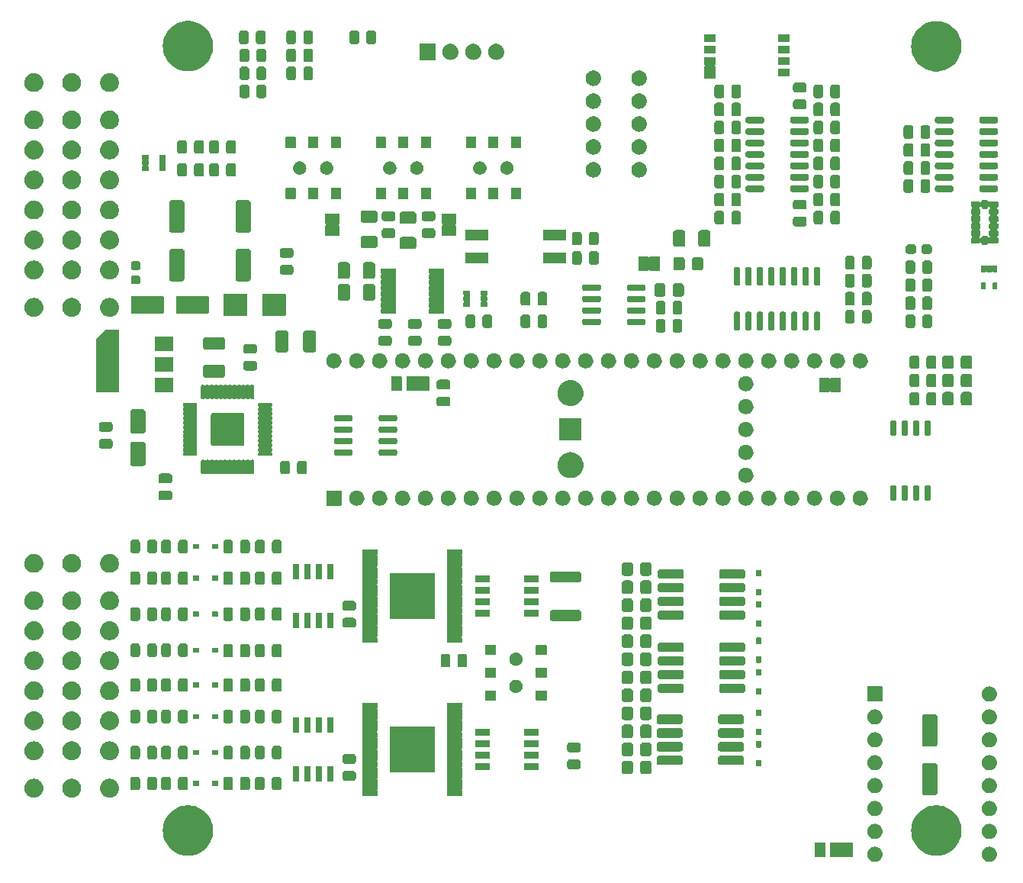
<source format=gts>
G04 #@! TF.GenerationSoftware,KiCad,Pcbnew,7.0.5-0*
G04 #@! TF.CreationDate,2023-07-24T16:11:42+10:00*
G04 #@! TF.ProjectId,DropBear,44726f70-4265-4617-922e-6b696361645f,rev?*
G04 #@! TF.SameCoordinates,Original*
G04 #@! TF.FileFunction,Soldermask,Top*
G04 #@! TF.FilePolarity,Negative*
%FSLAX46Y46*%
G04 Gerber Fmt 4.6, Leading zero omitted, Abs format (unit mm)*
G04 Created by KiCad (PCBNEW 7.0.5-0) date 2023-07-24 16:11:42*
%MOMM*%
%LPD*%
G01*
G04 APERTURE LIST*
G04 APERTURE END LIST*
G36*
X259375199Y-119295662D02*
G01*
X259422954Y-119295662D01*
X259464194Y-119304427D01*
X259499901Y-119307945D01*
X259544759Y-119321552D01*
X259596973Y-119332651D01*
X259630384Y-119347526D01*
X259659435Y-119356339D01*
X259705602Y-119381015D01*
X259759500Y-119405012D01*
X259784554Y-119423215D01*
X259806453Y-119434920D01*
X259851128Y-119471584D01*
X259903430Y-119509584D01*
X259920411Y-119528443D01*
X259935320Y-119540679D01*
X259975387Y-119589501D01*
X260022473Y-119641795D01*
X260032364Y-119658927D01*
X260041079Y-119669546D01*
X260073306Y-119729840D01*
X260111427Y-119795867D01*
X260115813Y-119809368D01*
X260119660Y-119816564D01*
X260140861Y-119886455D01*
X260166404Y-119965067D01*
X260167303Y-119973623D01*
X260168054Y-119976098D01*
X260175372Y-120050395D01*
X260185000Y-120142000D01*
X260175369Y-120233625D01*
X260168054Y-120307901D01*
X260167303Y-120310375D01*
X260166404Y-120318933D01*
X260140856Y-120397558D01*
X260119660Y-120467435D01*
X260115814Y-120474629D01*
X260111427Y-120488133D01*
X260073299Y-120554172D01*
X260041079Y-120614453D01*
X260032366Y-120625069D01*
X260022473Y-120642205D01*
X259975378Y-120694509D01*
X259935320Y-120743320D01*
X259920414Y-120755552D01*
X259903430Y-120774416D01*
X259851118Y-120812423D01*
X259806453Y-120849079D01*
X259784559Y-120860780D01*
X259759500Y-120878988D01*
X259705591Y-120902989D01*
X259659435Y-120927660D01*
X259630391Y-120936470D01*
X259596973Y-120951349D01*
X259544748Y-120962449D01*
X259499901Y-120976054D01*
X259464203Y-120979570D01*
X259422954Y-120988338D01*
X259375188Y-120988338D01*
X259334000Y-120992395D01*
X259292811Y-120988338D01*
X259245046Y-120988338D01*
X259203797Y-120979570D01*
X259168098Y-120976054D01*
X259123248Y-120962448D01*
X259071027Y-120951349D01*
X259037610Y-120936471D01*
X259008564Y-120927660D01*
X258962402Y-120902986D01*
X258908500Y-120878988D01*
X258883443Y-120860783D01*
X258861546Y-120849079D01*
X258816873Y-120812416D01*
X258764570Y-120774416D01*
X258747588Y-120755555D01*
X258732679Y-120743320D01*
X258692610Y-120694496D01*
X258645527Y-120642205D01*
X258635636Y-120625073D01*
X258626920Y-120614453D01*
X258594687Y-120554148D01*
X258556573Y-120488133D01*
X258552186Y-120474634D01*
X258548339Y-120467435D01*
X258527128Y-120397512D01*
X258501596Y-120318933D01*
X258500697Y-120310380D01*
X258499945Y-120307901D01*
X258492614Y-120233474D01*
X258483000Y-120142000D01*
X258492611Y-120050547D01*
X258499945Y-119976098D01*
X258500697Y-119973618D01*
X258501596Y-119965067D01*
X258527123Y-119886502D01*
X258548339Y-119816564D01*
X258552187Y-119809363D01*
X258556573Y-119795867D01*
X258594680Y-119729863D01*
X258626920Y-119669546D01*
X258635638Y-119658923D01*
X258645527Y-119641795D01*
X258692601Y-119589513D01*
X258732679Y-119540679D01*
X258747591Y-119528440D01*
X258764570Y-119509584D01*
X258816862Y-119471591D01*
X258861546Y-119434920D01*
X258883448Y-119423213D01*
X258908500Y-119405012D01*
X258962391Y-119381018D01*
X259008564Y-119356339D01*
X259037617Y-119347525D01*
X259071027Y-119332651D01*
X259123237Y-119321553D01*
X259168098Y-119307945D01*
X259203806Y-119304427D01*
X259245046Y-119295662D01*
X259292801Y-119295662D01*
X259334000Y-119291604D01*
X259375199Y-119295662D01*
G37*
G36*
X272075199Y-119295662D02*
G01*
X272122954Y-119295662D01*
X272164194Y-119304427D01*
X272199901Y-119307945D01*
X272244759Y-119321552D01*
X272296973Y-119332651D01*
X272330384Y-119347526D01*
X272359435Y-119356339D01*
X272405602Y-119381015D01*
X272459500Y-119405012D01*
X272484554Y-119423215D01*
X272506453Y-119434920D01*
X272551128Y-119471584D01*
X272603430Y-119509584D01*
X272620411Y-119528443D01*
X272635320Y-119540679D01*
X272675387Y-119589501D01*
X272722473Y-119641795D01*
X272732364Y-119658927D01*
X272741079Y-119669546D01*
X272773306Y-119729840D01*
X272811427Y-119795867D01*
X272815813Y-119809368D01*
X272819660Y-119816564D01*
X272840861Y-119886455D01*
X272866404Y-119965067D01*
X272867303Y-119973623D01*
X272868054Y-119976098D01*
X272875372Y-120050395D01*
X272885000Y-120142000D01*
X272875369Y-120233625D01*
X272868054Y-120307901D01*
X272867303Y-120310375D01*
X272866404Y-120318933D01*
X272840856Y-120397558D01*
X272819660Y-120467435D01*
X272815814Y-120474629D01*
X272811427Y-120488133D01*
X272773299Y-120554172D01*
X272741079Y-120614453D01*
X272732366Y-120625069D01*
X272722473Y-120642205D01*
X272675378Y-120694509D01*
X272635320Y-120743320D01*
X272620414Y-120755552D01*
X272603430Y-120774416D01*
X272551118Y-120812423D01*
X272506453Y-120849079D01*
X272484559Y-120860780D01*
X272459500Y-120878988D01*
X272405591Y-120902989D01*
X272359435Y-120927660D01*
X272330391Y-120936470D01*
X272296973Y-120951349D01*
X272244748Y-120962449D01*
X272199901Y-120976054D01*
X272164203Y-120979570D01*
X272122954Y-120988338D01*
X272075188Y-120988338D01*
X272033999Y-120992395D01*
X271992811Y-120988338D01*
X271945046Y-120988338D01*
X271903797Y-120979570D01*
X271868098Y-120976054D01*
X271823248Y-120962448D01*
X271771027Y-120951349D01*
X271737610Y-120936471D01*
X271708564Y-120927660D01*
X271662402Y-120902986D01*
X271608500Y-120878988D01*
X271583443Y-120860783D01*
X271561546Y-120849079D01*
X271516873Y-120812416D01*
X271464570Y-120774416D01*
X271447588Y-120755555D01*
X271432679Y-120743320D01*
X271392610Y-120694496D01*
X271345527Y-120642205D01*
X271335636Y-120625073D01*
X271326920Y-120614453D01*
X271294687Y-120554148D01*
X271256573Y-120488133D01*
X271252186Y-120474634D01*
X271248339Y-120467435D01*
X271227128Y-120397512D01*
X271201596Y-120318933D01*
X271200697Y-120310380D01*
X271199945Y-120307901D01*
X271192614Y-120233474D01*
X271183000Y-120142000D01*
X271192611Y-120050547D01*
X271199945Y-119976098D01*
X271200697Y-119973618D01*
X271201596Y-119965067D01*
X271227123Y-119886502D01*
X271248339Y-119816564D01*
X271252187Y-119809363D01*
X271256573Y-119795867D01*
X271294680Y-119729863D01*
X271326920Y-119669546D01*
X271335638Y-119658923D01*
X271345527Y-119641795D01*
X271392601Y-119589513D01*
X271432679Y-119540679D01*
X271447591Y-119528440D01*
X271464570Y-119509584D01*
X271516862Y-119471591D01*
X271561546Y-119434920D01*
X271583448Y-119423213D01*
X271608500Y-119405012D01*
X271662391Y-119381018D01*
X271708564Y-119356339D01*
X271737617Y-119347525D01*
X271771027Y-119332651D01*
X271823237Y-119321553D01*
X271868098Y-119307945D01*
X271903806Y-119304427D01*
X271945046Y-119295662D01*
X271992801Y-119295662D01*
X272034000Y-119291604D01*
X272075199Y-119295662D01*
G37*
G36*
X253781517Y-118836882D02*
G01*
X253798062Y-118847938D01*
X253809118Y-118864483D01*
X253813000Y-118884000D01*
X253813000Y-120384000D01*
X253809118Y-120403517D01*
X253798062Y-120420062D01*
X253781517Y-120431118D01*
X253762000Y-120435000D01*
X252712000Y-120435000D01*
X252692483Y-120431118D01*
X252675938Y-120420062D01*
X252664882Y-120403517D01*
X252661000Y-120384000D01*
X252661000Y-118884000D01*
X252664882Y-118864483D01*
X252675938Y-118847938D01*
X252692483Y-118836882D01*
X252712000Y-118833000D01*
X253762000Y-118833000D01*
X253781517Y-118836882D01*
G37*
G36*
X256831517Y-118836882D02*
G01*
X256848062Y-118847938D01*
X256859118Y-118864483D01*
X256863000Y-118884000D01*
X256863000Y-120384000D01*
X256859118Y-120403517D01*
X256848062Y-120420062D01*
X256831517Y-120431118D01*
X256812000Y-120435000D01*
X254412000Y-120435000D01*
X254392483Y-120431118D01*
X254375938Y-120420062D01*
X254364882Y-120403517D01*
X254361000Y-120384000D01*
X254361000Y-118884000D01*
X254364882Y-118864483D01*
X254375938Y-118847938D01*
X254392483Y-118836882D01*
X254412000Y-118833000D01*
X256812000Y-118833000D01*
X256831517Y-118836882D01*
G37*
G36*
X183588389Y-114741553D02*
G01*
X183905336Y-114816671D01*
X184211419Y-114928077D01*
X184502500Y-115074263D01*
X184774641Y-115253253D01*
X185024163Y-115462626D01*
X185247690Y-115699552D01*
X185442201Y-115960825D01*
X185605065Y-116242913D01*
X185734079Y-116542002D01*
X185827499Y-116854045D01*
X185884061Y-117174824D01*
X185903000Y-117500000D01*
X185884061Y-117825176D01*
X185827499Y-118145955D01*
X185734079Y-118457998D01*
X185605065Y-118757087D01*
X185442201Y-119039175D01*
X185247690Y-119300448D01*
X185024163Y-119537374D01*
X184774641Y-119746747D01*
X184502500Y-119925737D01*
X184211419Y-120071923D01*
X183905336Y-120183329D01*
X183588389Y-120258447D01*
X183264864Y-120296261D01*
X182939136Y-120296261D01*
X182615611Y-120258447D01*
X182298664Y-120183329D01*
X181992581Y-120071923D01*
X181701500Y-119925737D01*
X181429359Y-119746747D01*
X181179837Y-119537374D01*
X180956310Y-119300448D01*
X180761799Y-119039175D01*
X180598935Y-118757087D01*
X180469921Y-118457998D01*
X180376501Y-118145955D01*
X180319939Y-117825176D01*
X180301000Y-117500000D01*
X180319939Y-117174824D01*
X180376501Y-116854045D01*
X180469921Y-116542002D01*
X180598935Y-116242913D01*
X180761799Y-115960825D01*
X180956310Y-115699552D01*
X181179837Y-115462626D01*
X181429359Y-115253253D01*
X181701500Y-115074263D01*
X181992581Y-114928077D01*
X182298664Y-114816671D01*
X182615611Y-114741553D01*
X182939136Y-114703739D01*
X183264864Y-114703739D01*
X183588389Y-114741553D01*
G37*
G36*
X266646389Y-114741553D02*
G01*
X266963336Y-114816671D01*
X267269419Y-114928077D01*
X267560500Y-115074263D01*
X267832641Y-115253253D01*
X268082163Y-115462626D01*
X268305690Y-115699552D01*
X268500201Y-115960825D01*
X268663065Y-116242913D01*
X268792079Y-116542002D01*
X268885499Y-116854045D01*
X268942061Y-117174824D01*
X268961000Y-117500000D01*
X268942061Y-117825176D01*
X268885499Y-118145955D01*
X268792079Y-118457998D01*
X268663065Y-118757087D01*
X268500201Y-119039175D01*
X268305690Y-119300448D01*
X268082163Y-119537374D01*
X267832641Y-119746747D01*
X267560500Y-119925737D01*
X267269419Y-120071923D01*
X266963336Y-120183329D01*
X266646389Y-120258447D01*
X266322864Y-120296261D01*
X265997136Y-120296261D01*
X265673611Y-120258447D01*
X265356664Y-120183329D01*
X265050581Y-120071923D01*
X264759500Y-119925737D01*
X264487359Y-119746747D01*
X264237837Y-119537374D01*
X264014310Y-119300448D01*
X263819799Y-119039175D01*
X263656935Y-118757087D01*
X263527921Y-118457998D01*
X263434501Y-118145955D01*
X263377939Y-117825176D01*
X263359000Y-117500000D01*
X263377939Y-117174824D01*
X263434501Y-116854045D01*
X263527921Y-116542002D01*
X263656935Y-116242913D01*
X263819799Y-115960825D01*
X264014310Y-115699552D01*
X264237837Y-115462626D01*
X264487359Y-115253253D01*
X264759500Y-115074263D01*
X265050581Y-114928077D01*
X265356664Y-114816671D01*
X265673611Y-114741553D01*
X265997136Y-114703739D01*
X266322864Y-114703739D01*
X266646389Y-114741553D01*
G37*
G36*
X259375199Y-116755662D02*
G01*
X259422954Y-116755662D01*
X259464194Y-116764427D01*
X259499901Y-116767945D01*
X259544759Y-116781552D01*
X259596973Y-116792651D01*
X259630384Y-116807526D01*
X259659435Y-116816339D01*
X259705602Y-116841015D01*
X259759500Y-116865012D01*
X259784554Y-116883215D01*
X259806453Y-116894920D01*
X259851128Y-116931584D01*
X259903430Y-116969584D01*
X259920411Y-116988443D01*
X259935320Y-117000679D01*
X259975387Y-117049501D01*
X260022473Y-117101795D01*
X260032364Y-117118927D01*
X260041079Y-117129546D01*
X260073306Y-117189840D01*
X260111427Y-117255867D01*
X260115813Y-117269368D01*
X260119660Y-117276564D01*
X260140861Y-117346455D01*
X260166404Y-117425067D01*
X260167303Y-117433623D01*
X260168054Y-117436098D01*
X260175371Y-117510389D01*
X260185000Y-117602000D01*
X260175370Y-117693619D01*
X260168054Y-117767901D01*
X260167303Y-117770375D01*
X260166404Y-117778933D01*
X260140856Y-117857558D01*
X260119660Y-117927435D01*
X260115814Y-117934629D01*
X260111427Y-117948133D01*
X260073299Y-118014172D01*
X260041079Y-118074453D01*
X260032366Y-118085069D01*
X260022473Y-118102205D01*
X259975378Y-118154509D01*
X259935320Y-118203320D01*
X259920414Y-118215552D01*
X259903430Y-118234416D01*
X259851118Y-118272423D01*
X259806453Y-118309079D01*
X259784559Y-118320780D01*
X259759500Y-118338988D01*
X259705591Y-118362989D01*
X259659435Y-118387660D01*
X259630391Y-118396470D01*
X259596973Y-118411349D01*
X259544748Y-118422449D01*
X259499901Y-118436054D01*
X259464203Y-118439570D01*
X259422954Y-118448338D01*
X259375188Y-118448338D01*
X259334000Y-118452395D01*
X259292811Y-118448338D01*
X259245046Y-118448338D01*
X259203797Y-118439570D01*
X259168098Y-118436054D01*
X259123248Y-118422448D01*
X259071027Y-118411349D01*
X259037610Y-118396471D01*
X259008564Y-118387660D01*
X258962402Y-118362986D01*
X258908500Y-118338988D01*
X258883443Y-118320783D01*
X258861546Y-118309079D01*
X258816873Y-118272416D01*
X258764570Y-118234416D01*
X258747588Y-118215555D01*
X258732679Y-118203320D01*
X258692610Y-118154496D01*
X258645527Y-118102205D01*
X258635636Y-118085073D01*
X258626920Y-118074453D01*
X258594687Y-118014148D01*
X258556573Y-117948133D01*
X258552186Y-117934634D01*
X258548339Y-117927435D01*
X258527128Y-117857512D01*
X258501596Y-117778933D01*
X258500697Y-117770380D01*
X258499945Y-117767901D01*
X258492613Y-117693467D01*
X258483000Y-117602000D01*
X258492612Y-117510540D01*
X258499945Y-117436098D01*
X258500697Y-117433618D01*
X258501596Y-117425067D01*
X258527123Y-117346502D01*
X258548339Y-117276564D01*
X258552187Y-117269363D01*
X258556573Y-117255867D01*
X258594680Y-117189863D01*
X258626920Y-117129546D01*
X258635638Y-117118923D01*
X258645527Y-117101795D01*
X258692601Y-117049513D01*
X258732679Y-117000679D01*
X258747591Y-116988440D01*
X258764570Y-116969584D01*
X258816862Y-116931591D01*
X258861546Y-116894920D01*
X258883448Y-116883213D01*
X258908500Y-116865012D01*
X258962391Y-116841018D01*
X259008564Y-116816339D01*
X259037617Y-116807525D01*
X259071027Y-116792651D01*
X259123237Y-116781553D01*
X259168098Y-116767945D01*
X259203806Y-116764427D01*
X259245046Y-116755662D01*
X259292801Y-116755662D01*
X259334000Y-116751604D01*
X259375199Y-116755662D01*
G37*
G36*
X272075199Y-116755662D02*
G01*
X272122954Y-116755662D01*
X272164194Y-116764427D01*
X272199901Y-116767945D01*
X272244759Y-116781552D01*
X272296973Y-116792651D01*
X272330384Y-116807526D01*
X272359435Y-116816339D01*
X272405602Y-116841015D01*
X272459500Y-116865012D01*
X272484554Y-116883215D01*
X272506453Y-116894920D01*
X272551128Y-116931584D01*
X272603430Y-116969584D01*
X272620411Y-116988443D01*
X272635320Y-117000679D01*
X272675387Y-117049501D01*
X272722473Y-117101795D01*
X272732364Y-117118927D01*
X272741079Y-117129546D01*
X272773306Y-117189840D01*
X272811427Y-117255867D01*
X272815813Y-117269368D01*
X272819660Y-117276564D01*
X272840861Y-117346455D01*
X272866404Y-117425067D01*
X272867303Y-117433623D01*
X272868054Y-117436098D01*
X272875371Y-117510389D01*
X272885000Y-117602000D01*
X272875370Y-117693619D01*
X272868054Y-117767901D01*
X272867303Y-117770375D01*
X272866404Y-117778933D01*
X272840856Y-117857558D01*
X272819660Y-117927435D01*
X272815814Y-117934629D01*
X272811427Y-117948133D01*
X272773299Y-118014172D01*
X272741079Y-118074453D01*
X272732366Y-118085069D01*
X272722473Y-118102205D01*
X272675378Y-118154509D01*
X272635320Y-118203320D01*
X272620414Y-118215552D01*
X272603430Y-118234416D01*
X272551118Y-118272423D01*
X272506453Y-118309079D01*
X272484559Y-118320780D01*
X272459500Y-118338988D01*
X272405591Y-118362989D01*
X272359435Y-118387660D01*
X272330391Y-118396470D01*
X272296973Y-118411349D01*
X272244748Y-118422449D01*
X272199901Y-118436054D01*
X272164203Y-118439570D01*
X272122954Y-118448338D01*
X272075188Y-118448338D01*
X272033999Y-118452395D01*
X271992811Y-118448338D01*
X271945046Y-118448338D01*
X271903797Y-118439570D01*
X271868098Y-118436054D01*
X271823248Y-118422448D01*
X271771027Y-118411349D01*
X271737610Y-118396471D01*
X271708564Y-118387660D01*
X271662402Y-118362986D01*
X271608500Y-118338988D01*
X271583443Y-118320783D01*
X271561546Y-118309079D01*
X271516873Y-118272416D01*
X271464570Y-118234416D01*
X271447588Y-118215555D01*
X271432679Y-118203320D01*
X271392610Y-118154496D01*
X271345527Y-118102205D01*
X271335636Y-118085073D01*
X271326920Y-118074453D01*
X271294687Y-118014148D01*
X271256573Y-117948133D01*
X271252186Y-117934634D01*
X271248339Y-117927435D01*
X271227128Y-117857512D01*
X271201596Y-117778933D01*
X271200697Y-117770380D01*
X271199945Y-117767901D01*
X271192613Y-117693467D01*
X271183000Y-117602000D01*
X271192612Y-117510540D01*
X271199945Y-117436098D01*
X271200697Y-117433618D01*
X271201596Y-117425067D01*
X271227123Y-117346502D01*
X271248339Y-117276564D01*
X271252187Y-117269363D01*
X271256573Y-117255867D01*
X271294680Y-117189863D01*
X271326920Y-117129546D01*
X271335638Y-117118923D01*
X271345527Y-117101795D01*
X271392601Y-117049513D01*
X271432679Y-117000679D01*
X271447591Y-116988440D01*
X271464570Y-116969584D01*
X271516862Y-116931591D01*
X271561546Y-116894920D01*
X271583448Y-116883213D01*
X271608500Y-116865012D01*
X271662391Y-116841018D01*
X271708564Y-116816339D01*
X271737617Y-116807525D01*
X271771027Y-116792651D01*
X271823237Y-116781553D01*
X271868098Y-116767945D01*
X271903806Y-116764427D01*
X271945046Y-116755662D01*
X271992801Y-116755662D01*
X272034000Y-116751604D01*
X272075199Y-116755662D01*
G37*
G36*
X259375199Y-114215662D02*
G01*
X259422954Y-114215662D01*
X259464194Y-114224427D01*
X259499901Y-114227945D01*
X259544759Y-114241552D01*
X259596973Y-114252651D01*
X259630384Y-114267526D01*
X259659435Y-114276339D01*
X259705602Y-114301015D01*
X259759500Y-114325012D01*
X259784554Y-114343215D01*
X259806453Y-114354920D01*
X259851128Y-114391584D01*
X259903430Y-114429584D01*
X259920411Y-114448443D01*
X259935320Y-114460679D01*
X259975387Y-114509501D01*
X260022473Y-114561795D01*
X260032364Y-114578927D01*
X260041079Y-114589546D01*
X260073306Y-114649840D01*
X260111427Y-114715867D01*
X260115813Y-114729368D01*
X260119660Y-114736564D01*
X260140861Y-114806455D01*
X260166404Y-114885067D01*
X260167303Y-114893623D01*
X260168054Y-114896098D01*
X260175371Y-114970389D01*
X260185000Y-115062000D01*
X260175370Y-115153619D01*
X260168054Y-115227901D01*
X260167303Y-115230375D01*
X260166404Y-115238933D01*
X260140856Y-115317558D01*
X260119660Y-115387435D01*
X260115814Y-115394629D01*
X260111427Y-115408133D01*
X260073299Y-115474172D01*
X260041079Y-115534453D01*
X260032366Y-115545069D01*
X260022473Y-115562205D01*
X259975378Y-115614509D01*
X259935320Y-115663320D01*
X259920414Y-115675552D01*
X259903430Y-115694416D01*
X259851118Y-115732423D01*
X259806453Y-115769079D01*
X259784559Y-115780780D01*
X259759500Y-115798988D01*
X259705591Y-115822989D01*
X259659435Y-115847660D01*
X259630391Y-115856470D01*
X259596973Y-115871349D01*
X259544748Y-115882449D01*
X259499901Y-115896054D01*
X259464203Y-115899570D01*
X259422954Y-115908338D01*
X259375188Y-115908338D01*
X259334000Y-115912395D01*
X259292811Y-115908338D01*
X259245046Y-115908338D01*
X259203797Y-115899570D01*
X259168098Y-115896054D01*
X259123248Y-115882448D01*
X259071027Y-115871349D01*
X259037610Y-115856471D01*
X259008564Y-115847660D01*
X258962402Y-115822986D01*
X258908500Y-115798988D01*
X258883443Y-115780783D01*
X258861546Y-115769079D01*
X258816873Y-115732416D01*
X258764570Y-115694416D01*
X258747588Y-115675555D01*
X258732679Y-115663320D01*
X258692610Y-115614496D01*
X258645527Y-115562205D01*
X258635636Y-115545073D01*
X258626920Y-115534453D01*
X258594687Y-115474148D01*
X258556573Y-115408133D01*
X258552186Y-115394634D01*
X258548339Y-115387435D01*
X258527128Y-115317512D01*
X258501596Y-115238933D01*
X258500697Y-115230380D01*
X258499945Y-115227901D01*
X258492613Y-115153467D01*
X258483000Y-115062000D01*
X258492612Y-114970540D01*
X258499945Y-114896098D01*
X258500697Y-114893618D01*
X258501596Y-114885067D01*
X258527123Y-114806502D01*
X258548339Y-114736564D01*
X258552187Y-114729363D01*
X258556573Y-114715867D01*
X258594680Y-114649863D01*
X258626920Y-114589546D01*
X258635638Y-114578923D01*
X258645527Y-114561795D01*
X258692601Y-114509513D01*
X258732679Y-114460679D01*
X258747591Y-114448440D01*
X258764570Y-114429584D01*
X258816862Y-114391591D01*
X258861546Y-114354920D01*
X258883448Y-114343213D01*
X258908500Y-114325012D01*
X258962391Y-114301018D01*
X259008564Y-114276339D01*
X259037617Y-114267525D01*
X259071027Y-114252651D01*
X259123237Y-114241553D01*
X259168098Y-114227945D01*
X259203806Y-114224427D01*
X259245046Y-114215662D01*
X259292801Y-114215662D01*
X259334000Y-114211604D01*
X259375199Y-114215662D01*
G37*
G36*
X272075199Y-114215662D02*
G01*
X272122954Y-114215662D01*
X272164194Y-114224427D01*
X272199901Y-114227945D01*
X272244759Y-114241552D01*
X272296973Y-114252651D01*
X272330384Y-114267526D01*
X272359435Y-114276339D01*
X272405602Y-114301015D01*
X272459500Y-114325012D01*
X272484554Y-114343215D01*
X272506453Y-114354920D01*
X272551128Y-114391584D01*
X272603430Y-114429584D01*
X272620411Y-114448443D01*
X272635320Y-114460679D01*
X272675387Y-114509501D01*
X272722473Y-114561795D01*
X272732364Y-114578927D01*
X272741079Y-114589546D01*
X272773306Y-114649840D01*
X272811427Y-114715867D01*
X272815813Y-114729368D01*
X272819660Y-114736564D01*
X272840861Y-114806455D01*
X272866404Y-114885067D01*
X272867303Y-114893623D01*
X272868054Y-114896098D01*
X272875371Y-114970389D01*
X272885000Y-115062000D01*
X272875370Y-115153619D01*
X272868054Y-115227901D01*
X272867303Y-115230375D01*
X272866404Y-115238933D01*
X272840856Y-115317558D01*
X272819660Y-115387435D01*
X272815814Y-115394629D01*
X272811427Y-115408133D01*
X272773299Y-115474172D01*
X272741079Y-115534453D01*
X272732366Y-115545069D01*
X272722473Y-115562205D01*
X272675378Y-115614509D01*
X272635320Y-115663320D01*
X272620414Y-115675552D01*
X272603430Y-115694416D01*
X272551118Y-115732423D01*
X272506453Y-115769079D01*
X272484559Y-115780780D01*
X272459500Y-115798988D01*
X272405591Y-115822989D01*
X272359435Y-115847660D01*
X272330391Y-115856470D01*
X272296973Y-115871349D01*
X272244748Y-115882449D01*
X272199901Y-115896054D01*
X272164203Y-115899570D01*
X272122954Y-115908338D01*
X272075188Y-115908338D01*
X272033999Y-115912395D01*
X271992811Y-115908338D01*
X271945046Y-115908338D01*
X271903797Y-115899570D01*
X271868098Y-115896054D01*
X271823248Y-115882448D01*
X271771027Y-115871349D01*
X271737610Y-115856471D01*
X271708564Y-115847660D01*
X271662402Y-115822986D01*
X271608500Y-115798988D01*
X271583443Y-115780783D01*
X271561546Y-115769079D01*
X271516873Y-115732416D01*
X271464570Y-115694416D01*
X271447588Y-115675555D01*
X271432679Y-115663320D01*
X271392610Y-115614496D01*
X271345527Y-115562205D01*
X271335636Y-115545073D01*
X271326920Y-115534453D01*
X271294687Y-115474148D01*
X271256573Y-115408133D01*
X271252186Y-115394634D01*
X271248339Y-115387435D01*
X271227128Y-115317512D01*
X271201596Y-115238933D01*
X271200697Y-115230380D01*
X271199945Y-115227901D01*
X271192613Y-115153467D01*
X271183000Y-115062000D01*
X271192612Y-114970540D01*
X271199945Y-114896098D01*
X271200697Y-114893618D01*
X271201596Y-114885067D01*
X271227123Y-114806502D01*
X271248339Y-114736564D01*
X271252187Y-114729363D01*
X271256573Y-114715867D01*
X271294680Y-114649863D01*
X271326920Y-114589546D01*
X271335638Y-114578923D01*
X271345527Y-114561795D01*
X271392601Y-114509513D01*
X271432679Y-114460679D01*
X271447591Y-114448440D01*
X271464570Y-114429584D01*
X271516862Y-114391591D01*
X271561546Y-114354920D01*
X271583448Y-114343213D01*
X271608500Y-114325012D01*
X271662391Y-114301018D01*
X271708564Y-114276339D01*
X271737617Y-114267525D01*
X271771027Y-114252651D01*
X271823237Y-114241553D01*
X271868098Y-114227945D01*
X271903806Y-114224427D01*
X271945046Y-114215662D01*
X271992801Y-114215662D01*
X272034000Y-114211604D01*
X272075199Y-114215662D01*
G37*
G36*
X166046938Y-111759017D02*
G01*
X166092923Y-111759017D01*
X166144139Y-111768590D01*
X166201040Y-111774195D01*
X166244261Y-111787306D01*
X166283474Y-111794636D01*
X166337785Y-111815676D01*
X166398200Y-111834003D01*
X166432720Y-111852454D01*
X166464232Y-111864662D01*
X166518977Y-111898559D01*
X166579904Y-111931125D01*
X166605506Y-111952136D01*
X166629048Y-111966713D01*
X166681212Y-112014267D01*
X166739169Y-112061831D01*
X166756342Y-112082757D01*
X166772301Y-112097305D01*
X166818629Y-112158653D01*
X166869875Y-112221096D01*
X166879783Y-112239634D01*
X166889122Y-112252000D01*
X166926274Y-112326613D01*
X166966997Y-112402800D01*
X166971340Y-112417117D01*
X166975528Y-112425528D01*
X167000267Y-112512476D01*
X167026805Y-112599960D01*
X167027676Y-112608811D01*
X167028577Y-112611975D01*
X167037938Y-112713002D01*
X167047000Y-112805000D01*
X167037938Y-112897005D01*
X167028577Y-112998024D01*
X167027676Y-113001187D01*
X167026805Y-113010040D01*
X167000262Y-113097538D01*
X166975528Y-113184471D01*
X166971341Y-113192879D01*
X166966997Y-113207200D01*
X166926267Y-113283399D01*
X166889122Y-113357999D01*
X166879785Y-113370362D01*
X166869875Y-113388904D01*
X166818620Y-113451357D01*
X166772301Y-113512694D01*
X166756345Y-113527238D01*
X166739169Y-113548169D01*
X166681201Y-113595741D01*
X166629048Y-113643286D01*
X166605511Y-113657859D01*
X166579904Y-113678875D01*
X166518965Y-113711447D01*
X166464232Y-113745337D01*
X166432726Y-113757542D01*
X166398200Y-113775997D01*
X166337773Y-113794327D01*
X166283474Y-113815363D01*
X166244268Y-113822691D01*
X166201040Y-113835805D01*
X166144136Y-113841409D01*
X166092923Y-113850983D01*
X166046938Y-113850983D01*
X165996000Y-113856000D01*
X165945062Y-113850983D01*
X165899077Y-113850983D01*
X165847863Y-113841409D01*
X165790960Y-113835805D01*
X165747732Y-113822692D01*
X165708525Y-113815363D01*
X165654221Y-113794325D01*
X165593800Y-113775997D01*
X165559275Y-113757543D01*
X165527767Y-113745337D01*
X165473027Y-113711443D01*
X165412096Y-113678875D01*
X165386491Y-113657861D01*
X165362951Y-113643286D01*
X165310788Y-113595733D01*
X165252831Y-113548169D01*
X165235656Y-113527242D01*
X165219698Y-113512694D01*
X165173367Y-113451342D01*
X165122125Y-113388904D01*
X165112216Y-113370366D01*
X165102877Y-113357999D01*
X165065717Y-113283372D01*
X165025003Y-113207200D01*
X165020660Y-113192884D01*
X165016471Y-113184471D01*
X164991721Y-113097485D01*
X164965195Y-113010040D01*
X164964323Y-113001192D01*
X164963422Y-112998024D01*
X164954044Y-112896833D01*
X164945000Y-112805000D01*
X164954044Y-112713173D01*
X164963422Y-112611975D01*
X164964323Y-112608805D01*
X164965195Y-112599960D01*
X164991716Y-112512529D01*
X165016471Y-112425528D01*
X165020661Y-112417112D01*
X165025003Y-112402800D01*
X165065710Y-112326641D01*
X165102877Y-112252000D01*
X165112218Y-112239629D01*
X165122125Y-112221096D01*
X165173357Y-112158668D01*
X165219698Y-112097305D01*
X165235660Y-112082753D01*
X165252831Y-112061831D01*
X165310777Y-112014275D01*
X165362951Y-111966713D01*
X165386496Y-111952134D01*
X165412096Y-111931125D01*
X165473015Y-111898563D01*
X165527767Y-111864662D01*
X165559282Y-111852452D01*
X165593800Y-111834003D01*
X165654209Y-111815677D01*
X165708525Y-111794636D01*
X165747739Y-111787305D01*
X165790960Y-111774195D01*
X165847860Y-111768590D01*
X165899077Y-111759017D01*
X165945062Y-111759017D01*
X165996000Y-111754000D01*
X166046938Y-111759017D01*
G37*
G36*
X170246938Y-111759017D02*
G01*
X170292923Y-111759017D01*
X170344139Y-111768590D01*
X170401040Y-111774195D01*
X170444261Y-111787306D01*
X170483474Y-111794636D01*
X170537785Y-111815676D01*
X170598200Y-111834003D01*
X170632720Y-111852454D01*
X170664232Y-111864662D01*
X170718977Y-111898559D01*
X170779904Y-111931125D01*
X170805506Y-111952136D01*
X170829048Y-111966713D01*
X170881212Y-112014267D01*
X170939169Y-112061831D01*
X170956342Y-112082757D01*
X170972301Y-112097305D01*
X171018629Y-112158653D01*
X171069875Y-112221096D01*
X171079783Y-112239634D01*
X171089122Y-112252000D01*
X171126274Y-112326613D01*
X171166997Y-112402800D01*
X171171340Y-112417117D01*
X171175528Y-112425528D01*
X171200267Y-112512476D01*
X171226805Y-112599960D01*
X171227676Y-112608811D01*
X171228577Y-112611975D01*
X171237938Y-112713002D01*
X171247000Y-112805000D01*
X171237938Y-112897005D01*
X171228577Y-112998024D01*
X171227676Y-113001187D01*
X171226805Y-113010040D01*
X171200262Y-113097538D01*
X171175528Y-113184471D01*
X171171341Y-113192879D01*
X171166997Y-113207200D01*
X171126267Y-113283399D01*
X171089122Y-113357999D01*
X171079785Y-113370362D01*
X171069875Y-113388904D01*
X171018620Y-113451357D01*
X170972301Y-113512694D01*
X170956345Y-113527238D01*
X170939169Y-113548169D01*
X170881201Y-113595741D01*
X170829048Y-113643286D01*
X170805511Y-113657859D01*
X170779904Y-113678875D01*
X170718965Y-113711447D01*
X170664232Y-113745337D01*
X170632726Y-113757542D01*
X170598200Y-113775997D01*
X170537773Y-113794327D01*
X170483474Y-113815363D01*
X170444268Y-113822691D01*
X170401040Y-113835805D01*
X170344136Y-113841409D01*
X170292923Y-113850983D01*
X170246938Y-113850983D01*
X170196000Y-113856000D01*
X170145062Y-113850983D01*
X170099077Y-113850983D01*
X170047863Y-113841409D01*
X169990960Y-113835805D01*
X169947732Y-113822692D01*
X169908525Y-113815363D01*
X169854221Y-113794325D01*
X169793800Y-113775997D01*
X169759275Y-113757543D01*
X169727767Y-113745337D01*
X169673027Y-113711443D01*
X169612096Y-113678875D01*
X169586491Y-113657861D01*
X169562951Y-113643286D01*
X169510788Y-113595733D01*
X169452831Y-113548169D01*
X169435656Y-113527242D01*
X169419698Y-113512694D01*
X169373367Y-113451342D01*
X169322125Y-113388904D01*
X169312216Y-113370366D01*
X169302877Y-113357999D01*
X169265717Y-113283372D01*
X169225003Y-113207200D01*
X169220660Y-113192884D01*
X169216471Y-113184471D01*
X169191721Y-113097485D01*
X169165195Y-113010040D01*
X169164323Y-113001192D01*
X169163422Y-112998024D01*
X169154044Y-112896833D01*
X169145000Y-112805000D01*
X169154044Y-112713173D01*
X169163422Y-112611975D01*
X169164323Y-112608805D01*
X169165195Y-112599960D01*
X169191716Y-112512529D01*
X169216471Y-112425528D01*
X169220661Y-112417112D01*
X169225003Y-112402800D01*
X169265710Y-112326641D01*
X169302877Y-112252000D01*
X169312218Y-112239629D01*
X169322125Y-112221096D01*
X169373357Y-112158668D01*
X169419698Y-112097305D01*
X169435660Y-112082753D01*
X169452831Y-112061831D01*
X169510777Y-112014275D01*
X169562951Y-111966713D01*
X169586496Y-111952134D01*
X169612096Y-111931125D01*
X169673015Y-111898563D01*
X169727767Y-111864662D01*
X169759282Y-111852452D01*
X169793800Y-111834003D01*
X169854209Y-111815677D01*
X169908525Y-111794636D01*
X169947739Y-111787305D01*
X169990960Y-111774195D01*
X170047860Y-111768590D01*
X170099077Y-111759017D01*
X170145062Y-111759017D01*
X170196000Y-111754000D01*
X170246938Y-111759017D01*
G37*
G36*
X174446938Y-111759017D02*
G01*
X174492923Y-111759017D01*
X174544139Y-111768590D01*
X174601040Y-111774195D01*
X174644261Y-111787306D01*
X174683474Y-111794636D01*
X174737785Y-111815676D01*
X174798200Y-111834003D01*
X174832720Y-111852454D01*
X174864232Y-111864662D01*
X174918977Y-111898559D01*
X174979904Y-111931125D01*
X175005506Y-111952136D01*
X175029048Y-111966713D01*
X175081212Y-112014267D01*
X175139169Y-112061831D01*
X175156342Y-112082757D01*
X175172301Y-112097305D01*
X175218629Y-112158653D01*
X175269875Y-112221096D01*
X175279783Y-112239634D01*
X175289122Y-112252000D01*
X175326274Y-112326613D01*
X175366997Y-112402800D01*
X175371340Y-112417117D01*
X175375528Y-112425528D01*
X175400267Y-112512476D01*
X175426805Y-112599960D01*
X175427676Y-112608811D01*
X175428577Y-112611975D01*
X175437938Y-112713002D01*
X175447000Y-112805000D01*
X175437938Y-112897005D01*
X175428577Y-112998024D01*
X175427676Y-113001187D01*
X175426805Y-113010040D01*
X175400262Y-113097538D01*
X175375528Y-113184471D01*
X175371341Y-113192879D01*
X175366997Y-113207200D01*
X175326267Y-113283399D01*
X175289122Y-113357999D01*
X175279785Y-113370362D01*
X175269875Y-113388904D01*
X175218620Y-113451357D01*
X175172301Y-113512694D01*
X175156345Y-113527238D01*
X175139169Y-113548169D01*
X175081201Y-113595741D01*
X175029048Y-113643286D01*
X175005511Y-113657859D01*
X174979904Y-113678875D01*
X174918965Y-113711447D01*
X174864232Y-113745337D01*
X174832726Y-113757542D01*
X174798200Y-113775997D01*
X174737773Y-113794327D01*
X174683474Y-113815363D01*
X174644268Y-113822691D01*
X174601040Y-113835805D01*
X174544136Y-113841409D01*
X174492923Y-113850983D01*
X174446938Y-113850983D01*
X174396000Y-113856000D01*
X174345062Y-113850983D01*
X174299077Y-113850983D01*
X174247863Y-113841409D01*
X174190960Y-113835805D01*
X174147732Y-113822692D01*
X174108525Y-113815363D01*
X174054221Y-113794325D01*
X173993800Y-113775997D01*
X173959275Y-113757543D01*
X173927767Y-113745337D01*
X173873027Y-113711443D01*
X173812096Y-113678875D01*
X173786491Y-113657861D01*
X173762951Y-113643286D01*
X173710788Y-113595733D01*
X173652831Y-113548169D01*
X173635656Y-113527242D01*
X173619698Y-113512694D01*
X173573367Y-113451342D01*
X173522125Y-113388904D01*
X173512216Y-113370366D01*
X173502877Y-113357999D01*
X173465717Y-113283372D01*
X173425003Y-113207200D01*
X173420660Y-113192884D01*
X173416471Y-113184471D01*
X173391721Y-113097485D01*
X173365195Y-113010040D01*
X173364323Y-113001192D01*
X173363422Y-112998024D01*
X173354044Y-112896833D01*
X173345000Y-112805000D01*
X173354044Y-112713173D01*
X173363422Y-112611975D01*
X173364323Y-112608805D01*
X173365195Y-112599960D01*
X173391716Y-112512529D01*
X173416471Y-112425528D01*
X173420661Y-112417112D01*
X173425003Y-112402800D01*
X173465710Y-112326641D01*
X173502877Y-112252000D01*
X173512218Y-112239629D01*
X173522125Y-112221096D01*
X173573357Y-112158668D01*
X173619698Y-112097305D01*
X173635660Y-112082753D01*
X173652831Y-112061831D01*
X173710777Y-112014275D01*
X173762951Y-111966713D01*
X173786496Y-111952134D01*
X173812096Y-111931125D01*
X173873015Y-111898563D01*
X173927767Y-111864662D01*
X173959282Y-111852452D01*
X173993800Y-111834003D01*
X174054209Y-111815677D01*
X174108525Y-111794636D01*
X174147739Y-111787305D01*
X174190960Y-111774195D01*
X174247860Y-111768590D01*
X174299077Y-111759017D01*
X174345062Y-111759017D01*
X174396000Y-111754000D01*
X174446938Y-111759017D01*
G37*
G36*
X204120617Y-103360182D02*
G01*
X204137162Y-103371238D01*
X204148218Y-103387783D01*
X204152100Y-103407300D01*
X204152100Y-103839100D01*
X204148218Y-103858617D01*
X204137162Y-103875162D01*
X204131942Y-103878649D01*
X204107333Y-103915482D01*
X204107333Y-103991318D01*
X204131944Y-104028151D01*
X204137162Y-104031638D01*
X204148218Y-104048183D01*
X204152100Y-104067700D01*
X204152100Y-104499500D01*
X204148218Y-104519017D01*
X204137162Y-104535562D01*
X204131942Y-104539049D01*
X204115819Y-104563182D01*
X204115819Y-104639018D01*
X204131944Y-104663151D01*
X204137162Y-104666638D01*
X204148218Y-104683183D01*
X204152100Y-104702700D01*
X204152100Y-105134500D01*
X204148218Y-105154017D01*
X204137162Y-105170562D01*
X204131942Y-105174049D01*
X204107333Y-105210882D01*
X204107333Y-105286718D01*
X204131944Y-105323551D01*
X204137162Y-105327038D01*
X204148218Y-105343583D01*
X204152100Y-105363100D01*
X204152100Y-105794900D01*
X204148218Y-105814417D01*
X204137162Y-105830962D01*
X204131942Y-105834449D01*
X204115819Y-105858582D01*
X204115819Y-105934418D01*
X204131944Y-105958551D01*
X204137162Y-105962038D01*
X204148218Y-105978583D01*
X204152100Y-105998100D01*
X204152100Y-106429900D01*
X204148218Y-106449417D01*
X204137162Y-106465962D01*
X204131942Y-106469449D01*
X204107333Y-106506282D01*
X204107333Y-106582118D01*
X204131944Y-106618951D01*
X204137162Y-106622438D01*
X204148218Y-106638983D01*
X204152100Y-106658500D01*
X204152100Y-107090300D01*
X204148218Y-107109817D01*
X204137162Y-107126362D01*
X204131942Y-107129849D01*
X204107333Y-107166682D01*
X204107333Y-107242518D01*
X204131944Y-107279351D01*
X204137162Y-107282838D01*
X204148218Y-107299383D01*
X204152100Y-107318900D01*
X204152100Y-107750700D01*
X204148218Y-107770217D01*
X204137162Y-107786762D01*
X204131942Y-107790249D01*
X204115819Y-107814382D01*
X204115819Y-107890218D01*
X204131944Y-107914351D01*
X204137162Y-107917838D01*
X204148218Y-107934383D01*
X204152100Y-107953900D01*
X204152100Y-108385700D01*
X204148218Y-108405217D01*
X204137162Y-108421762D01*
X204131942Y-108425249D01*
X204107333Y-108462082D01*
X204107333Y-108537918D01*
X204131944Y-108574751D01*
X204137162Y-108578238D01*
X204148218Y-108594783D01*
X204152100Y-108614300D01*
X204152100Y-109046100D01*
X204148218Y-109065617D01*
X204137162Y-109082162D01*
X204131942Y-109085649D01*
X204115819Y-109109782D01*
X204115819Y-109185618D01*
X204131944Y-109209751D01*
X204137162Y-109213238D01*
X204148218Y-109229783D01*
X204152100Y-109249300D01*
X204152100Y-109681100D01*
X204148218Y-109700617D01*
X204137162Y-109717162D01*
X204131942Y-109720649D01*
X204107333Y-109757482D01*
X204107333Y-109833318D01*
X204131944Y-109870151D01*
X204137162Y-109873638D01*
X204148218Y-109890183D01*
X204152100Y-109909700D01*
X204152100Y-110341500D01*
X204148218Y-110361017D01*
X204137162Y-110377562D01*
X204131942Y-110381049D01*
X204107333Y-110417882D01*
X204107333Y-110493718D01*
X204131944Y-110530551D01*
X204137162Y-110534038D01*
X204148218Y-110550583D01*
X204152100Y-110570100D01*
X204152100Y-111001900D01*
X204148218Y-111021417D01*
X204137162Y-111037962D01*
X204131942Y-111041449D01*
X204115819Y-111065582D01*
X204115819Y-111141418D01*
X204131944Y-111165551D01*
X204137162Y-111169038D01*
X204148218Y-111185583D01*
X204152100Y-111205100D01*
X204152100Y-111636900D01*
X204148218Y-111656417D01*
X204137162Y-111672962D01*
X204131942Y-111676449D01*
X204107333Y-111713282D01*
X204107333Y-111789118D01*
X204131944Y-111825951D01*
X204137162Y-111829438D01*
X204148218Y-111845983D01*
X204152100Y-111865500D01*
X204152100Y-112297300D01*
X204148218Y-112316817D01*
X204137162Y-112333362D01*
X204131942Y-112336849D01*
X204115819Y-112360982D01*
X204115819Y-112436818D01*
X204131944Y-112460951D01*
X204137162Y-112464438D01*
X204148218Y-112480983D01*
X204152100Y-112500500D01*
X204152100Y-112932300D01*
X204148218Y-112951817D01*
X204137162Y-112968362D01*
X204131942Y-112971849D01*
X204107333Y-113008682D01*
X204107333Y-113084518D01*
X204131944Y-113121351D01*
X204137162Y-113124838D01*
X204148218Y-113141383D01*
X204152100Y-113160900D01*
X204152100Y-113592700D01*
X204148218Y-113612217D01*
X204137162Y-113628762D01*
X204120617Y-113639818D01*
X204101100Y-113643700D01*
X202500900Y-113643700D01*
X202481383Y-113639818D01*
X202464838Y-113628762D01*
X202453782Y-113612217D01*
X202449900Y-113592700D01*
X202449900Y-113160900D01*
X202453782Y-113141383D01*
X202464838Y-113124838D01*
X202470053Y-113121352D01*
X202494666Y-113084517D01*
X202494666Y-113008683D01*
X202470054Y-112971847D01*
X202464838Y-112968362D01*
X202453782Y-112951817D01*
X202449900Y-112932300D01*
X202449900Y-112500500D01*
X202453782Y-112480983D01*
X202464838Y-112464438D01*
X202470052Y-112460953D01*
X202486180Y-112436817D01*
X202486180Y-112360983D01*
X202470053Y-112336846D01*
X202464838Y-112333362D01*
X202453782Y-112316817D01*
X202449900Y-112297300D01*
X202449900Y-111865500D01*
X202453782Y-111845983D01*
X202464838Y-111829438D01*
X202470053Y-111825952D01*
X202494666Y-111789117D01*
X202494666Y-111713283D01*
X202470054Y-111676447D01*
X202464838Y-111672962D01*
X202453782Y-111656417D01*
X202449900Y-111636900D01*
X202449900Y-111205100D01*
X202453782Y-111185583D01*
X202464838Y-111169038D01*
X202470052Y-111165553D01*
X202486180Y-111141417D01*
X202486180Y-111065583D01*
X202470053Y-111041446D01*
X202464838Y-111037962D01*
X202453782Y-111021417D01*
X202449900Y-111001900D01*
X202449900Y-110570100D01*
X202453782Y-110550583D01*
X202464838Y-110534038D01*
X202470053Y-110530552D01*
X202494666Y-110493717D01*
X202494666Y-110417883D01*
X202470054Y-110381047D01*
X202464838Y-110377562D01*
X202453782Y-110361017D01*
X202449900Y-110341500D01*
X202449900Y-109909700D01*
X202453782Y-109890183D01*
X202464838Y-109873638D01*
X202470053Y-109870152D01*
X202494666Y-109833317D01*
X202494666Y-109757483D01*
X202470054Y-109720647D01*
X202464838Y-109717162D01*
X202453782Y-109700617D01*
X202449900Y-109681100D01*
X202449900Y-109249300D01*
X202453782Y-109229783D01*
X202464838Y-109213238D01*
X202470052Y-109209753D01*
X202486180Y-109185617D01*
X202486180Y-109109783D01*
X202470053Y-109085646D01*
X202464838Y-109082162D01*
X202453782Y-109065617D01*
X202449900Y-109046100D01*
X202449900Y-108614300D01*
X202453782Y-108594783D01*
X202464838Y-108578238D01*
X202470053Y-108574752D01*
X202494666Y-108537917D01*
X202494666Y-108462083D01*
X202470054Y-108425247D01*
X202464838Y-108421762D01*
X202453782Y-108405217D01*
X202449900Y-108385700D01*
X202449900Y-107953900D01*
X202453782Y-107934383D01*
X202464838Y-107917838D01*
X202470052Y-107914353D01*
X202486180Y-107890217D01*
X202486180Y-107814383D01*
X202470053Y-107790246D01*
X202464838Y-107786762D01*
X202453782Y-107770217D01*
X202449900Y-107750700D01*
X202449900Y-107318900D01*
X202453782Y-107299383D01*
X202464838Y-107282838D01*
X202470053Y-107279352D01*
X202494666Y-107242517D01*
X202494666Y-107166683D01*
X202470054Y-107129847D01*
X202464838Y-107126362D01*
X202453782Y-107109817D01*
X202449900Y-107090300D01*
X202449900Y-106658500D01*
X202453782Y-106638983D01*
X202464838Y-106622438D01*
X202470053Y-106618952D01*
X202494666Y-106582117D01*
X202494666Y-106506283D01*
X202470054Y-106469447D01*
X202464838Y-106465962D01*
X202453782Y-106449417D01*
X202449900Y-106429900D01*
X202449900Y-105998100D01*
X202453782Y-105978583D01*
X202464838Y-105962038D01*
X202470052Y-105958553D01*
X202486180Y-105934417D01*
X202486180Y-105858583D01*
X202470053Y-105834446D01*
X202464838Y-105830962D01*
X202453782Y-105814417D01*
X202449900Y-105794900D01*
X202449900Y-105363100D01*
X202453782Y-105343583D01*
X202464838Y-105327038D01*
X202470053Y-105323552D01*
X202494666Y-105286717D01*
X202494666Y-105210883D01*
X202470054Y-105174047D01*
X202464838Y-105170562D01*
X202453782Y-105154017D01*
X202449900Y-105134500D01*
X202449900Y-104702700D01*
X202453782Y-104683183D01*
X202464838Y-104666638D01*
X202470052Y-104663153D01*
X202486180Y-104639017D01*
X202486180Y-104563183D01*
X202470053Y-104539046D01*
X202464838Y-104535562D01*
X202453782Y-104519017D01*
X202449900Y-104499500D01*
X202449900Y-104067700D01*
X202453782Y-104048183D01*
X202464838Y-104031638D01*
X202470053Y-104028152D01*
X202494666Y-103991317D01*
X202494666Y-103915483D01*
X202470054Y-103878647D01*
X202464838Y-103875162D01*
X202453782Y-103858617D01*
X202449900Y-103839100D01*
X202449900Y-103407300D01*
X202453782Y-103387783D01*
X202464838Y-103371238D01*
X202481383Y-103360182D01*
X202500900Y-103356300D01*
X204101100Y-103356300D01*
X204120617Y-103360182D01*
G37*
G36*
X213518617Y-103360182D02*
G01*
X213535162Y-103371238D01*
X213546218Y-103387783D01*
X213550100Y-103407300D01*
X213550100Y-103839100D01*
X213546218Y-103858617D01*
X213535162Y-103875162D01*
X213529942Y-103878649D01*
X213505333Y-103915482D01*
X213505333Y-103991318D01*
X213529944Y-104028151D01*
X213535162Y-104031638D01*
X213546218Y-104048183D01*
X213550100Y-104067700D01*
X213550100Y-104499500D01*
X213546218Y-104519017D01*
X213535162Y-104535562D01*
X213529942Y-104539049D01*
X213513819Y-104563182D01*
X213513819Y-104639018D01*
X213529944Y-104663151D01*
X213535162Y-104666638D01*
X213546218Y-104683183D01*
X213550100Y-104702700D01*
X213550100Y-105134500D01*
X213546218Y-105154017D01*
X213535162Y-105170562D01*
X213529942Y-105174049D01*
X213505333Y-105210882D01*
X213505333Y-105286718D01*
X213529944Y-105323551D01*
X213535162Y-105327038D01*
X213546218Y-105343583D01*
X213550100Y-105363100D01*
X213550100Y-105794900D01*
X213546218Y-105814417D01*
X213535162Y-105830962D01*
X213529942Y-105834449D01*
X213513819Y-105858582D01*
X213513819Y-105934418D01*
X213529944Y-105958551D01*
X213535162Y-105962038D01*
X213546218Y-105978583D01*
X213550100Y-105998100D01*
X213550100Y-106429900D01*
X213546218Y-106449417D01*
X213535162Y-106465962D01*
X213529942Y-106469449D01*
X213505333Y-106506282D01*
X213505333Y-106582118D01*
X213529944Y-106618951D01*
X213535162Y-106622438D01*
X213546218Y-106638983D01*
X213550100Y-106658500D01*
X213550100Y-107090300D01*
X213546218Y-107109817D01*
X213535162Y-107126362D01*
X213529942Y-107129849D01*
X213505333Y-107166682D01*
X213505333Y-107242518D01*
X213529944Y-107279351D01*
X213535162Y-107282838D01*
X213546218Y-107299383D01*
X213550100Y-107318900D01*
X213550100Y-107750700D01*
X213546218Y-107770217D01*
X213535162Y-107786762D01*
X213529942Y-107790249D01*
X213513819Y-107814382D01*
X213513819Y-107890218D01*
X213529944Y-107914351D01*
X213535162Y-107917838D01*
X213546218Y-107934383D01*
X213550100Y-107953900D01*
X213550100Y-108385700D01*
X213546218Y-108405217D01*
X213535162Y-108421762D01*
X213529942Y-108425249D01*
X213505333Y-108462082D01*
X213505333Y-108537918D01*
X213529944Y-108574751D01*
X213535162Y-108578238D01*
X213546218Y-108594783D01*
X213550100Y-108614300D01*
X213550100Y-109046100D01*
X213546218Y-109065617D01*
X213535162Y-109082162D01*
X213529942Y-109085649D01*
X213513819Y-109109782D01*
X213513819Y-109185618D01*
X213529944Y-109209751D01*
X213535162Y-109213238D01*
X213546218Y-109229783D01*
X213550100Y-109249300D01*
X213550100Y-109681100D01*
X213546218Y-109700617D01*
X213535162Y-109717162D01*
X213529942Y-109720649D01*
X213505333Y-109757482D01*
X213505333Y-109833318D01*
X213529944Y-109870151D01*
X213535162Y-109873638D01*
X213546218Y-109890183D01*
X213550100Y-109909700D01*
X213550100Y-110341500D01*
X213546218Y-110361017D01*
X213535162Y-110377562D01*
X213529942Y-110381049D01*
X213505333Y-110417882D01*
X213505333Y-110493718D01*
X213529944Y-110530551D01*
X213535162Y-110534038D01*
X213546218Y-110550583D01*
X213550100Y-110570100D01*
X213550100Y-111001900D01*
X213546218Y-111021417D01*
X213535162Y-111037962D01*
X213529942Y-111041449D01*
X213513819Y-111065582D01*
X213513819Y-111141418D01*
X213529944Y-111165551D01*
X213535162Y-111169038D01*
X213546218Y-111185583D01*
X213550100Y-111205100D01*
X213550100Y-111636900D01*
X213546218Y-111656417D01*
X213535162Y-111672962D01*
X213529942Y-111676449D01*
X213505333Y-111713282D01*
X213505333Y-111789118D01*
X213529944Y-111825951D01*
X213535162Y-111829438D01*
X213546218Y-111845983D01*
X213550100Y-111865500D01*
X213550100Y-112297300D01*
X213546218Y-112316817D01*
X213535162Y-112333362D01*
X213529942Y-112336849D01*
X213513819Y-112360982D01*
X213513819Y-112436818D01*
X213529944Y-112460951D01*
X213535162Y-112464438D01*
X213546218Y-112480983D01*
X213550100Y-112500500D01*
X213550100Y-112932300D01*
X213546218Y-112951817D01*
X213535162Y-112968362D01*
X213529942Y-112971849D01*
X213505333Y-113008682D01*
X213505333Y-113084518D01*
X213529944Y-113121351D01*
X213535162Y-113124838D01*
X213546218Y-113141383D01*
X213550100Y-113160900D01*
X213550100Y-113592700D01*
X213546218Y-113612217D01*
X213535162Y-113628762D01*
X213518617Y-113639818D01*
X213499100Y-113643700D01*
X211898900Y-113643700D01*
X211879383Y-113639818D01*
X211862838Y-113628762D01*
X211851782Y-113612217D01*
X211847900Y-113592700D01*
X211847900Y-113160900D01*
X211851782Y-113141383D01*
X211862838Y-113124838D01*
X211868051Y-113121354D01*
X211892666Y-113084515D01*
X211892666Y-113008680D01*
X211868056Y-112971848D01*
X211862838Y-112968362D01*
X211851782Y-112951817D01*
X211847900Y-112932300D01*
X211847900Y-112500500D01*
X211851782Y-112480983D01*
X211862838Y-112464438D01*
X211868051Y-112460953D01*
X211884181Y-112436814D01*
X211884179Y-112360980D01*
X211868053Y-112336847D01*
X211862838Y-112333362D01*
X211851782Y-112316817D01*
X211847900Y-112297300D01*
X211847900Y-111865500D01*
X211851782Y-111845983D01*
X211862838Y-111829438D01*
X211868051Y-111825954D01*
X211892666Y-111789115D01*
X211892666Y-111713280D01*
X211868056Y-111676448D01*
X211862838Y-111672962D01*
X211851782Y-111656417D01*
X211847900Y-111636900D01*
X211847900Y-111205100D01*
X211851782Y-111185583D01*
X211862838Y-111169038D01*
X211868051Y-111165553D01*
X211884181Y-111141414D01*
X211884179Y-111065580D01*
X211868053Y-111041447D01*
X211862838Y-111037962D01*
X211851782Y-111021417D01*
X211847900Y-111001900D01*
X211847900Y-110570100D01*
X211851782Y-110550583D01*
X211862838Y-110534038D01*
X211868051Y-110530554D01*
X211892666Y-110493715D01*
X211892666Y-110417880D01*
X211868056Y-110381048D01*
X211862838Y-110377562D01*
X211851782Y-110361017D01*
X211847900Y-110341500D01*
X211847900Y-109909700D01*
X211851782Y-109890183D01*
X211862838Y-109873638D01*
X211868051Y-109870154D01*
X211892666Y-109833315D01*
X211892666Y-109757480D01*
X211868056Y-109720648D01*
X211862838Y-109717162D01*
X211851782Y-109700617D01*
X211847900Y-109681100D01*
X211847900Y-109249300D01*
X211851782Y-109229783D01*
X211862838Y-109213238D01*
X211868051Y-109209753D01*
X211884181Y-109185614D01*
X211884179Y-109109780D01*
X211868053Y-109085647D01*
X211862838Y-109082162D01*
X211851782Y-109065617D01*
X211847900Y-109046100D01*
X211847900Y-108614300D01*
X211851782Y-108594783D01*
X211862838Y-108578238D01*
X211868051Y-108574754D01*
X211892666Y-108537915D01*
X211892666Y-108462080D01*
X211868056Y-108425248D01*
X211862838Y-108421762D01*
X211851782Y-108405217D01*
X211847900Y-108385700D01*
X211847900Y-107953900D01*
X211851782Y-107934383D01*
X211862838Y-107917838D01*
X211868051Y-107914353D01*
X211884181Y-107890214D01*
X211884179Y-107814380D01*
X211868053Y-107790247D01*
X211862838Y-107786762D01*
X211851782Y-107770217D01*
X211847900Y-107750700D01*
X211847900Y-107318900D01*
X211851782Y-107299383D01*
X211862838Y-107282838D01*
X211868051Y-107279354D01*
X211892666Y-107242515D01*
X211892666Y-107166680D01*
X211868056Y-107129848D01*
X211862838Y-107126362D01*
X211851782Y-107109817D01*
X211847900Y-107090300D01*
X211847900Y-106658500D01*
X211851782Y-106638983D01*
X211862838Y-106622438D01*
X211868051Y-106618954D01*
X211892666Y-106582115D01*
X211892666Y-106506280D01*
X211868056Y-106469448D01*
X211862838Y-106465962D01*
X211851782Y-106449417D01*
X211847900Y-106429900D01*
X211847900Y-105998100D01*
X211851782Y-105978583D01*
X211862838Y-105962038D01*
X211868051Y-105958553D01*
X211884181Y-105934414D01*
X211884179Y-105858580D01*
X211868053Y-105834447D01*
X211862838Y-105830962D01*
X211851782Y-105814417D01*
X211847900Y-105794900D01*
X211847900Y-105363100D01*
X211851782Y-105343583D01*
X211862838Y-105327038D01*
X211868051Y-105323554D01*
X211892666Y-105286715D01*
X211892666Y-105210880D01*
X211868056Y-105174048D01*
X211862838Y-105170562D01*
X211851782Y-105154017D01*
X211847900Y-105134500D01*
X211847900Y-104702700D01*
X211851782Y-104683183D01*
X211862838Y-104666638D01*
X211868051Y-104663153D01*
X211884181Y-104639014D01*
X211884179Y-104563180D01*
X211868053Y-104539047D01*
X211862838Y-104535562D01*
X211851782Y-104519017D01*
X211847900Y-104499500D01*
X211847900Y-104067700D01*
X211851782Y-104048183D01*
X211862838Y-104031638D01*
X211868051Y-104028154D01*
X211892666Y-103991315D01*
X211892666Y-103915480D01*
X211868056Y-103878648D01*
X211862838Y-103875162D01*
X211851782Y-103858617D01*
X211847900Y-103839100D01*
X211847900Y-103407300D01*
X211851782Y-103387783D01*
X211862838Y-103371238D01*
X211879383Y-103360182D01*
X211898900Y-103356300D01*
X213499100Y-103356300D01*
X213518617Y-103360182D01*
G37*
G36*
X266048914Y-109999995D02*
G01*
X266064726Y-110006976D01*
X266072531Y-110008213D01*
X266105039Y-110024776D01*
X266150106Y-110044676D01*
X266228324Y-110122894D01*
X266248226Y-110167967D01*
X266264786Y-110200468D01*
X266266021Y-110208270D01*
X266273005Y-110224086D01*
X266281000Y-110293000D01*
X266281000Y-113293000D01*
X266273005Y-113361914D01*
X266266021Y-113377729D01*
X266264786Y-113385531D01*
X266248229Y-113418024D01*
X266228324Y-113463106D01*
X266150106Y-113541324D01*
X266105024Y-113561229D01*
X266072531Y-113577786D01*
X266064729Y-113579021D01*
X266048914Y-113586005D01*
X265980000Y-113594000D01*
X264880000Y-113594000D01*
X264811086Y-113586005D01*
X264795270Y-113579021D01*
X264787468Y-113577786D01*
X264754967Y-113561226D01*
X264709894Y-113541324D01*
X264631676Y-113463106D01*
X264611776Y-113418039D01*
X264595213Y-113385531D01*
X264593976Y-113377726D01*
X264586995Y-113361914D01*
X264579000Y-113293000D01*
X264579000Y-110293000D01*
X264586995Y-110224086D01*
X264593976Y-110208274D01*
X264595213Y-110200468D01*
X264611780Y-110167953D01*
X264631676Y-110122894D01*
X264709894Y-110044676D01*
X264754953Y-110024780D01*
X264787468Y-110008213D01*
X264795274Y-110006976D01*
X264811086Y-109999995D01*
X264880000Y-109992000D01*
X265980000Y-109992000D01*
X266048914Y-109999995D01*
G37*
G36*
X259375199Y-111675662D02*
G01*
X259422954Y-111675662D01*
X259464194Y-111684427D01*
X259499901Y-111687945D01*
X259544759Y-111701552D01*
X259596973Y-111712651D01*
X259630384Y-111727526D01*
X259659435Y-111736339D01*
X259705602Y-111761015D01*
X259759500Y-111785012D01*
X259784554Y-111803215D01*
X259806453Y-111814920D01*
X259851128Y-111851584D01*
X259903430Y-111889584D01*
X259920411Y-111908443D01*
X259935320Y-111920679D01*
X259975387Y-111969501D01*
X260022473Y-112021795D01*
X260032364Y-112038927D01*
X260041079Y-112049546D01*
X260073306Y-112109840D01*
X260111427Y-112175867D01*
X260115813Y-112189368D01*
X260119660Y-112196564D01*
X260140861Y-112266455D01*
X260166404Y-112345067D01*
X260167303Y-112353623D01*
X260168054Y-112356098D01*
X260175372Y-112430395D01*
X260185000Y-112522000D01*
X260175369Y-112613625D01*
X260168054Y-112687901D01*
X260167303Y-112690375D01*
X260166404Y-112698933D01*
X260140856Y-112777558D01*
X260119660Y-112847435D01*
X260115814Y-112854629D01*
X260111427Y-112868133D01*
X260073299Y-112934172D01*
X260041079Y-112994453D01*
X260032366Y-113005069D01*
X260022473Y-113022205D01*
X259975378Y-113074509D01*
X259935320Y-113123320D01*
X259920414Y-113135552D01*
X259903430Y-113154416D01*
X259851118Y-113192423D01*
X259806453Y-113229079D01*
X259784559Y-113240780D01*
X259759500Y-113258988D01*
X259705591Y-113282989D01*
X259659435Y-113307660D01*
X259630391Y-113316470D01*
X259596973Y-113331349D01*
X259544748Y-113342449D01*
X259499901Y-113356054D01*
X259464203Y-113359570D01*
X259422954Y-113368338D01*
X259375188Y-113368338D01*
X259334000Y-113372395D01*
X259292811Y-113368338D01*
X259245046Y-113368338D01*
X259203797Y-113359570D01*
X259168098Y-113356054D01*
X259123248Y-113342448D01*
X259071027Y-113331349D01*
X259037610Y-113316471D01*
X259008564Y-113307660D01*
X258962402Y-113282986D01*
X258908500Y-113258988D01*
X258883443Y-113240783D01*
X258861546Y-113229079D01*
X258816873Y-113192416D01*
X258764570Y-113154416D01*
X258747588Y-113135555D01*
X258732679Y-113123320D01*
X258692610Y-113074496D01*
X258645527Y-113022205D01*
X258635636Y-113005073D01*
X258626920Y-112994453D01*
X258594687Y-112934148D01*
X258556573Y-112868133D01*
X258552186Y-112854634D01*
X258548339Y-112847435D01*
X258527128Y-112777512D01*
X258501596Y-112698933D01*
X258500697Y-112690380D01*
X258499945Y-112687901D01*
X258492614Y-112613474D01*
X258483000Y-112522000D01*
X258492611Y-112430547D01*
X258499945Y-112356098D01*
X258500697Y-112353618D01*
X258501596Y-112345067D01*
X258527123Y-112266502D01*
X258548339Y-112196564D01*
X258552187Y-112189363D01*
X258556573Y-112175867D01*
X258594680Y-112109863D01*
X258626920Y-112049546D01*
X258635638Y-112038923D01*
X258645527Y-112021795D01*
X258692601Y-111969513D01*
X258732679Y-111920679D01*
X258747591Y-111908440D01*
X258764570Y-111889584D01*
X258816862Y-111851591D01*
X258861546Y-111814920D01*
X258883448Y-111803213D01*
X258908500Y-111785012D01*
X258962391Y-111761018D01*
X259008564Y-111736339D01*
X259037617Y-111727525D01*
X259071027Y-111712651D01*
X259123237Y-111701553D01*
X259168098Y-111687945D01*
X259203806Y-111684427D01*
X259245046Y-111675662D01*
X259292801Y-111675662D01*
X259334000Y-111671604D01*
X259375199Y-111675662D01*
G37*
G36*
X272075199Y-111675662D02*
G01*
X272122954Y-111675662D01*
X272164194Y-111684427D01*
X272199901Y-111687945D01*
X272244759Y-111701552D01*
X272296973Y-111712651D01*
X272330384Y-111727526D01*
X272359435Y-111736339D01*
X272405602Y-111761015D01*
X272459500Y-111785012D01*
X272484554Y-111803215D01*
X272506453Y-111814920D01*
X272551128Y-111851584D01*
X272603430Y-111889584D01*
X272620411Y-111908443D01*
X272635320Y-111920679D01*
X272675387Y-111969501D01*
X272722473Y-112021795D01*
X272732364Y-112038927D01*
X272741079Y-112049546D01*
X272773306Y-112109840D01*
X272811427Y-112175867D01*
X272815813Y-112189368D01*
X272819660Y-112196564D01*
X272840861Y-112266455D01*
X272866404Y-112345067D01*
X272867303Y-112353623D01*
X272868054Y-112356098D01*
X272875372Y-112430395D01*
X272885000Y-112522000D01*
X272875369Y-112613625D01*
X272868054Y-112687901D01*
X272867303Y-112690375D01*
X272866404Y-112698933D01*
X272840856Y-112777558D01*
X272819660Y-112847435D01*
X272815814Y-112854629D01*
X272811427Y-112868133D01*
X272773299Y-112934172D01*
X272741079Y-112994453D01*
X272732366Y-113005069D01*
X272722473Y-113022205D01*
X272675378Y-113074509D01*
X272635320Y-113123320D01*
X272620414Y-113135552D01*
X272603430Y-113154416D01*
X272551118Y-113192423D01*
X272506453Y-113229079D01*
X272484559Y-113240780D01*
X272459500Y-113258988D01*
X272405591Y-113282989D01*
X272359435Y-113307660D01*
X272330391Y-113316470D01*
X272296973Y-113331349D01*
X272244748Y-113342449D01*
X272199901Y-113356054D01*
X272164203Y-113359570D01*
X272122954Y-113368338D01*
X272075188Y-113368338D01*
X272033999Y-113372395D01*
X271992811Y-113368338D01*
X271945046Y-113368338D01*
X271903797Y-113359570D01*
X271868098Y-113356054D01*
X271823248Y-113342448D01*
X271771027Y-113331349D01*
X271737610Y-113316471D01*
X271708564Y-113307660D01*
X271662402Y-113282986D01*
X271608500Y-113258988D01*
X271583443Y-113240783D01*
X271561546Y-113229079D01*
X271516873Y-113192416D01*
X271464570Y-113154416D01*
X271447588Y-113135555D01*
X271432679Y-113123320D01*
X271392610Y-113074496D01*
X271345527Y-113022205D01*
X271335636Y-113005073D01*
X271326920Y-112994453D01*
X271294687Y-112934148D01*
X271256573Y-112868133D01*
X271252186Y-112854634D01*
X271248339Y-112847435D01*
X271227128Y-112777512D01*
X271201596Y-112698933D01*
X271200697Y-112690380D01*
X271199945Y-112687901D01*
X271192614Y-112613474D01*
X271183000Y-112522000D01*
X271192611Y-112430547D01*
X271199945Y-112356098D01*
X271200697Y-112353618D01*
X271201596Y-112345067D01*
X271227123Y-112266502D01*
X271248339Y-112196564D01*
X271252187Y-112189363D01*
X271256573Y-112175867D01*
X271294680Y-112109863D01*
X271326920Y-112049546D01*
X271335638Y-112038923D01*
X271345527Y-112021795D01*
X271392601Y-111969513D01*
X271432679Y-111920679D01*
X271447591Y-111908440D01*
X271464570Y-111889584D01*
X271516862Y-111851591D01*
X271561546Y-111814920D01*
X271583448Y-111803213D01*
X271608500Y-111785012D01*
X271662391Y-111761018D01*
X271708564Y-111736339D01*
X271737617Y-111727525D01*
X271771027Y-111712651D01*
X271823237Y-111701553D01*
X271868098Y-111687945D01*
X271903806Y-111684427D01*
X271945046Y-111675662D01*
X271992801Y-111675662D01*
X272034000Y-111671604D01*
X272075199Y-111675662D01*
G37*
G36*
X177554733Y-111524829D02*
G01*
X177570330Y-111531716D01*
X177577850Y-111532907D01*
X177609166Y-111548863D01*
X177653824Y-111568582D01*
X177730418Y-111645176D01*
X177750139Y-111689840D01*
X177766092Y-111721149D01*
X177767282Y-111728666D01*
X177774171Y-111744267D01*
X177782000Y-111811750D01*
X177782000Y-112724250D01*
X177774171Y-112791733D01*
X177767282Y-112807334D01*
X177766092Y-112814850D01*
X177750142Y-112846152D01*
X177730418Y-112890824D01*
X177653824Y-112967418D01*
X177609152Y-112987142D01*
X177577850Y-113003092D01*
X177570334Y-113004282D01*
X177554733Y-113011171D01*
X177487250Y-113019000D01*
X176999750Y-113019000D01*
X176932267Y-113011171D01*
X176916666Y-113004282D01*
X176909149Y-113003092D01*
X176877840Y-112987139D01*
X176833176Y-112967418D01*
X176756582Y-112890824D01*
X176736863Y-112846166D01*
X176720907Y-112814850D01*
X176719716Y-112807330D01*
X176712829Y-112791733D01*
X176705000Y-112724250D01*
X176705000Y-111811750D01*
X176712829Y-111744267D01*
X176719715Y-111728669D01*
X176720907Y-111721149D01*
X176736867Y-111689825D01*
X176756582Y-111645176D01*
X176833176Y-111568582D01*
X176877825Y-111548867D01*
X176909149Y-111532907D01*
X176916669Y-111531715D01*
X176932267Y-111524829D01*
X176999750Y-111517000D01*
X177487250Y-111517000D01*
X177554733Y-111524829D01*
G37*
G36*
X179429733Y-111524829D02*
G01*
X179445330Y-111531716D01*
X179452850Y-111532907D01*
X179484166Y-111548863D01*
X179528824Y-111568582D01*
X179605418Y-111645176D01*
X179625139Y-111689840D01*
X179641092Y-111721149D01*
X179642282Y-111728666D01*
X179649171Y-111744267D01*
X179657000Y-111811750D01*
X179657000Y-112724250D01*
X179649171Y-112791733D01*
X179642282Y-112807334D01*
X179641092Y-112814850D01*
X179625142Y-112846152D01*
X179605418Y-112890824D01*
X179528824Y-112967418D01*
X179484152Y-112987142D01*
X179452850Y-113003092D01*
X179445334Y-113004282D01*
X179429733Y-113011171D01*
X179362250Y-113019000D01*
X178874750Y-113019000D01*
X178807267Y-113011171D01*
X178791666Y-113004282D01*
X178784149Y-113003092D01*
X178752840Y-112987139D01*
X178708176Y-112967418D01*
X178631582Y-112890824D01*
X178611863Y-112846166D01*
X178595907Y-112814850D01*
X178594716Y-112807330D01*
X178587829Y-112791733D01*
X178580000Y-112724250D01*
X178580000Y-111811750D01*
X178587829Y-111744267D01*
X178594715Y-111728669D01*
X178595907Y-111721149D01*
X178611867Y-111689825D01*
X178631582Y-111645176D01*
X178708176Y-111568582D01*
X178752825Y-111548867D01*
X178784149Y-111532907D01*
X178791669Y-111531715D01*
X178807267Y-111524829D01*
X178874750Y-111517000D01*
X179362250Y-111517000D01*
X179429733Y-111524829D01*
G37*
G36*
X180983733Y-111524829D02*
G01*
X180999330Y-111531716D01*
X181006850Y-111532907D01*
X181038166Y-111548863D01*
X181082824Y-111568582D01*
X181159418Y-111645176D01*
X181179139Y-111689840D01*
X181195092Y-111721149D01*
X181196282Y-111728666D01*
X181203171Y-111744267D01*
X181211000Y-111811750D01*
X181211000Y-112724250D01*
X181203171Y-112791733D01*
X181196282Y-112807334D01*
X181195092Y-112814850D01*
X181179142Y-112846152D01*
X181159418Y-112890824D01*
X181082824Y-112967418D01*
X181038152Y-112987142D01*
X181006850Y-113003092D01*
X180999334Y-113004282D01*
X180983733Y-113011171D01*
X180916250Y-113019000D01*
X180428750Y-113019000D01*
X180361267Y-113011171D01*
X180345666Y-113004282D01*
X180338149Y-113003092D01*
X180306840Y-112987139D01*
X180262176Y-112967418D01*
X180185582Y-112890824D01*
X180165863Y-112846166D01*
X180149907Y-112814850D01*
X180148716Y-112807330D01*
X180141829Y-112791733D01*
X180134000Y-112724250D01*
X180134000Y-111811750D01*
X180141829Y-111744267D01*
X180148715Y-111728669D01*
X180149907Y-111721149D01*
X180165867Y-111689825D01*
X180185582Y-111645176D01*
X180262176Y-111568582D01*
X180306825Y-111548867D01*
X180338149Y-111532907D01*
X180345669Y-111531715D01*
X180361267Y-111524829D01*
X180428750Y-111517000D01*
X180916250Y-111517000D01*
X180983733Y-111524829D01*
G37*
G36*
X182858733Y-111524829D02*
G01*
X182874330Y-111531716D01*
X182881850Y-111532907D01*
X182913166Y-111548863D01*
X182957824Y-111568582D01*
X183034418Y-111645176D01*
X183054139Y-111689840D01*
X183070092Y-111721149D01*
X183071282Y-111728666D01*
X183078171Y-111744267D01*
X183086000Y-111811750D01*
X183086000Y-112724250D01*
X183078171Y-112791733D01*
X183071282Y-112807334D01*
X183070092Y-112814850D01*
X183054142Y-112846152D01*
X183034418Y-112890824D01*
X182957824Y-112967418D01*
X182913152Y-112987142D01*
X182881850Y-113003092D01*
X182874334Y-113004282D01*
X182858733Y-113011171D01*
X182791250Y-113019000D01*
X182303750Y-113019000D01*
X182236267Y-113011171D01*
X182220666Y-113004282D01*
X182213149Y-113003092D01*
X182181840Y-112987139D01*
X182137176Y-112967418D01*
X182060582Y-112890824D01*
X182040863Y-112846166D01*
X182024907Y-112814850D01*
X182023716Y-112807330D01*
X182016829Y-112791733D01*
X182009000Y-112724250D01*
X182009000Y-111811750D01*
X182016829Y-111744267D01*
X182023715Y-111728669D01*
X182024907Y-111721149D01*
X182040867Y-111689825D01*
X182060582Y-111645176D01*
X182137176Y-111568582D01*
X182181825Y-111548867D01*
X182213149Y-111532907D01*
X182220669Y-111531715D01*
X182236267Y-111524829D01*
X182303750Y-111517000D01*
X182791250Y-111517000D01*
X182858733Y-111524829D01*
G37*
G36*
X187873733Y-111524829D02*
G01*
X187889330Y-111531716D01*
X187896850Y-111532907D01*
X187928166Y-111548863D01*
X187972824Y-111568582D01*
X188049418Y-111645176D01*
X188069139Y-111689840D01*
X188085092Y-111721149D01*
X188086282Y-111728666D01*
X188093171Y-111744267D01*
X188101000Y-111811750D01*
X188101000Y-112724250D01*
X188093171Y-112791733D01*
X188086282Y-112807334D01*
X188085092Y-112814850D01*
X188069142Y-112846152D01*
X188049418Y-112890824D01*
X187972824Y-112967418D01*
X187928152Y-112987142D01*
X187896850Y-113003092D01*
X187889334Y-113004282D01*
X187873733Y-113011171D01*
X187806250Y-113019000D01*
X187318750Y-113019000D01*
X187251267Y-113011171D01*
X187235666Y-113004282D01*
X187228149Y-113003092D01*
X187196840Y-112987139D01*
X187152176Y-112967418D01*
X187075582Y-112890824D01*
X187055863Y-112846166D01*
X187039907Y-112814850D01*
X187038716Y-112807330D01*
X187031829Y-112791733D01*
X187024000Y-112724250D01*
X187024000Y-111811750D01*
X187031829Y-111744267D01*
X187038715Y-111728669D01*
X187039907Y-111721149D01*
X187055867Y-111689825D01*
X187075582Y-111645176D01*
X187152176Y-111568582D01*
X187196825Y-111548867D01*
X187228149Y-111532907D01*
X187235669Y-111531715D01*
X187251267Y-111524829D01*
X187318750Y-111517000D01*
X187806250Y-111517000D01*
X187873733Y-111524829D01*
G37*
G36*
X189748733Y-111524829D02*
G01*
X189764330Y-111531716D01*
X189771850Y-111532907D01*
X189803166Y-111548863D01*
X189847824Y-111568582D01*
X189924418Y-111645176D01*
X189944139Y-111689840D01*
X189960092Y-111721149D01*
X189961282Y-111728666D01*
X189968171Y-111744267D01*
X189976000Y-111811750D01*
X189976000Y-112724250D01*
X189968171Y-112791733D01*
X189961282Y-112807334D01*
X189960092Y-112814850D01*
X189944142Y-112846152D01*
X189924418Y-112890824D01*
X189847824Y-112967418D01*
X189803152Y-112987142D01*
X189771850Y-113003092D01*
X189764334Y-113004282D01*
X189748733Y-113011171D01*
X189681250Y-113019000D01*
X189193750Y-113019000D01*
X189126267Y-113011171D01*
X189110666Y-113004282D01*
X189103149Y-113003092D01*
X189071840Y-112987139D01*
X189027176Y-112967418D01*
X188950582Y-112890824D01*
X188930863Y-112846166D01*
X188914907Y-112814850D01*
X188913716Y-112807330D01*
X188906829Y-112791733D01*
X188899000Y-112724250D01*
X188899000Y-111811750D01*
X188906829Y-111744267D01*
X188913715Y-111728669D01*
X188914907Y-111721149D01*
X188930867Y-111689825D01*
X188950582Y-111645176D01*
X189027176Y-111568582D01*
X189071825Y-111548867D01*
X189103149Y-111532907D01*
X189110669Y-111531715D01*
X189126267Y-111524829D01*
X189193750Y-111517000D01*
X189681250Y-111517000D01*
X189748733Y-111524829D01*
G37*
G36*
X191373733Y-111524829D02*
G01*
X191389330Y-111531716D01*
X191396850Y-111532907D01*
X191428166Y-111548863D01*
X191472824Y-111568582D01*
X191549418Y-111645176D01*
X191569139Y-111689840D01*
X191585092Y-111721149D01*
X191586282Y-111728666D01*
X191593171Y-111744267D01*
X191601000Y-111811750D01*
X191601000Y-112724250D01*
X191593171Y-112791733D01*
X191586282Y-112807334D01*
X191585092Y-112814850D01*
X191569142Y-112846152D01*
X191549418Y-112890824D01*
X191472824Y-112967418D01*
X191428152Y-112987142D01*
X191396850Y-113003092D01*
X191389334Y-113004282D01*
X191373733Y-113011171D01*
X191306250Y-113019000D01*
X190818750Y-113019000D01*
X190751267Y-113011171D01*
X190735666Y-113004282D01*
X190728149Y-113003092D01*
X190696840Y-112987139D01*
X190652176Y-112967418D01*
X190575582Y-112890824D01*
X190555863Y-112846166D01*
X190539907Y-112814850D01*
X190538716Y-112807330D01*
X190531829Y-112791733D01*
X190524000Y-112724250D01*
X190524000Y-111811750D01*
X190531829Y-111744267D01*
X190538715Y-111728669D01*
X190539907Y-111721149D01*
X190555867Y-111689825D01*
X190575582Y-111645176D01*
X190652176Y-111568582D01*
X190696825Y-111548867D01*
X190728149Y-111532907D01*
X190735669Y-111531715D01*
X190751267Y-111524829D01*
X190818750Y-111517000D01*
X191306250Y-111517000D01*
X191373733Y-111524829D01*
G37*
G36*
X193248733Y-111524829D02*
G01*
X193264330Y-111531716D01*
X193271850Y-111532907D01*
X193303166Y-111548863D01*
X193347824Y-111568582D01*
X193424418Y-111645176D01*
X193444139Y-111689840D01*
X193460092Y-111721149D01*
X193461282Y-111728666D01*
X193468171Y-111744267D01*
X193476000Y-111811750D01*
X193476000Y-112724250D01*
X193468171Y-112791733D01*
X193461282Y-112807334D01*
X193460092Y-112814850D01*
X193444142Y-112846152D01*
X193424418Y-112890824D01*
X193347824Y-112967418D01*
X193303152Y-112987142D01*
X193271850Y-113003092D01*
X193264334Y-113004282D01*
X193248733Y-113011171D01*
X193181250Y-113019000D01*
X192693750Y-113019000D01*
X192626267Y-113011171D01*
X192610666Y-113004282D01*
X192603149Y-113003092D01*
X192571840Y-112987139D01*
X192527176Y-112967418D01*
X192450582Y-112890824D01*
X192430863Y-112846166D01*
X192414907Y-112814850D01*
X192413716Y-112807330D01*
X192406829Y-112791733D01*
X192399000Y-112724250D01*
X192399000Y-111811750D01*
X192406829Y-111744267D01*
X192413715Y-111728669D01*
X192414907Y-111721149D01*
X192430867Y-111689825D01*
X192450582Y-111645176D01*
X192527176Y-111568582D01*
X192571825Y-111548867D01*
X192603149Y-111532907D01*
X192610669Y-111531715D01*
X192626267Y-111524829D01*
X192693750Y-111517000D01*
X193181250Y-111517000D01*
X193248733Y-111524829D01*
G37*
G36*
X184308517Y-111995882D02*
G01*
X184325062Y-112006938D01*
X184336118Y-112023483D01*
X184340000Y-112043000D01*
X184340000Y-112493000D01*
X184336118Y-112512517D01*
X184325062Y-112529062D01*
X184308517Y-112540118D01*
X184289000Y-112544000D01*
X183689000Y-112544000D01*
X183669483Y-112540118D01*
X183652938Y-112529062D01*
X183641882Y-112512517D01*
X183638000Y-112493000D01*
X183638000Y-112043000D01*
X183641882Y-112023483D01*
X183652938Y-112006938D01*
X183669483Y-111995882D01*
X183689000Y-111992000D01*
X184289000Y-111992000D01*
X184308517Y-111995882D01*
G37*
G36*
X186408517Y-111995882D02*
G01*
X186425062Y-112006938D01*
X186436118Y-112023483D01*
X186440000Y-112043000D01*
X186440000Y-112493000D01*
X186436118Y-112512517D01*
X186425062Y-112529062D01*
X186408517Y-112540118D01*
X186389000Y-112544000D01*
X185789000Y-112544000D01*
X185769483Y-112540118D01*
X185752938Y-112529062D01*
X185741882Y-112512517D01*
X185738000Y-112493000D01*
X185738000Y-112043000D01*
X185741882Y-112023483D01*
X185752938Y-112006938D01*
X185769483Y-111995882D01*
X185789000Y-111992000D01*
X186389000Y-111992000D01*
X186408517Y-111995882D01*
G37*
G36*
X195414517Y-110377882D02*
G01*
X195431062Y-110388938D01*
X195442118Y-110405483D01*
X195446000Y-110425000D01*
X195446000Y-111975000D01*
X195442118Y-111994517D01*
X195431062Y-112011062D01*
X195414517Y-112022118D01*
X195395000Y-112026000D01*
X194795000Y-112026000D01*
X194775483Y-112022118D01*
X194758938Y-112011062D01*
X194747882Y-111994517D01*
X194744000Y-111975000D01*
X194744000Y-110425000D01*
X194747882Y-110405483D01*
X194758938Y-110388938D01*
X194775483Y-110377882D01*
X194795000Y-110374000D01*
X195395000Y-110374000D01*
X195414517Y-110377882D01*
G37*
G36*
X196684517Y-110377882D02*
G01*
X196701062Y-110388938D01*
X196712118Y-110405483D01*
X196716000Y-110425000D01*
X196716000Y-111975000D01*
X196712118Y-111994517D01*
X196701062Y-112011062D01*
X196684517Y-112022118D01*
X196665000Y-112026000D01*
X196065000Y-112026000D01*
X196045483Y-112022118D01*
X196028938Y-112011062D01*
X196017882Y-111994517D01*
X196014000Y-111975000D01*
X196014000Y-110425000D01*
X196017882Y-110405483D01*
X196028938Y-110388938D01*
X196045483Y-110377882D01*
X196065000Y-110374000D01*
X196665000Y-110374000D01*
X196684517Y-110377882D01*
G37*
G36*
X197954517Y-110377882D02*
G01*
X197971062Y-110388938D01*
X197982118Y-110405483D01*
X197986000Y-110425000D01*
X197986000Y-111975000D01*
X197982118Y-111994517D01*
X197971062Y-112011062D01*
X197954517Y-112022118D01*
X197935000Y-112026000D01*
X197335000Y-112026000D01*
X197315483Y-112022118D01*
X197298938Y-112011062D01*
X197287882Y-111994517D01*
X197284000Y-111975000D01*
X197284000Y-110425000D01*
X197287882Y-110405483D01*
X197298938Y-110388938D01*
X197315483Y-110377882D01*
X197335000Y-110374000D01*
X197935000Y-110374000D01*
X197954517Y-110377882D01*
G37*
G36*
X199224517Y-110377882D02*
G01*
X199241062Y-110388938D01*
X199252118Y-110405483D01*
X199256000Y-110425000D01*
X199256000Y-111975000D01*
X199252118Y-111994517D01*
X199241062Y-112011062D01*
X199224517Y-112022118D01*
X199205000Y-112026000D01*
X198605000Y-112026000D01*
X198585483Y-112022118D01*
X198568938Y-112011062D01*
X198557882Y-111994517D01*
X198554000Y-111975000D01*
X198554000Y-110425000D01*
X198557882Y-110405483D01*
X198568938Y-110388938D01*
X198585483Y-110377882D01*
X198605000Y-110374000D01*
X199205000Y-110374000D01*
X199224517Y-110377882D01*
G37*
G36*
X201523733Y-110906829D02*
G01*
X201539330Y-110913716D01*
X201546850Y-110914907D01*
X201578166Y-110930863D01*
X201622824Y-110950582D01*
X201699418Y-111027176D01*
X201719139Y-111071840D01*
X201735092Y-111103149D01*
X201736282Y-111110666D01*
X201743171Y-111126267D01*
X201751000Y-111193750D01*
X201751000Y-111681250D01*
X201743171Y-111748733D01*
X201736282Y-111764334D01*
X201735092Y-111771850D01*
X201719142Y-111803152D01*
X201699418Y-111847824D01*
X201622824Y-111924418D01*
X201578152Y-111944142D01*
X201546850Y-111960092D01*
X201539334Y-111961282D01*
X201523733Y-111968171D01*
X201456250Y-111976000D01*
X200543750Y-111976000D01*
X200476267Y-111968171D01*
X200460666Y-111961282D01*
X200453149Y-111960092D01*
X200421840Y-111944139D01*
X200377176Y-111924418D01*
X200300582Y-111847824D01*
X200280863Y-111803166D01*
X200264907Y-111771850D01*
X200263716Y-111764330D01*
X200256829Y-111748733D01*
X200249000Y-111681250D01*
X200249000Y-111193750D01*
X200256829Y-111126267D01*
X200263715Y-111110669D01*
X200264907Y-111103149D01*
X200280867Y-111071825D01*
X200300582Y-111027176D01*
X200377176Y-110950582D01*
X200421825Y-110930867D01*
X200453149Y-110914907D01*
X200460669Y-110913715D01*
X200476267Y-110906829D01*
X200543750Y-110899000D01*
X201456250Y-110899000D01*
X201523733Y-110906829D01*
G37*
G36*
X232272915Y-109756995D02*
G01*
X232288726Y-109763976D01*
X232296533Y-109765213D01*
X232329054Y-109781783D01*
X232374106Y-109801676D01*
X232452324Y-109879894D01*
X232472219Y-109924953D01*
X232488786Y-109957466D01*
X232490022Y-109965270D01*
X232497005Y-109981085D01*
X232504999Y-110050000D01*
X232504999Y-110059829D01*
X232505000Y-110059836D01*
X232505000Y-110519100D01*
X232505000Y-110950001D01*
X232497005Y-111018915D01*
X232490021Y-111034729D01*
X232488786Y-111042533D01*
X232472223Y-111075039D01*
X232452324Y-111120106D01*
X232374106Y-111198324D01*
X232329039Y-111218223D01*
X232296533Y-111234786D01*
X232288729Y-111236021D01*
X232272915Y-111243005D01*
X232204000Y-111250999D01*
X232194170Y-111250999D01*
X232194164Y-111251000D01*
X231563836Y-111251000D01*
X231563835Y-111250999D01*
X231553999Y-111251000D01*
X231485085Y-111243005D01*
X231469270Y-111236022D01*
X231461466Y-111234786D01*
X231428953Y-111218219D01*
X231383894Y-111198324D01*
X231305676Y-111120106D01*
X231285783Y-111075054D01*
X231269213Y-111042533D01*
X231267976Y-111034726D01*
X231260995Y-111018915D01*
X231253001Y-110950000D01*
X231253000Y-110940169D01*
X231253000Y-110940163D01*
X231253000Y-110059836D01*
X231253000Y-110059835D01*
X231253000Y-110049999D01*
X231260995Y-109981085D01*
X231267976Y-109965273D01*
X231269213Y-109957466D01*
X231285786Y-109924938D01*
X231305676Y-109879894D01*
X231383894Y-109801676D01*
X231428938Y-109781786D01*
X231461466Y-109765213D01*
X231469273Y-109763976D01*
X231485085Y-109756995D01*
X231554000Y-109749001D01*
X231563829Y-109749000D01*
X231563836Y-109749000D01*
X232194164Y-109749000D01*
X232204001Y-109749000D01*
X232272915Y-109756995D01*
G37*
G36*
X234322915Y-109756995D02*
G01*
X234338726Y-109763976D01*
X234346533Y-109765213D01*
X234379054Y-109781783D01*
X234424106Y-109801676D01*
X234502324Y-109879894D01*
X234522219Y-109924953D01*
X234538786Y-109957466D01*
X234540022Y-109965270D01*
X234547005Y-109981085D01*
X234554999Y-110050000D01*
X234554999Y-110059829D01*
X234555000Y-110059836D01*
X234555000Y-110519100D01*
X234555000Y-110950001D01*
X234547005Y-111018915D01*
X234540021Y-111034729D01*
X234538786Y-111042533D01*
X234522223Y-111075039D01*
X234502324Y-111120106D01*
X234424106Y-111198324D01*
X234379039Y-111218223D01*
X234346533Y-111234786D01*
X234338729Y-111236021D01*
X234322915Y-111243005D01*
X234254000Y-111250999D01*
X234244170Y-111250999D01*
X234244164Y-111251000D01*
X233613836Y-111251000D01*
X233613835Y-111250999D01*
X233603999Y-111251000D01*
X233535085Y-111243005D01*
X233519270Y-111236022D01*
X233511466Y-111234786D01*
X233478953Y-111218219D01*
X233433894Y-111198324D01*
X233355676Y-111120106D01*
X233335783Y-111075054D01*
X233319213Y-111042533D01*
X233317976Y-111034726D01*
X233310995Y-111018915D01*
X233303001Y-110950000D01*
X233303000Y-110940169D01*
X233303000Y-110940163D01*
X233303000Y-110059836D01*
X233303000Y-110059835D01*
X233303000Y-110049999D01*
X233310995Y-109981085D01*
X233317976Y-109965273D01*
X233319213Y-109957466D01*
X233335786Y-109924938D01*
X233355676Y-109879894D01*
X233433894Y-109801676D01*
X233478938Y-109781786D01*
X233511466Y-109765213D01*
X233519273Y-109763976D01*
X233535085Y-109756995D01*
X233604000Y-109749001D01*
X233613829Y-109749000D01*
X233613836Y-109749000D01*
X234244164Y-109749000D01*
X234254001Y-109749000D01*
X234322915Y-109756995D01*
G37*
G36*
X210496017Y-105976382D02*
G01*
X210512562Y-105987438D01*
X210523618Y-106003983D01*
X210527500Y-106023500D01*
X210527500Y-110976500D01*
X210523618Y-110996017D01*
X210512562Y-111012562D01*
X210496017Y-111023618D01*
X210476500Y-111027500D01*
X205523500Y-111027500D01*
X205503983Y-111023618D01*
X205487438Y-111012562D01*
X205476382Y-110996017D01*
X205472500Y-110976500D01*
X205472500Y-106023500D01*
X205476382Y-106003983D01*
X205487438Y-105987438D01*
X205503983Y-105976382D01*
X205523500Y-105972500D01*
X210476500Y-105972500D01*
X210496017Y-105976382D01*
G37*
G36*
X259375199Y-109135662D02*
G01*
X259422954Y-109135662D01*
X259464194Y-109144427D01*
X259499901Y-109147945D01*
X259544759Y-109161552D01*
X259596973Y-109172651D01*
X259630384Y-109187526D01*
X259659435Y-109196339D01*
X259705602Y-109221015D01*
X259759500Y-109245012D01*
X259784554Y-109263215D01*
X259806453Y-109274920D01*
X259851128Y-109311584D01*
X259903430Y-109349584D01*
X259920411Y-109368443D01*
X259935320Y-109380679D01*
X259975387Y-109429501D01*
X260022473Y-109481795D01*
X260032364Y-109498927D01*
X260041079Y-109509546D01*
X260073306Y-109569840D01*
X260111427Y-109635867D01*
X260115813Y-109649368D01*
X260119660Y-109656564D01*
X260140861Y-109726455D01*
X260166404Y-109805067D01*
X260167303Y-109813623D01*
X260168054Y-109816098D01*
X260175372Y-109890395D01*
X260185000Y-109982000D01*
X260175369Y-110073625D01*
X260168054Y-110147901D01*
X260167303Y-110150375D01*
X260166404Y-110158933D01*
X260140856Y-110237558D01*
X260119660Y-110307435D01*
X260115814Y-110314629D01*
X260111427Y-110328133D01*
X260073299Y-110394172D01*
X260041079Y-110454453D01*
X260032366Y-110465069D01*
X260022473Y-110482205D01*
X259975378Y-110534509D01*
X259935320Y-110583320D01*
X259920414Y-110595552D01*
X259903430Y-110614416D01*
X259851118Y-110652423D01*
X259806453Y-110689079D01*
X259784559Y-110700780D01*
X259759500Y-110718988D01*
X259705591Y-110742989D01*
X259659435Y-110767660D01*
X259630391Y-110776470D01*
X259596973Y-110791349D01*
X259544748Y-110802449D01*
X259499901Y-110816054D01*
X259464203Y-110819570D01*
X259422954Y-110828338D01*
X259375188Y-110828338D01*
X259334000Y-110832395D01*
X259292811Y-110828338D01*
X259245046Y-110828338D01*
X259203797Y-110819570D01*
X259168098Y-110816054D01*
X259123248Y-110802448D01*
X259071027Y-110791349D01*
X259037610Y-110776471D01*
X259008564Y-110767660D01*
X258962402Y-110742986D01*
X258908500Y-110718988D01*
X258883443Y-110700783D01*
X258861546Y-110689079D01*
X258816873Y-110652416D01*
X258764570Y-110614416D01*
X258747588Y-110595555D01*
X258732679Y-110583320D01*
X258692610Y-110534496D01*
X258645527Y-110482205D01*
X258635636Y-110465073D01*
X258626920Y-110454453D01*
X258594687Y-110394148D01*
X258556573Y-110328133D01*
X258552186Y-110314634D01*
X258548339Y-110307435D01*
X258527128Y-110237512D01*
X258501596Y-110158933D01*
X258500697Y-110150380D01*
X258499945Y-110147901D01*
X258492614Y-110073474D01*
X258483000Y-109982000D01*
X258492611Y-109890547D01*
X258499945Y-109816098D01*
X258500697Y-109813618D01*
X258501596Y-109805067D01*
X258527123Y-109726502D01*
X258548339Y-109656564D01*
X258552187Y-109649363D01*
X258556573Y-109635867D01*
X258594680Y-109569863D01*
X258626920Y-109509546D01*
X258635638Y-109498923D01*
X258645527Y-109481795D01*
X258692601Y-109429513D01*
X258732679Y-109380679D01*
X258747591Y-109368440D01*
X258764570Y-109349584D01*
X258816862Y-109311591D01*
X258861546Y-109274920D01*
X258883448Y-109263213D01*
X258908500Y-109245012D01*
X258962391Y-109221018D01*
X259008564Y-109196339D01*
X259037617Y-109187525D01*
X259071027Y-109172651D01*
X259123237Y-109161553D01*
X259168098Y-109147945D01*
X259203806Y-109144427D01*
X259245046Y-109135662D01*
X259292801Y-109135662D01*
X259334000Y-109131604D01*
X259375199Y-109135662D01*
G37*
G36*
X272075199Y-109135662D02*
G01*
X272122954Y-109135662D01*
X272164194Y-109144427D01*
X272199901Y-109147945D01*
X272244759Y-109161552D01*
X272296973Y-109172651D01*
X272330384Y-109187526D01*
X272359435Y-109196339D01*
X272405602Y-109221015D01*
X272459500Y-109245012D01*
X272484554Y-109263215D01*
X272506453Y-109274920D01*
X272551128Y-109311584D01*
X272603430Y-109349584D01*
X272620411Y-109368443D01*
X272635320Y-109380679D01*
X272675387Y-109429501D01*
X272722473Y-109481795D01*
X272732364Y-109498927D01*
X272741079Y-109509546D01*
X272773306Y-109569840D01*
X272811427Y-109635867D01*
X272815813Y-109649368D01*
X272819660Y-109656564D01*
X272840861Y-109726455D01*
X272866404Y-109805067D01*
X272867303Y-109813623D01*
X272868054Y-109816098D01*
X272875372Y-109890395D01*
X272885000Y-109982000D01*
X272875369Y-110073625D01*
X272868054Y-110147901D01*
X272867303Y-110150375D01*
X272866404Y-110158933D01*
X272840856Y-110237558D01*
X272819660Y-110307435D01*
X272815814Y-110314629D01*
X272811427Y-110328133D01*
X272773299Y-110394172D01*
X272741079Y-110454453D01*
X272732366Y-110465069D01*
X272722473Y-110482205D01*
X272675378Y-110534509D01*
X272635320Y-110583320D01*
X272620414Y-110595552D01*
X272603430Y-110614416D01*
X272551118Y-110652423D01*
X272506453Y-110689079D01*
X272484559Y-110700780D01*
X272459500Y-110718988D01*
X272405591Y-110742989D01*
X272359435Y-110767660D01*
X272330391Y-110776470D01*
X272296973Y-110791349D01*
X272244748Y-110802449D01*
X272199901Y-110816054D01*
X272164203Y-110819570D01*
X272122954Y-110828338D01*
X272075188Y-110828338D01*
X272033999Y-110832395D01*
X271992811Y-110828338D01*
X271945046Y-110828338D01*
X271903797Y-110819570D01*
X271868098Y-110816054D01*
X271823248Y-110802448D01*
X271771027Y-110791349D01*
X271737610Y-110776471D01*
X271708564Y-110767660D01*
X271662402Y-110742986D01*
X271608500Y-110718988D01*
X271583443Y-110700783D01*
X271561546Y-110689079D01*
X271516873Y-110652416D01*
X271464570Y-110614416D01*
X271447588Y-110595555D01*
X271432679Y-110583320D01*
X271392610Y-110534496D01*
X271345527Y-110482205D01*
X271335636Y-110465073D01*
X271326920Y-110454453D01*
X271294687Y-110394148D01*
X271256573Y-110328133D01*
X271252186Y-110314634D01*
X271248339Y-110307435D01*
X271227128Y-110237512D01*
X271201596Y-110158933D01*
X271200697Y-110150380D01*
X271199945Y-110147901D01*
X271192614Y-110073474D01*
X271183000Y-109982000D01*
X271192611Y-109890547D01*
X271199945Y-109816098D01*
X271200697Y-109813618D01*
X271201596Y-109805067D01*
X271227123Y-109726502D01*
X271248339Y-109656564D01*
X271252187Y-109649363D01*
X271256573Y-109635867D01*
X271294680Y-109569863D01*
X271326920Y-109509546D01*
X271335638Y-109498923D01*
X271345527Y-109481795D01*
X271392601Y-109429513D01*
X271432679Y-109380679D01*
X271447591Y-109368440D01*
X271464570Y-109349584D01*
X271516862Y-109311591D01*
X271561546Y-109274920D01*
X271583448Y-109263213D01*
X271608500Y-109245012D01*
X271662391Y-109221018D01*
X271708564Y-109196339D01*
X271737617Y-109187525D01*
X271771027Y-109172651D01*
X271823237Y-109161553D01*
X271868098Y-109147945D01*
X271903806Y-109144427D01*
X271945046Y-109135662D01*
X271992801Y-109135662D01*
X272034000Y-109131604D01*
X272075199Y-109135662D01*
G37*
G36*
X216594517Y-110057882D02*
G01*
X216611062Y-110068938D01*
X216622118Y-110085483D01*
X216626000Y-110105000D01*
X216626000Y-110705000D01*
X216622118Y-110724517D01*
X216611062Y-110741062D01*
X216594517Y-110752118D01*
X216575000Y-110756000D01*
X215025000Y-110756000D01*
X215005483Y-110752118D01*
X214988938Y-110741062D01*
X214977882Y-110724517D01*
X214974000Y-110705000D01*
X214974000Y-110105000D01*
X214977882Y-110085483D01*
X214988938Y-110068938D01*
X215005483Y-110057882D01*
X215025000Y-110054000D01*
X216575000Y-110054000D01*
X216594517Y-110057882D01*
G37*
G36*
X221994517Y-110057882D02*
G01*
X222011062Y-110068938D01*
X222022118Y-110085483D01*
X222026000Y-110105000D01*
X222026000Y-110705000D01*
X222022118Y-110724517D01*
X222011062Y-110741062D01*
X221994517Y-110752118D01*
X221975000Y-110756000D01*
X220425000Y-110756000D01*
X220405483Y-110752118D01*
X220388938Y-110741062D01*
X220377882Y-110724517D01*
X220374000Y-110705000D01*
X220374000Y-110105000D01*
X220377882Y-110085483D01*
X220388938Y-110068938D01*
X220405483Y-110057882D01*
X220425000Y-110054000D01*
X221975000Y-110054000D01*
X221994517Y-110057882D01*
G37*
G36*
X226456733Y-109626829D02*
G01*
X226472330Y-109633716D01*
X226479850Y-109634907D01*
X226511166Y-109650863D01*
X226555824Y-109670582D01*
X226632418Y-109747176D01*
X226652139Y-109791840D01*
X226668092Y-109823149D01*
X226669282Y-109830666D01*
X226676171Y-109846267D01*
X226684000Y-109913750D01*
X226684000Y-110401250D01*
X226676171Y-110468733D01*
X226669282Y-110484334D01*
X226668092Y-110491850D01*
X226652142Y-110523152D01*
X226632418Y-110567824D01*
X226555824Y-110644418D01*
X226511152Y-110664142D01*
X226479850Y-110680092D01*
X226472334Y-110681282D01*
X226456733Y-110688171D01*
X226389250Y-110696000D01*
X225476750Y-110696000D01*
X225409267Y-110688171D01*
X225393666Y-110681282D01*
X225386149Y-110680092D01*
X225354840Y-110664139D01*
X225310176Y-110644418D01*
X225233582Y-110567824D01*
X225213863Y-110523166D01*
X225197907Y-110491850D01*
X225196716Y-110484330D01*
X225189829Y-110468733D01*
X225182000Y-110401250D01*
X225182000Y-109913750D01*
X225189829Y-109846267D01*
X225196715Y-109830669D01*
X225197907Y-109823149D01*
X225213867Y-109791825D01*
X225233582Y-109747176D01*
X225310176Y-109670582D01*
X225354825Y-109650867D01*
X225386149Y-109634907D01*
X225393669Y-109633715D01*
X225409267Y-109626829D01*
X225476750Y-109619000D01*
X226389250Y-109619000D01*
X226456733Y-109626829D01*
G37*
G36*
X246688517Y-109702882D02*
G01*
X246705062Y-109713938D01*
X246716118Y-109730483D01*
X246720000Y-109750000D01*
X246720000Y-110350000D01*
X246716118Y-110369517D01*
X246705062Y-110386062D01*
X246688517Y-110397118D01*
X246669000Y-110401000D01*
X246219000Y-110401000D01*
X246199483Y-110397118D01*
X246182938Y-110386062D01*
X246171882Y-110369517D01*
X246168000Y-110350000D01*
X246168000Y-109750000D01*
X246171882Y-109730483D01*
X246182938Y-109713938D01*
X246199483Y-109702882D01*
X246219000Y-109699000D01*
X246669000Y-109699000D01*
X246688517Y-109702882D01*
G37*
G36*
X237794552Y-109197663D02*
G01*
X237809934Y-109204455D01*
X237817170Y-109205601D01*
X237847302Y-109220954D01*
X237891542Y-109240488D01*
X237966512Y-109315458D01*
X237986048Y-109359704D01*
X238001398Y-109389829D01*
X238002543Y-109397062D01*
X238009337Y-109412448D01*
X238017000Y-109478500D01*
X238017000Y-109953500D01*
X238009337Y-110019552D01*
X238002543Y-110034938D01*
X238001398Y-110042170D01*
X237986052Y-110072287D01*
X237966512Y-110116542D01*
X237891542Y-110191512D01*
X237847287Y-110211052D01*
X237817170Y-110226398D01*
X237809938Y-110227543D01*
X237794552Y-110234337D01*
X237728500Y-110242000D01*
X235403500Y-110242000D01*
X235337448Y-110234337D01*
X235322062Y-110227543D01*
X235314829Y-110226398D01*
X235284704Y-110211048D01*
X235240458Y-110191512D01*
X235165488Y-110116542D01*
X235145954Y-110072302D01*
X235130601Y-110042170D01*
X235129455Y-110034934D01*
X235122663Y-110019552D01*
X235115000Y-109953500D01*
X235115000Y-109478500D01*
X235122663Y-109412448D01*
X235129454Y-109397065D01*
X235130601Y-109389829D01*
X235145957Y-109359690D01*
X235165488Y-109315458D01*
X235240458Y-109240488D01*
X235284690Y-109220957D01*
X235314829Y-109205601D01*
X235322065Y-109204454D01*
X235337448Y-109197663D01*
X235403500Y-109190000D01*
X237728500Y-109190000D01*
X237794552Y-109197663D01*
G37*
G36*
X244594552Y-109197663D02*
G01*
X244609934Y-109204455D01*
X244617170Y-109205601D01*
X244647302Y-109220954D01*
X244691542Y-109240488D01*
X244766512Y-109315458D01*
X244786048Y-109359704D01*
X244801398Y-109389829D01*
X244802543Y-109397062D01*
X244809337Y-109412448D01*
X244817000Y-109478500D01*
X244817000Y-109953500D01*
X244809337Y-110019552D01*
X244802543Y-110034938D01*
X244801398Y-110042170D01*
X244786052Y-110072287D01*
X244766512Y-110116542D01*
X244691542Y-110191512D01*
X244647287Y-110211052D01*
X244617170Y-110226398D01*
X244609938Y-110227543D01*
X244594552Y-110234337D01*
X244528500Y-110242000D01*
X242203500Y-110242000D01*
X242137448Y-110234337D01*
X242122062Y-110227543D01*
X242114829Y-110226398D01*
X242084704Y-110211048D01*
X242040458Y-110191512D01*
X241965488Y-110116542D01*
X241945954Y-110072302D01*
X241930601Y-110042170D01*
X241929455Y-110034934D01*
X241922663Y-110019552D01*
X241915000Y-109953500D01*
X241915000Y-109478500D01*
X241922663Y-109412448D01*
X241929454Y-109397065D01*
X241930601Y-109389829D01*
X241945957Y-109359690D01*
X241965488Y-109315458D01*
X242040458Y-109240488D01*
X242084690Y-109220957D01*
X242114829Y-109205601D01*
X242122065Y-109204454D01*
X242137448Y-109197663D01*
X242203500Y-109190000D01*
X244528500Y-109190000D01*
X244594552Y-109197663D01*
G37*
G36*
X201523733Y-109031829D02*
G01*
X201539330Y-109038716D01*
X201546850Y-109039907D01*
X201578166Y-109055863D01*
X201622824Y-109075582D01*
X201699418Y-109152176D01*
X201719139Y-109196840D01*
X201735092Y-109228149D01*
X201736282Y-109235666D01*
X201743171Y-109251267D01*
X201751000Y-109318750D01*
X201751000Y-109806250D01*
X201743171Y-109873733D01*
X201736282Y-109889334D01*
X201735092Y-109896850D01*
X201719142Y-109928152D01*
X201699418Y-109972824D01*
X201622824Y-110049418D01*
X201578152Y-110069142D01*
X201546850Y-110085092D01*
X201539334Y-110086282D01*
X201523733Y-110093171D01*
X201456250Y-110101000D01*
X200543750Y-110101000D01*
X200476267Y-110093171D01*
X200460666Y-110086282D01*
X200453149Y-110085092D01*
X200421840Y-110069139D01*
X200377176Y-110049418D01*
X200300582Y-109972824D01*
X200280863Y-109928166D01*
X200264907Y-109896850D01*
X200263716Y-109889330D01*
X200256829Y-109873733D01*
X200249000Y-109806250D01*
X200249000Y-109318750D01*
X200256829Y-109251267D01*
X200263715Y-109235669D01*
X200264907Y-109228149D01*
X200280867Y-109196825D01*
X200300582Y-109152176D01*
X200377176Y-109075582D01*
X200421825Y-109055867D01*
X200453149Y-109039907D01*
X200460669Y-109038715D01*
X200476267Y-109031829D01*
X200543750Y-109024000D01*
X201456250Y-109024000D01*
X201523733Y-109031829D01*
G37*
G36*
X166046938Y-107609017D02*
G01*
X166092923Y-107609017D01*
X166144139Y-107618590D01*
X166201040Y-107624195D01*
X166244261Y-107637306D01*
X166283474Y-107644636D01*
X166337785Y-107665676D01*
X166398200Y-107684003D01*
X166432720Y-107702454D01*
X166464232Y-107714662D01*
X166518977Y-107748559D01*
X166579904Y-107781125D01*
X166605506Y-107802136D01*
X166629048Y-107816713D01*
X166681212Y-107864267D01*
X166739169Y-107911831D01*
X166756342Y-107932757D01*
X166772301Y-107947305D01*
X166818629Y-108008653D01*
X166869875Y-108071096D01*
X166879783Y-108089634D01*
X166889122Y-108102000D01*
X166926274Y-108176613D01*
X166966997Y-108252800D01*
X166971340Y-108267117D01*
X166975528Y-108275528D01*
X167000267Y-108362476D01*
X167026805Y-108449960D01*
X167027676Y-108458811D01*
X167028577Y-108461975D01*
X167037939Y-108563010D01*
X167047000Y-108655000D01*
X167037937Y-108747013D01*
X167028577Y-108848024D01*
X167027676Y-108851187D01*
X167026805Y-108860040D01*
X167000262Y-108947538D01*
X166975528Y-109034471D01*
X166971341Y-109042879D01*
X166966997Y-109057200D01*
X166926267Y-109133399D01*
X166889122Y-109207999D01*
X166879785Y-109220362D01*
X166869875Y-109238904D01*
X166818620Y-109301357D01*
X166772301Y-109362694D01*
X166756345Y-109377238D01*
X166739169Y-109398169D01*
X166681201Y-109445741D01*
X166629048Y-109493286D01*
X166605511Y-109507859D01*
X166579904Y-109528875D01*
X166518965Y-109561447D01*
X166464232Y-109595337D01*
X166432726Y-109607542D01*
X166398200Y-109625997D01*
X166337773Y-109644327D01*
X166283474Y-109665363D01*
X166244268Y-109672691D01*
X166201040Y-109685805D01*
X166144136Y-109691409D01*
X166092923Y-109700983D01*
X166046938Y-109700983D01*
X165996000Y-109706000D01*
X165945062Y-109700983D01*
X165899077Y-109700983D01*
X165847863Y-109691409D01*
X165790960Y-109685805D01*
X165747732Y-109672692D01*
X165708525Y-109665363D01*
X165654221Y-109644325D01*
X165593800Y-109625997D01*
X165559275Y-109607543D01*
X165527767Y-109595337D01*
X165473027Y-109561443D01*
X165412096Y-109528875D01*
X165386491Y-109507861D01*
X165362951Y-109493286D01*
X165310788Y-109445733D01*
X165252831Y-109398169D01*
X165235656Y-109377242D01*
X165219698Y-109362694D01*
X165173367Y-109301342D01*
X165122125Y-109238904D01*
X165112216Y-109220366D01*
X165102877Y-109207999D01*
X165065717Y-109133372D01*
X165025003Y-109057200D01*
X165020660Y-109042884D01*
X165016471Y-109034471D01*
X164991721Y-108947485D01*
X164965195Y-108860040D01*
X164964323Y-108851192D01*
X164963422Y-108848024D01*
X164954044Y-108746833D01*
X164945000Y-108655000D01*
X164954044Y-108563173D01*
X164963422Y-108461975D01*
X164964323Y-108458805D01*
X164965195Y-108449960D01*
X164991716Y-108362529D01*
X165016471Y-108275528D01*
X165020661Y-108267112D01*
X165025003Y-108252800D01*
X165065710Y-108176641D01*
X165102877Y-108102000D01*
X165112218Y-108089629D01*
X165122125Y-108071096D01*
X165173357Y-108008668D01*
X165219698Y-107947305D01*
X165235660Y-107932753D01*
X165252831Y-107911831D01*
X165310777Y-107864275D01*
X165362951Y-107816713D01*
X165386496Y-107802134D01*
X165412096Y-107781125D01*
X165473015Y-107748563D01*
X165527767Y-107714662D01*
X165559282Y-107702452D01*
X165593800Y-107684003D01*
X165654209Y-107665677D01*
X165708525Y-107644636D01*
X165747739Y-107637305D01*
X165790960Y-107624195D01*
X165847860Y-107618590D01*
X165899077Y-107609017D01*
X165945062Y-107609017D01*
X165996000Y-107604000D01*
X166046938Y-107609017D01*
G37*
G36*
X170246938Y-107609017D02*
G01*
X170292923Y-107609017D01*
X170344139Y-107618590D01*
X170401040Y-107624195D01*
X170444261Y-107637306D01*
X170483474Y-107644636D01*
X170537785Y-107665676D01*
X170598200Y-107684003D01*
X170632720Y-107702454D01*
X170664232Y-107714662D01*
X170718977Y-107748559D01*
X170779904Y-107781125D01*
X170805506Y-107802136D01*
X170829048Y-107816713D01*
X170881212Y-107864267D01*
X170939169Y-107911831D01*
X170956342Y-107932757D01*
X170972301Y-107947305D01*
X171018629Y-108008653D01*
X171069875Y-108071096D01*
X171079783Y-108089634D01*
X171089122Y-108102000D01*
X171126274Y-108176613D01*
X171166997Y-108252800D01*
X171171340Y-108267117D01*
X171175528Y-108275528D01*
X171200267Y-108362476D01*
X171226805Y-108449960D01*
X171227676Y-108458811D01*
X171228577Y-108461975D01*
X171237938Y-108563002D01*
X171247000Y-108655000D01*
X171237938Y-108747005D01*
X171228577Y-108848024D01*
X171227676Y-108851187D01*
X171226805Y-108860040D01*
X171200262Y-108947538D01*
X171175528Y-109034471D01*
X171171341Y-109042879D01*
X171166997Y-109057200D01*
X171126267Y-109133399D01*
X171089122Y-109207999D01*
X171079785Y-109220362D01*
X171069875Y-109238904D01*
X171018620Y-109301357D01*
X170972301Y-109362694D01*
X170956345Y-109377238D01*
X170939169Y-109398169D01*
X170881201Y-109445741D01*
X170829048Y-109493286D01*
X170805511Y-109507859D01*
X170779904Y-109528875D01*
X170718965Y-109561447D01*
X170664232Y-109595337D01*
X170632726Y-109607542D01*
X170598200Y-109625997D01*
X170537773Y-109644327D01*
X170483474Y-109665363D01*
X170444268Y-109672691D01*
X170401040Y-109685805D01*
X170344136Y-109691409D01*
X170292923Y-109700983D01*
X170246938Y-109700983D01*
X170196000Y-109706000D01*
X170145062Y-109700983D01*
X170099077Y-109700983D01*
X170047863Y-109691409D01*
X169990960Y-109685805D01*
X169947732Y-109672692D01*
X169908525Y-109665363D01*
X169854221Y-109644325D01*
X169793800Y-109625997D01*
X169759275Y-109607543D01*
X169727767Y-109595337D01*
X169673027Y-109561443D01*
X169612096Y-109528875D01*
X169586491Y-109507861D01*
X169562951Y-109493286D01*
X169510788Y-109445733D01*
X169452831Y-109398169D01*
X169435656Y-109377242D01*
X169419698Y-109362694D01*
X169373367Y-109301342D01*
X169322125Y-109238904D01*
X169312216Y-109220366D01*
X169302877Y-109207999D01*
X169265717Y-109133372D01*
X169225003Y-109057200D01*
X169220660Y-109042884D01*
X169216471Y-109034471D01*
X169191721Y-108947485D01*
X169165195Y-108860040D01*
X169164323Y-108851192D01*
X169163422Y-108848024D01*
X169154044Y-108746833D01*
X169145000Y-108655000D01*
X169154044Y-108563173D01*
X169163422Y-108461975D01*
X169164323Y-108458805D01*
X169165195Y-108449960D01*
X169191716Y-108362529D01*
X169216471Y-108275528D01*
X169220661Y-108267112D01*
X169225003Y-108252800D01*
X169265710Y-108176641D01*
X169302877Y-108102000D01*
X169312218Y-108089629D01*
X169322125Y-108071096D01*
X169373357Y-108008668D01*
X169419698Y-107947305D01*
X169435660Y-107932753D01*
X169452831Y-107911831D01*
X169510777Y-107864275D01*
X169562951Y-107816713D01*
X169586496Y-107802134D01*
X169612096Y-107781125D01*
X169673015Y-107748563D01*
X169727767Y-107714662D01*
X169759282Y-107702452D01*
X169793800Y-107684003D01*
X169854209Y-107665677D01*
X169908525Y-107644636D01*
X169947739Y-107637305D01*
X169990960Y-107624195D01*
X170047860Y-107618590D01*
X170099077Y-107609017D01*
X170145062Y-107609017D01*
X170196000Y-107604000D01*
X170246938Y-107609017D01*
G37*
G36*
X174446938Y-107609017D02*
G01*
X174492923Y-107609017D01*
X174544139Y-107618590D01*
X174601040Y-107624195D01*
X174644261Y-107637306D01*
X174683474Y-107644636D01*
X174737785Y-107665676D01*
X174798200Y-107684003D01*
X174832720Y-107702454D01*
X174864232Y-107714662D01*
X174918977Y-107748559D01*
X174979904Y-107781125D01*
X175005506Y-107802136D01*
X175029048Y-107816713D01*
X175081212Y-107864267D01*
X175139169Y-107911831D01*
X175156342Y-107932757D01*
X175172301Y-107947305D01*
X175218629Y-108008653D01*
X175269875Y-108071096D01*
X175279783Y-108089634D01*
X175289122Y-108102000D01*
X175326274Y-108176613D01*
X175366997Y-108252800D01*
X175371340Y-108267117D01*
X175375528Y-108275528D01*
X175400267Y-108362476D01*
X175426805Y-108449960D01*
X175427676Y-108458811D01*
X175428577Y-108461975D01*
X175437938Y-108563002D01*
X175447000Y-108655000D01*
X175437938Y-108747005D01*
X175428577Y-108848024D01*
X175427676Y-108851187D01*
X175426805Y-108860040D01*
X175400262Y-108947538D01*
X175375528Y-109034471D01*
X175371341Y-109042879D01*
X175366997Y-109057200D01*
X175326267Y-109133399D01*
X175289122Y-109207999D01*
X175279785Y-109220362D01*
X175269875Y-109238904D01*
X175218620Y-109301357D01*
X175172301Y-109362694D01*
X175156345Y-109377238D01*
X175139169Y-109398169D01*
X175081201Y-109445741D01*
X175029048Y-109493286D01*
X175005511Y-109507859D01*
X174979904Y-109528875D01*
X174918965Y-109561447D01*
X174864232Y-109595337D01*
X174832726Y-109607542D01*
X174798200Y-109625997D01*
X174737773Y-109644327D01*
X174683474Y-109665363D01*
X174644268Y-109672691D01*
X174601040Y-109685805D01*
X174544136Y-109691409D01*
X174492923Y-109700983D01*
X174446938Y-109700983D01*
X174396000Y-109706000D01*
X174345062Y-109700983D01*
X174299077Y-109700983D01*
X174247863Y-109691409D01*
X174190960Y-109685805D01*
X174147732Y-109672692D01*
X174108525Y-109665363D01*
X174054221Y-109644325D01*
X173993800Y-109625997D01*
X173959275Y-109607543D01*
X173927767Y-109595337D01*
X173873027Y-109561443D01*
X173812096Y-109528875D01*
X173786491Y-109507861D01*
X173762951Y-109493286D01*
X173710788Y-109445733D01*
X173652831Y-109398169D01*
X173635656Y-109377242D01*
X173619698Y-109362694D01*
X173573367Y-109301342D01*
X173522125Y-109238904D01*
X173512216Y-109220366D01*
X173502877Y-109207999D01*
X173465717Y-109133372D01*
X173425003Y-109057200D01*
X173420660Y-109042884D01*
X173416471Y-109034471D01*
X173391721Y-108947485D01*
X173365195Y-108860040D01*
X173364323Y-108851192D01*
X173363422Y-108848024D01*
X173354045Y-108746842D01*
X173345000Y-108655000D01*
X173354043Y-108563182D01*
X173363422Y-108461975D01*
X173364323Y-108458805D01*
X173365195Y-108449960D01*
X173391716Y-108362529D01*
X173416471Y-108275528D01*
X173420661Y-108267112D01*
X173425003Y-108252800D01*
X173465710Y-108176641D01*
X173502877Y-108102000D01*
X173512218Y-108089629D01*
X173522125Y-108071096D01*
X173573357Y-108008668D01*
X173619698Y-107947305D01*
X173635660Y-107932753D01*
X173652831Y-107911831D01*
X173710777Y-107864275D01*
X173762951Y-107816713D01*
X173786496Y-107802134D01*
X173812096Y-107781125D01*
X173873015Y-107748563D01*
X173927767Y-107714662D01*
X173959282Y-107702452D01*
X173993800Y-107684003D01*
X174054209Y-107665677D01*
X174108525Y-107644636D01*
X174147739Y-107637305D01*
X174190960Y-107624195D01*
X174247860Y-107618590D01*
X174299077Y-107609017D01*
X174345062Y-107609017D01*
X174396000Y-107604000D01*
X174446938Y-107609017D01*
G37*
G36*
X177554733Y-108105829D02*
G01*
X177570330Y-108112716D01*
X177577850Y-108113907D01*
X177609166Y-108129863D01*
X177653824Y-108149582D01*
X177730418Y-108226176D01*
X177750139Y-108270840D01*
X177766092Y-108302149D01*
X177767282Y-108309666D01*
X177774171Y-108325267D01*
X177782000Y-108392750D01*
X177782000Y-109305250D01*
X177774171Y-109372733D01*
X177767282Y-109388334D01*
X177766092Y-109395850D01*
X177750142Y-109427152D01*
X177730418Y-109471824D01*
X177653824Y-109548418D01*
X177609152Y-109568142D01*
X177577850Y-109584092D01*
X177570334Y-109585282D01*
X177554733Y-109592171D01*
X177487250Y-109600000D01*
X176999750Y-109600000D01*
X176932267Y-109592171D01*
X176916666Y-109585282D01*
X176909149Y-109584092D01*
X176877840Y-109568139D01*
X176833176Y-109548418D01*
X176756582Y-109471824D01*
X176736863Y-109427166D01*
X176720907Y-109395850D01*
X176719716Y-109388330D01*
X176712829Y-109372733D01*
X176705000Y-109305250D01*
X176705000Y-108392750D01*
X176712829Y-108325267D01*
X176719715Y-108309669D01*
X176720907Y-108302149D01*
X176736867Y-108270825D01*
X176756582Y-108226176D01*
X176833176Y-108149582D01*
X176877825Y-108129867D01*
X176909149Y-108113907D01*
X176916669Y-108112715D01*
X176932267Y-108105829D01*
X176999750Y-108098000D01*
X177487250Y-108098000D01*
X177554733Y-108105829D01*
G37*
G36*
X179429733Y-108105829D02*
G01*
X179445330Y-108112716D01*
X179452850Y-108113907D01*
X179484166Y-108129863D01*
X179528824Y-108149582D01*
X179605418Y-108226176D01*
X179625139Y-108270840D01*
X179641092Y-108302149D01*
X179642282Y-108309666D01*
X179649171Y-108325267D01*
X179657000Y-108392750D01*
X179657000Y-109305250D01*
X179649171Y-109372733D01*
X179642282Y-109388334D01*
X179641092Y-109395850D01*
X179625142Y-109427152D01*
X179605418Y-109471824D01*
X179528824Y-109548418D01*
X179484152Y-109568142D01*
X179452850Y-109584092D01*
X179445334Y-109585282D01*
X179429733Y-109592171D01*
X179362250Y-109600000D01*
X178874750Y-109600000D01*
X178807267Y-109592171D01*
X178791666Y-109585282D01*
X178784149Y-109584092D01*
X178752840Y-109568139D01*
X178708176Y-109548418D01*
X178631582Y-109471824D01*
X178611863Y-109427166D01*
X178595907Y-109395850D01*
X178594716Y-109388330D01*
X178587829Y-109372733D01*
X178580000Y-109305250D01*
X178580000Y-108392750D01*
X178587829Y-108325267D01*
X178594715Y-108309669D01*
X178595907Y-108302149D01*
X178611867Y-108270825D01*
X178631582Y-108226176D01*
X178708176Y-108149582D01*
X178752825Y-108129867D01*
X178784149Y-108113907D01*
X178791669Y-108112715D01*
X178807267Y-108105829D01*
X178874750Y-108098000D01*
X179362250Y-108098000D01*
X179429733Y-108105829D01*
G37*
G36*
X180983733Y-108105829D02*
G01*
X180999330Y-108112716D01*
X181006850Y-108113907D01*
X181038166Y-108129863D01*
X181082824Y-108149582D01*
X181159418Y-108226176D01*
X181179139Y-108270840D01*
X181195092Y-108302149D01*
X181196282Y-108309666D01*
X181203171Y-108325267D01*
X181211000Y-108392750D01*
X181211000Y-109305250D01*
X181203171Y-109372733D01*
X181196282Y-109388334D01*
X181195092Y-109395850D01*
X181179142Y-109427152D01*
X181159418Y-109471824D01*
X181082824Y-109548418D01*
X181038152Y-109568142D01*
X181006850Y-109584092D01*
X180999334Y-109585282D01*
X180983733Y-109592171D01*
X180916250Y-109600000D01*
X180428750Y-109600000D01*
X180361267Y-109592171D01*
X180345666Y-109585282D01*
X180338149Y-109584092D01*
X180306840Y-109568139D01*
X180262176Y-109548418D01*
X180185582Y-109471824D01*
X180165863Y-109427166D01*
X180149907Y-109395850D01*
X180148716Y-109388330D01*
X180141829Y-109372733D01*
X180134000Y-109305250D01*
X180134000Y-108392750D01*
X180141829Y-108325267D01*
X180148715Y-108309669D01*
X180149907Y-108302149D01*
X180165867Y-108270825D01*
X180185582Y-108226176D01*
X180262176Y-108149582D01*
X180306825Y-108129867D01*
X180338149Y-108113907D01*
X180345669Y-108112715D01*
X180361267Y-108105829D01*
X180428750Y-108098000D01*
X180916250Y-108098000D01*
X180983733Y-108105829D01*
G37*
G36*
X182858733Y-108105829D02*
G01*
X182874330Y-108112716D01*
X182881850Y-108113907D01*
X182913166Y-108129863D01*
X182957824Y-108149582D01*
X183034418Y-108226176D01*
X183054139Y-108270840D01*
X183070092Y-108302149D01*
X183071282Y-108309666D01*
X183078171Y-108325267D01*
X183086000Y-108392750D01*
X183086000Y-109305250D01*
X183078171Y-109372733D01*
X183071282Y-109388334D01*
X183070092Y-109395850D01*
X183054142Y-109427152D01*
X183034418Y-109471824D01*
X182957824Y-109548418D01*
X182913152Y-109568142D01*
X182881850Y-109584092D01*
X182874334Y-109585282D01*
X182858733Y-109592171D01*
X182791250Y-109600000D01*
X182303750Y-109600000D01*
X182236267Y-109592171D01*
X182220666Y-109585282D01*
X182213149Y-109584092D01*
X182181840Y-109568139D01*
X182137176Y-109548418D01*
X182060582Y-109471824D01*
X182040863Y-109427166D01*
X182024907Y-109395850D01*
X182023716Y-109388330D01*
X182016829Y-109372733D01*
X182009000Y-109305250D01*
X182009000Y-108392750D01*
X182016829Y-108325267D01*
X182023715Y-108309669D01*
X182024907Y-108302149D01*
X182040867Y-108270825D01*
X182060582Y-108226176D01*
X182137176Y-108149582D01*
X182181825Y-108129867D01*
X182213149Y-108113907D01*
X182220669Y-108112715D01*
X182236267Y-108105829D01*
X182303750Y-108098000D01*
X182791250Y-108098000D01*
X182858733Y-108105829D01*
G37*
G36*
X187873733Y-108105829D02*
G01*
X187889330Y-108112716D01*
X187896850Y-108113907D01*
X187928166Y-108129863D01*
X187972824Y-108149582D01*
X188049418Y-108226176D01*
X188069139Y-108270840D01*
X188085092Y-108302149D01*
X188086282Y-108309666D01*
X188093171Y-108325267D01*
X188101000Y-108392750D01*
X188101000Y-109305250D01*
X188093171Y-109372733D01*
X188086282Y-109388334D01*
X188085092Y-109395850D01*
X188069142Y-109427152D01*
X188049418Y-109471824D01*
X187972824Y-109548418D01*
X187928152Y-109568142D01*
X187896850Y-109584092D01*
X187889334Y-109585282D01*
X187873733Y-109592171D01*
X187806250Y-109600000D01*
X187318750Y-109600000D01*
X187251267Y-109592171D01*
X187235666Y-109585282D01*
X187228149Y-109584092D01*
X187196840Y-109568139D01*
X187152176Y-109548418D01*
X187075582Y-109471824D01*
X187055863Y-109427166D01*
X187039907Y-109395850D01*
X187038716Y-109388330D01*
X187031829Y-109372733D01*
X187024000Y-109305250D01*
X187024000Y-108392750D01*
X187031829Y-108325267D01*
X187038715Y-108309669D01*
X187039907Y-108302149D01*
X187055867Y-108270825D01*
X187075582Y-108226176D01*
X187152176Y-108149582D01*
X187196825Y-108129867D01*
X187228149Y-108113907D01*
X187235669Y-108112715D01*
X187251267Y-108105829D01*
X187318750Y-108098000D01*
X187806250Y-108098000D01*
X187873733Y-108105829D01*
G37*
G36*
X189748733Y-108105829D02*
G01*
X189764330Y-108112716D01*
X189771850Y-108113907D01*
X189803166Y-108129863D01*
X189847824Y-108149582D01*
X189924418Y-108226176D01*
X189944139Y-108270840D01*
X189960092Y-108302149D01*
X189961282Y-108309666D01*
X189968171Y-108325267D01*
X189976000Y-108392750D01*
X189976000Y-109305250D01*
X189968171Y-109372733D01*
X189961282Y-109388334D01*
X189960092Y-109395850D01*
X189944142Y-109427152D01*
X189924418Y-109471824D01*
X189847824Y-109548418D01*
X189803152Y-109568142D01*
X189771850Y-109584092D01*
X189764334Y-109585282D01*
X189748733Y-109592171D01*
X189681250Y-109600000D01*
X189193750Y-109600000D01*
X189126267Y-109592171D01*
X189110666Y-109585282D01*
X189103149Y-109584092D01*
X189071840Y-109568139D01*
X189027176Y-109548418D01*
X188950582Y-109471824D01*
X188930863Y-109427166D01*
X188914907Y-109395850D01*
X188913716Y-109388330D01*
X188906829Y-109372733D01*
X188899000Y-109305250D01*
X188899000Y-108392750D01*
X188906829Y-108325267D01*
X188913715Y-108309669D01*
X188914907Y-108302149D01*
X188930867Y-108270825D01*
X188950582Y-108226176D01*
X189027176Y-108149582D01*
X189071825Y-108129867D01*
X189103149Y-108113907D01*
X189110669Y-108112715D01*
X189126267Y-108105829D01*
X189193750Y-108098000D01*
X189681250Y-108098000D01*
X189748733Y-108105829D01*
G37*
G36*
X191397733Y-108095829D02*
G01*
X191413330Y-108102716D01*
X191420850Y-108103907D01*
X191452166Y-108119863D01*
X191496824Y-108139582D01*
X191573418Y-108216176D01*
X191593139Y-108260840D01*
X191609092Y-108292149D01*
X191610282Y-108299666D01*
X191617171Y-108315267D01*
X191625000Y-108382750D01*
X191625000Y-109295250D01*
X191617171Y-109362733D01*
X191610282Y-109378334D01*
X191609092Y-109385850D01*
X191593142Y-109417152D01*
X191573418Y-109461824D01*
X191496824Y-109538418D01*
X191452152Y-109558142D01*
X191420850Y-109574092D01*
X191413334Y-109575282D01*
X191397733Y-109582171D01*
X191330250Y-109590000D01*
X190842750Y-109590000D01*
X190775267Y-109582171D01*
X190759666Y-109575282D01*
X190752149Y-109574092D01*
X190720840Y-109558139D01*
X190676176Y-109538418D01*
X190599582Y-109461824D01*
X190579863Y-109417166D01*
X190563907Y-109385850D01*
X190562716Y-109378330D01*
X190555829Y-109362733D01*
X190548000Y-109295250D01*
X190548000Y-108382750D01*
X190555829Y-108315267D01*
X190562715Y-108299669D01*
X190563907Y-108292149D01*
X190579867Y-108260825D01*
X190599582Y-108216176D01*
X190676176Y-108139582D01*
X190720825Y-108119867D01*
X190752149Y-108103907D01*
X190759669Y-108102715D01*
X190775267Y-108095829D01*
X190842750Y-108088000D01*
X191330250Y-108088000D01*
X191397733Y-108095829D01*
G37*
G36*
X193272733Y-108095829D02*
G01*
X193288330Y-108102716D01*
X193295850Y-108103907D01*
X193327166Y-108119863D01*
X193371824Y-108139582D01*
X193448418Y-108216176D01*
X193468139Y-108260840D01*
X193484092Y-108292149D01*
X193485282Y-108299666D01*
X193492171Y-108315267D01*
X193500000Y-108382750D01*
X193500000Y-109295250D01*
X193492171Y-109362733D01*
X193485282Y-109378334D01*
X193484092Y-109385850D01*
X193468142Y-109417152D01*
X193448418Y-109461824D01*
X193371824Y-109538418D01*
X193327152Y-109558142D01*
X193295850Y-109574092D01*
X193288334Y-109575282D01*
X193272733Y-109582171D01*
X193205250Y-109590000D01*
X192717750Y-109590000D01*
X192650267Y-109582171D01*
X192634666Y-109575282D01*
X192627149Y-109574092D01*
X192595840Y-109558139D01*
X192551176Y-109538418D01*
X192474582Y-109461824D01*
X192454863Y-109417166D01*
X192438907Y-109385850D01*
X192437716Y-109378330D01*
X192430829Y-109362733D01*
X192423000Y-109295250D01*
X192423000Y-108382750D01*
X192430829Y-108315267D01*
X192437715Y-108299669D01*
X192438907Y-108292149D01*
X192454867Y-108260825D01*
X192474582Y-108216176D01*
X192551176Y-108139582D01*
X192595825Y-108119867D01*
X192627149Y-108103907D01*
X192634669Y-108102715D01*
X192650267Y-108095829D01*
X192717750Y-108088000D01*
X193205250Y-108088000D01*
X193272733Y-108095829D01*
G37*
G36*
X216594517Y-108787882D02*
G01*
X216611062Y-108798938D01*
X216622118Y-108815483D01*
X216626000Y-108835000D01*
X216626000Y-109435000D01*
X216622118Y-109454517D01*
X216611062Y-109471062D01*
X216594517Y-109482118D01*
X216575000Y-109486000D01*
X215025000Y-109486000D01*
X215005483Y-109482118D01*
X214988938Y-109471062D01*
X214977882Y-109454517D01*
X214974000Y-109435000D01*
X214974000Y-108835000D01*
X214977882Y-108815483D01*
X214988938Y-108798938D01*
X215005483Y-108787882D01*
X215025000Y-108784000D01*
X216575000Y-108784000D01*
X216594517Y-108787882D01*
G37*
G36*
X221994517Y-108787882D02*
G01*
X222011062Y-108798938D01*
X222022118Y-108815483D01*
X222026000Y-108835000D01*
X222026000Y-109435000D01*
X222022118Y-109454517D01*
X222011062Y-109471062D01*
X221994517Y-109482118D01*
X221975000Y-109486000D01*
X220425000Y-109486000D01*
X220405483Y-109482118D01*
X220388938Y-109471062D01*
X220377882Y-109454517D01*
X220374000Y-109435000D01*
X220374000Y-108835000D01*
X220377882Y-108815483D01*
X220388938Y-108798938D01*
X220405483Y-108787882D01*
X220425000Y-108784000D01*
X221975000Y-108784000D01*
X221994517Y-108787882D01*
G37*
G36*
X232272915Y-107756995D02*
G01*
X232288726Y-107763976D01*
X232296533Y-107765213D01*
X232329054Y-107781783D01*
X232374106Y-107801676D01*
X232452324Y-107879894D01*
X232472219Y-107924953D01*
X232488786Y-107957466D01*
X232490022Y-107965270D01*
X232497005Y-107981085D01*
X232504999Y-108050000D01*
X232504999Y-108059829D01*
X232505000Y-108059836D01*
X232505000Y-108516413D01*
X232505000Y-108950001D01*
X232497005Y-109018915D01*
X232490021Y-109034729D01*
X232488786Y-109042533D01*
X232472223Y-109075039D01*
X232452324Y-109120106D01*
X232374106Y-109198324D01*
X232329039Y-109218223D01*
X232296533Y-109234786D01*
X232288729Y-109236021D01*
X232272915Y-109243005D01*
X232204000Y-109250999D01*
X232194170Y-109250999D01*
X232194164Y-109251000D01*
X231563836Y-109251000D01*
X231563835Y-109250999D01*
X231553999Y-109251000D01*
X231485085Y-109243005D01*
X231469270Y-109236022D01*
X231461466Y-109234786D01*
X231428953Y-109218219D01*
X231383894Y-109198324D01*
X231305676Y-109120106D01*
X231285783Y-109075054D01*
X231269213Y-109042533D01*
X231267976Y-109034726D01*
X231260995Y-109018915D01*
X231253001Y-108950000D01*
X231253000Y-108940169D01*
X231253000Y-108940163D01*
X231253000Y-108059836D01*
X231253000Y-108059835D01*
X231253000Y-108049999D01*
X231260995Y-107981085D01*
X231267976Y-107965273D01*
X231269213Y-107957466D01*
X231285786Y-107924938D01*
X231305676Y-107879894D01*
X231383894Y-107801676D01*
X231428938Y-107781786D01*
X231461466Y-107765213D01*
X231469273Y-107763976D01*
X231485085Y-107756995D01*
X231554000Y-107749001D01*
X231563829Y-107749000D01*
X231563836Y-107749000D01*
X232194164Y-107749000D01*
X232204001Y-107749000D01*
X232272915Y-107756995D01*
G37*
G36*
X234322915Y-107756995D02*
G01*
X234338726Y-107763976D01*
X234346533Y-107765213D01*
X234379054Y-107781783D01*
X234424106Y-107801676D01*
X234502324Y-107879894D01*
X234522219Y-107924953D01*
X234538786Y-107957466D01*
X234540022Y-107965270D01*
X234547005Y-107981085D01*
X234554999Y-108050000D01*
X234554999Y-108059829D01*
X234555000Y-108059836D01*
X234555000Y-108516413D01*
X234555000Y-108950001D01*
X234547005Y-109018915D01*
X234540021Y-109034729D01*
X234538786Y-109042533D01*
X234522223Y-109075039D01*
X234502324Y-109120106D01*
X234424106Y-109198324D01*
X234379039Y-109218223D01*
X234346533Y-109234786D01*
X234338729Y-109236021D01*
X234322915Y-109243005D01*
X234254000Y-109250999D01*
X234244170Y-109250999D01*
X234244164Y-109251000D01*
X233613836Y-109251000D01*
X233613835Y-109250999D01*
X233603999Y-109251000D01*
X233535085Y-109243005D01*
X233519270Y-109236022D01*
X233511466Y-109234786D01*
X233478953Y-109218219D01*
X233433894Y-109198324D01*
X233355676Y-109120106D01*
X233335783Y-109075054D01*
X233319213Y-109042533D01*
X233317976Y-109034726D01*
X233310995Y-109018915D01*
X233303001Y-108950000D01*
X233303000Y-108940169D01*
X233303000Y-108940163D01*
X233303000Y-108059836D01*
X233303000Y-108059835D01*
X233303000Y-108049999D01*
X233310995Y-107981085D01*
X233317976Y-107965273D01*
X233319213Y-107957466D01*
X233335786Y-107924938D01*
X233355676Y-107879894D01*
X233433894Y-107801676D01*
X233478938Y-107781786D01*
X233511466Y-107765213D01*
X233519273Y-107763976D01*
X233535085Y-107756995D01*
X233604000Y-107749001D01*
X233613829Y-107749000D01*
X233613836Y-107749000D01*
X234244164Y-107749000D01*
X234254001Y-107749000D01*
X234322915Y-107756995D01*
G37*
G36*
X184308517Y-108576882D02*
G01*
X184325062Y-108587938D01*
X184336118Y-108604483D01*
X184340000Y-108624000D01*
X184340000Y-109074000D01*
X184336118Y-109093517D01*
X184325062Y-109110062D01*
X184308517Y-109121118D01*
X184289000Y-109125000D01*
X183689000Y-109125000D01*
X183669483Y-109121118D01*
X183652938Y-109110062D01*
X183641882Y-109093517D01*
X183638000Y-109074000D01*
X183638000Y-108624000D01*
X183641882Y-108604483D01*
X183652938Y-108587938D01*
X183669483Y-108576882D01*
X183689000Y-108573000D01*
X184289000Y-108573000D01*
X184308517Y-108576882D01*
G37*
G36*
X186408517Y-108576882D02*
G01*
X186425062Y-108587938D01*
X186436118Y-108604483D01*
X186440000Y-108624000D01*
X186440000Y-109074000D01*
X186436118Y-109093517D01*
X186425062Y-109110062D01*
X186408517Y-109121118D01*
X186389000Y-109125000D01*
X185789000Y-109125000D01*
X185769483Y-109121118D01*
X185752938Y-109110062D01*
X185741882Y-109093517D01*
X185738000Y-109074000D01*
X185738000Y-108624000D01*
X185741882Y-108604483D01*
X185752938Y-108587938D01*
X185769483Y-108576882D01*
X185789000Y-108573000D01*
X186389000Y-108573000D01*
X186408517Y-108576882D01*
G37*
G36*
X226456733Y-107751829D02*
G01*
X226472330Y-107758716D01*
X226479850Y-107759907D01*
X226511166Y-107775863D01*
X226555824Y-107795582D01*
X226632418Y-107872176D01*
X226652139Y-107916840D01*
X226668092Y-107948149D01*
X226669282Y-107955666D01*
X226676171Y-107971267D01*
X226684000Y-108038750D01*
X226684000Y-108526250D01*
X226676171Y-108593733D01*
X226669282Y-108609334D01*
X226668092Y-108616850D01*
X226652142Y-108648152D01*
X226632418Y-108692824D01*
X226555824Y-108769418D01*
X226511152Y-108789142D01*
X226479850Y-108805092D01*
X226472334Y-108806282D01*
X226456733Y-108813171D01*
X226389250Y-108821000D01*
X225476750Y-108821000D01*
X225409267Y-108813171D01*
X225393666Y-108806282D01*
X225386149Y-108805092D01*
X225354840Y-108789139D01*
X225310176Y-108769418D01*
X225233582Y-108692824D01*
X225213863Y-108648166D01*
X225197907Y-108616850D01*
X225196716Y-108609330D01*
X225189829Y-108593733D01*
X225182000Y-108526250D01*
X225182000Y-108038750D01*
X225189829Y-107971267D01*
X225196715Y-107955669D01*
X225197907Y-107948149D01*
X225213867Y-107916825D01*
X225233582Y-107872176D01*
X225310176Y-107795582D01*
X225354825Y-107775867D01*
X225386149Y-107759907D01*
X225393669Y-107758715D01*
X225409267Y-107751829D01*
X225476750Y-107744000D01*
X226389250Y-107744000D01*
X226456733Y-107751829D01*
G37*
G36*
X237794552Y-107677663D02*
G01*
X237809934Y-107684455D01*
X237817170Y-107685601D01*
X237847302Y-107700954D01*
X237891542Y-107720488D01*
X237966512Y-107795458D01*
X237986048Y-107839704D01*
X238001398Y-107869829D01*
X238002543Y-107877062D01*
X238009337Y-107892448D01*
X238017000Y-107958500D01*
X238017000Y-108433500D01*
X238009337Y-108499552D01*
X238002543Y-108514938D01*
X238001398Y-108522170D01*
X237986052Y-108552287D01*
X237966512Y-108596542D01*
X237891542Y-108671512D01*
X237847287Y-108691052D01*
X237817170Y-108706398D01*
X237809938Y-108707543D01*
X237794552Y-108714337D01*
X237728500Y-108722000D01*
X235403500Y-108722000D01*
X235337448Y-108714337D01*
X235322062Y-108707543D01*
X235314829Y-108706398D01*
X235284704Y-108691048D01*
X235240458Y-108671512D01*
X235165488Y-108596542D01*
X235145954Y-108552302D01*
X235130601Y-108522170D01*
X235129455Y-108514934D01*
X235122663Y-108499552D01*
X235115000Y-108433500D01*
X235115000Y-107958500D01*
X235122663Y-107892448D01*
X235129454Y-107877065D01*
X235130601Y-107869829D01*
X235145957Y-107839690D01*
X235165488Y-107795458D01*
X235240458Y-107720488D01*
X235284690Y-107700957D01*
X235314829Y-107685601D01*
X235322065Y-107684454D01*
X235337448Y-107677663D01*
X235403500Y-107670000D01*
X237728500Y-107670000D01*
X237794552Y-107677663D01*
G37*
G36*
X244594552Y-107677663D02*
G01*
X244609934Y-107684455D01*
X244617170Y-107685601D01*
X244647302Y-107700954D01*
X244691542Y-107720488D01*
X244766512Y-107795458D01*
X244786048Y-107839704D01*
X244801398Y-107869829D01*
X244802543Y-107877062D01*
X244809337Y-107892448D01*
X244817000Y-107958500D01*
X244817000Y-108433500D01*
X244809337Y-108499552D01*
X244802543Y-108514938D01*
X244801398Y-108522170D01*
X244786052Y-108552287D01*
X244766512Y-108596542D01*
X244691542Y-108671512D01*
X244647287Y-108691052D01*
X244617170Y-108706398D01*
X244609938Y-108707543D01*
X244594552Y-108714337D01*
X244528500Y-108722000D01*
X242203500Y-108722000D01*
X242137448Y-108714337D01*
X242122062Y-108707543D01*
X242114829Y-108706398D01*
X242084704Y-108691048D01*
X242040458Y-108671512D01*
X241965488Y-108596542D01*
X241945954Y-108552302D01*
X241930601Y-108522170D01*
X241929455Y-108514934D01*
X241922663Y-108499552D01*
X241915000Y-108433500D01*
X241915000Y-107958500D01*
X241922663Y-107892448D01*
X241929454Y-107877065D01*
X241930601Y-107869829D01*
X241945957Y-107839690D01*
X241965488Y-107795458D01*
X242040458Y-107720488D01*
X242084690Y-107700957D01*
X242114829Y-107685601D01*
X242122065Y-107684454D01*
X242137448Y-107677663D01*
X242203500Y-107670000D01*
X244528500Y-107670000D01*
X244594552Y-107677663D01*
G37*
G36*
X246688517Y-107602882D02*
G01*
X246705062Y-107613938D01*
X246716118Y-107630483D01*
X246720000Y-107650000D01*
X246720000Y-108250000D01*
X246716118Y-108269517D01*
X246705062Y-108286062D01*
X246688517Y-108297118D01*
X246669000Y-108301000D01*
X246219000Y-108301000D01*
X246199483Y-108297118D01*
X246182938Y-108286062D01*
X246171882Y-108269517D01*
X246168000Y-108250000D01*
X246168000Y-107650000D01*
X246171882Y-107630483D01*
X246182938Y-107613938D01*
X246199483Y-107602882D01*
X246219000Y-107599000D01*
X246669000Y-107599000D01*
X246688517Y-107602882D01*
G37*
G36*
X259375199Y-106595662D02*
G01*
X259422954Y-106595662D01*
X259464194Y-106604427D01*
X259499901Y-106607945D01*
X259544759Y-106621552D01*
X259596973Y-106632651D01*
X259630384Y-106647526D01*
X259659435Y-106656339D01*
X259705602Y-106681015D01*
X259759500Y-106705012D01*
X259784554Y-106723215D01*
X259806453Y-106734920D01*
X259851128Y-106771584D01*
X259903430Y-106809584D01*
X259920411Y-106828443D01*
X259935320Y-106840679D01*
X259975387Y-106889501D01*
X260022473Y-106941795D01*
X260032364Y-106958927D01*
X260041079Y-106969546D01*
X260073306Y-107029840D01*
X260111427Y-107095867D01*
X260115813Y-107109368D01*
X260119660Y-107116564D01*
X260140861Y-107186455D01*
X260166404Y-107265067D01*
X260167303Y-107273623D01*
X260168054Y-107276098D01*
X260175371Y-107350389D01*
X260185000Y-107442000D01*
X260175370Y-107533619D01*
X260168054Y-107607901D01*
X260167303Y-107610375D01*
X260166404Y-107618933D01*
X260140856Y-107697558D01*
X260119660Y-107767435D01*
X260115814Y-107774629D01*
X260111427Y-107788133D01*
X260073299Y-107854172D01*
X260041079Y-107914453D01*
X260032366Y-107925069D01*
X260022473Y-107942205D01*
X259975378Y-107994509D01*
X259935320Y-108043320D01*
X259920414Y-108055552D01*
X259903430Y-108074416D01*
X259851118Y-108112423D01*
X259806453Y-108149079D01*
X259784559Y-108160780D01*
X259759500Y-108178988D01*
X259705591Y-108202989D01*
X259659435Y-108227660D01*
X259630391Y-108236470D01*
X259596973Y-108251349D01*
X259544748Y-108262449D01*
X259499901Y-108276054D01*
X259464203Y-108279570D01*
X259422954Y-108288338D01*
X259375188Y-108288338D01*
X259334000Y-108292395D01*
X259292811Y-108288338D01*
X259245046Y-108288338D01*
X259203797Y-108279570D01*
X259168098Y-108276054D01*
X259123248Y-108262448D01*
X259071027Y-108251349D01*
X259037610Y-108236471D01*
X259008564Y-108227660D01*
X258962402Y-108202986D01*
X258908500Y-108178988D01*
X258883443Y-108160783D01*
X258861546Y-108149079D01*
X258816873Y-108112416D01*
X258764570Y-108074416D01*
X258747588Y-108055555D01*
X258732679Y-108043320D01*
X258692610Y-107994496D01*
X258645527Y-107942205D01*
X258635636Y-107925073D01*
X258626920Y-107914453D01*
X258594687Y-107854148D01*
X258556573Y-107788133D01*
X258552186Y-107774634D01*
X258548339Y-107767435D01*
X258527128Y-107697512D01*
X258501596Y-107618933D01*
X258500697Y-107610380D01*
X258499945Y-107607901D01*
X258492613Y-107533467D01*
X258483000Y-107442000D01*
X258492612Y-107350540D01*
X258499945Y-107276098D01*
X258500697Y-107273618D01*
X258501596Y-107265067D01*
X258527123Y-107186502D01*
X258548339Y-107116564D01*
X258552187Y-107109363D01*
X258556573Y-107095867D01*
X258594680Y-107029863D01*
X258626920Y-106969546D01*
X258635638Y-106958923D01*
X258645527Y-106941795D01*
X258692601Y-106889513D01*
X258732679Y-106840679D01*
X258747591Y-106828440D01*
X258764570Y-106809584D01*
X258816862Y-106771591D01*
X258861546Y-106734920D01*
X258883448Y-106723213D01*
X258908500Y-106705012D01*
X258962391Y-106681018D01*
X259008564Y-106656339D01*
X259037617Y-106647525D01*
X259071027Y-106632651D01*
X259123237Y-106621553D01*
X259168098Y-106607945D01*
X259203806Y-106604427D01*
X259245046Y-106595662D01*
X259292801Y-106595662D01*
X259334000Y-106591604D01*
X259375199Y-106595662D01*
G37*
G36*
X272075199Y-106595662D02*
G01*
X272122954Y-106595662D01*
X272164194Y-106604427D01*
X272199901Y-106607945D01*
X272244759Y-106621552D01*
X272296973Y-106632651D01*
X272330384Y-106647526D01*
X272359435Y-106656339D01*
X272405602Y-106681015D01*
X272459500Y-106705012D01*
X272484554Y-106723215D01*
X272506453Y-106734920D01*
X272551128Y-106771584D01*
X272603430Y-106809584D01*
X272620411Y-106828443D01*
X272635320Y-106840679D01*
X272675387Y-106889501D01*
X272722473Y-106941795D01*
X272732364Y-106958927D01*
X272741079Y-106969546D01*
X272773306Y-107029840D01*
X272811427Y-107095867D01*
X272815813Y-107109368D01*
X272819660Y-107116564D01*
X272840861Y-107186455D01*
X272866404Y-107265067D01*
X272867303Y-107273623D01*
X272868054Y-107276098D01*
X272875371Y-107350389D01*
X272885000Y-107442000D01*
X272875370Y-107533619D01*
X272868054Y-107607901D01*
X272867303Y-107610375D01*
X272866404Y-107618933D01*
X272840856Y-107697558D01*
X272819660Y-107767435D01*
X272815814Y-107774629D01*
X272811427Y-107788133D01*
X272773299Y-107854172D01*
X272741079Y-107914453D01*
X272732366Y-107925069D01*
X272722473Y-107942205D01*
X272675378Y-107994509D01*
X272635320Y-108043320D01*
X272620414Y-108055552D01*
X272603430Y-108074416D01*
X272551118Y-108112423D01*
X272506453Y-108149079D01*
X272484559Y-108160780D01*
X272459500Y-108178988D01*
X272405591Y-108202989D01*
X272359435Y-108227660D01*
X272330391Y-108236470D01*
X272296973Y-108251349D01*
X272244748Y-108262449D01*
X272199901Y-108276054D01*
X272164203Y-108279570D01*
X272122954Y-108288338D01*
X272075188Y-108288338D01*
X272033999Y-108292395D01*
X271992811Y-108288338D01*
X271945046Y-108288338D01*
X271903797Y-108279570D01*
X271868098Y-108276054D01*
X271823248Y-108262448D01*
X271771027Y-108251349D01*
X271737610Y-108236471D01*
X271708564Y-108227660D01*
X271662402Y-108202986D01*
X271608500Y-108178988D01*
X271583443Y-108160783D01*
X271561546Y-108149079D01*
X271516873Y-108112416D01*
X271464570Y-108074416D01*
X271447588Y-108055555D01*
X271432679Y-108043320D01*
X271392610Y-107994496D01*
X271345527Y-107942205D01*
X271335636Y-107925073D01*
X271326920Y-107914453D01*
X271294687Y-107854148D01*
X271256573Y-107788133D01*
X271252186Y-107774634D01*
X271248339Y-107767435D01*
X271227128Y-107697512D01*
X271201596Y-107618933D01*
X271200697Y-107610380D01*
X271199945Y-107607901D01*
X271192613Y-107533467D01*
X271183000Y-107442000D01*
X271192612Y-107350540D01*
X271199945Y-107276098D01*
X271200697Y-107273618D01*
X271201596Y-107265067D01*
X271227123Y-107186502D01*
X271248339Y-107116564D01*
X271252187Y-107109363D01*
X271256573Y-107095867D01*
X271294680Y-107029863D01*
X271326920Y-106969546D01*
X271335638Y-106958923D01*
X271345527Y-106941795D01*
X271392601Y-106889513D01*
X271432679Y-106840679D01*
X271447591Y-106828440D01*
X271464570Y-106809584D01*
X271516862Y-106771591D01*
X271561546Y-106734920D01*
X271583448Y-106723213D01*
X271608500Y-106705012D01*
X271662391Y-106681018D01*
X271708564Y-106656339D01*
X271737617Y-106647525D01*
X271771027Y-106632651D01*
X271823237Y-106621553D01*
X271868098Y-106607945D01*
X271903806Y-106604427D01*
X271945046Y-106595662D01*
X271992801Y-106595662D01*
X272034000Y-106591604D01*
X272075199Y-106595662D01*
G37*
G36*
X216594517Y-107517882D02*
G01*
X216611062Y-107528938D01*
X216622118Y-107545483D01*
X216626000Y-107565000D01*
X216626000Y-108165000D01*
X216622118Y-108184517D01*
X216611062Y-108201062D01*
X216594517Y-108212118D01*
X216575000Y-108216000D01*
X215025000Y-108216000D01*
X215005483Y-108212118D01*
X214988938Y-108201062D01*
X214977882Y-108184517D01*
X214974000Y-108165000D01*
X214974000Y-107565000D01*
X214977882Y-107545483D01*
X214988938Y-107528938D01*
X215005483Y-107517882D01*
X215025000Y-107514000D01*
X216575000Y-107514000D01*
X216594517Y-107517882D01*
G37*
G36*
X221994517Y-107517882D02*
G01*
X222011062Y-107528938D01*
X222022118Y-107545483D01*
X222026000Y-107565000D01*
X222026000Y-108165000D01*
X222022118Y-108184517D01*
X222011062Y-108201062D01*
X221994517Y-108212118D01*
X221975000Y-108216000D01*
X220425000Y-108216000D01*
X220405483Y-108212118D01*
X220388938Y-108201062D01*
X220377882Y-108184517D01*
X220374000Y-108165000D01*
X220374000Y-107565000D01*
X220377882Y-107545483D01*
X220388938Y-107528938D01*
X220405483Y-107517882D01*
X220425000Y-107514000D01*
X221975000Y-107514000D01*
X221994517Y-107517882D01*
G37*
G36*
X266048914Y-104599995D02*
G01*
X266064726Y-104606976D01*
X266072531Y-104608213D01*
X266105039Y-104624776D01*
X266150106Y-104644676D01*
X266228324Y-104722894D01*
X266248226Y-104767967D01*
X266264786Y-104800468D01*
X266266021Y-104808270D01*
X266273005Y-104824086D01*
X266281000Y-104893000D01*
X266281000Y-107893000D01*
X266273005Y-107961914D01*
X266266021Y-107977729D01*
X266264786Y-107985531D01*
X266248229Y-108018024D01*
X266228324Y-108063106D01*
X266150106Y-108141324D01*
X266105024Y-108161229D01*
X266072531Y-108177786D01*
X266064729Y-108179021D01*
X266048914Y-108186005D01*
X265980000Y-108194000D01*
X264880000Y-108194000D01*
X264811086Y-108186005D01*
X264795270Y-108179021D01*
X264787468Y-108177786D01*
X264754967Y-108161226D01*
X264709894Y-108141324D01*
X264631676Y-108063106D01*
X264611776Y-108018039D01*
X264595213Y-107985531D01*
X264593976Y-107977726D01*
X264586995Y-107961914D01*
X264579000Y-107893000D01*
X264579000Y-104893000D01*
X264586995Y-104824086D01*
X264593976Y-104808274D01*
X264595213Y-104800468D01*
X264611780Y-104767953D01*
X264631676Y-104722894D01*
X264709894Y-104644676D01*
X264754953Y-104624780D01*
X264787468Y-104608213D01*
X264795274Y-104606976D01*
X264811086Y-104599995D01*
X264880000Y-104592000D01*
X265980000Y-104592000D01*
X266048914Y-104599995D01*
G37*
G36*
X232272915Y-105756995D02*
G01*
X232288726Y-105763976D01*
X232296533Y-105765213D01*
X232329054Y-105781783D01*
X232374106Y-105801676D01*
X232452324Y-105879894D01*
X232472219Y-105924953D01*
X232488786Y-105957466D01*
X232490022Y-105965270D01*
X232497005Y-105981085D01*
X232504999Y-106050000D01*
X232504999Y-106059829D01*
X232505000Y-106059836D01*
X232505000Y-106506280D01*
X232505000Y-106950001D01*
X232497005Y-107018915D01*
X232490021Y-107034729D01*
X232488786Y-107042533D01*
X232472223Y-107075039D01*
X232452324Y-107120106D01*
X232374106Y-107198324D01*
X232329039Y-107218223D01*
X232296533Y-107234786D01*
X232288729Y-107236021D01*
X232272915Y-107243005D01*
X232204000Y-107250999D01*
X232194170Y-107250999D01*
X232194164Y-107251000D01*
X231563836Y-107251000D01*
X231563835Y-107250999D01*
X231553999Y-107251000D01*
X231485085Y-107243005D01*
X231469270Y-107236022D01*
X231461466Y-107234786D01*
X231428953Y-107218219D01*
X231383894Y-107198324D01*
X231305676Y-107120106D01*
X231285783Y-107075054D01*
X231269213Y-107042533D01*
X231267976Y-107034726D01*
X231260995Y-107018915D01*
X231253001Y-106950000D01*
X231253000Y-106940169D01*
X231253000Y-106940163D01*
X231253000Y-106059836D01*
X231253000Y-106059835D01*
X231253000Y-106049999D01*
X231260995Y-105981085D01*
X231267976Y-105965273D01*
X231269213Y-105957466D01*
X231285786Y-105924938D01*
X231305676Y-105879894D01*
X231383894Y-105801676D01*
X231428938Y-105781786D01*
X231461466Y-105765213D01*
X231469273Y-105763976D01*
X231485085Y-105756995D01*
X231554000Y-105749001D01*
X231563829Y-105749000D01*
X231563836Y-105749000D01*
X232194164Y-105749000D01*
X232204001Y-105749000D01*
X232272915Y-105756995D01*
G37*
G36*
X234322915Y-105756995D02*
G01*
X234338726Y-105763976D01*
X234346533Y-105765213D01*
X234379054Y-105781783D01*
X234424106Y-105801676D01*
X234502324Y-105879894D01*
X234522219Y-105924953D01*
X234538786Y-105957466D01*
X234540022Y-105965270D01*
X234547005Y-105981085D01*
X234554999Y-106050000D01*
X234554999Y-106059829D01*
X234555000Y-106059836D01*
X234555000Y-106506280D01*
X234555000Y-106950001D01*
X234547005Y-107018915D01*
X234540021Y-107034729D01*
X234538786Y-107042533D01*
X234522223Y-107075039D01*
X234502324Y-107120106D01*
X234424106Y-107198324D01*
X234379039Y-107218223D01*
X234346533Y-107234786D01*
X234338729Y-107236021D01*
X234322915Y-107243005D01*
X234254000Y-107250999D01*
X234244170Y-107250999D01*
X234244164Y-107251000D01*
X233613836Y-107251000D01*
X233613835Y-107250999D01*
X233603999Y-107251000D01*
X233535085Y-107243005D01*
X233519270Y-107236022D01*
X233511466Y-107234786D01*
X233478953Y-107218219D01*
X233433894Y-107198324D01*
X233355676Y-107120106D01*
X233335783Y-107075054D01*
X233319213Y-107042533D01*
X233317976Y-107034726D01*
X233310995Y-107018915D01*
X233303001Y-106950000D01*
X233303000Y-106940169D01*
X233303000Y-106940163D01*
X233303000Y-106059836D01*
X233303000Y-106059835D01*
X233303000Y-106049999D01*
X233310995Y-105981085D01*
X233317976Y-105965273D01*
X233319213Y-105957466D01*
X233335786Y-105924938D01*
X233355676Y-105879894D01*
X233433894Y-105801676D01*
X233478938Y-105781786D01*
X233511466Y-105765213D01*
X233519273Y-105763976D01*
X233535085Y-105756995D01*
X233604000Y-105749001D01*
X233613829Y-105749000D01*
X233613836Y-105749000D01*
X234244164Y-105749000D01*
X234254001Y-105749000D01*
X234322915Y-105756995D01*
G37*
G36*
X237794552Y-106157663D02*
G01*
X237809934Y-106164455D01*
X237817170Y-106165601D01*
X237847302Y-106180954D01*
X237891542Y-106200488D01*
X237966512Y-106275458D01*
X237986048Y-106319704D01*
X238001398Y-106349829D01*
X238002543Y-106357062D01*
X238009337Y-106372448D01*
X238017000Y-106438500D01*
X238017000Y-106913500D01*
X238009337Y-106979552D01*
X238002543Y-106994938D01*
X238001398Y-107002170D01*
X237986052Y-107032287D01*
X237966512Y-107076542D01*
X237891542Y-107151512D01*
X237847287Y-107171052D01*
X237817170Y-107186398D01*
X237809938Y-107187543D01*
X237794552Y-107194337D01*
X237728500Y-107202000D01*
X235403500Y-107202000D01*
X235337448Y-107194337D01*
X235322062Y-107187543D01*
X235314829Y-107186398D01*
X235284704Y-107171048D01*
X235240458Y-107151512D01*
X235165488Y-107076542D01*
X235145954Y-107032302D01*
X235130601Y-107002170D01*
X235129455Y-106994934D01*
X235122663Y-106979552D01*
X235115000Y-106913500D01*
X235115000Y-106438500D01*
X235122663Y-106372448D01*
X235129454Y-106357065D01*
X235130601Y-106349829D01*
X235145957Y-106319690D01*
X235165488Y-106275458D01*
X235240458Y-106200488D01*
X235284690Y-106180957D01*
X235314829Y-106165601D01*
X235322065Y-106164454D01*
X235337448Y-106157663D01*
X235403500Y-106150000D01*
X237728500Y-106150000D01*
X237794552Y-106157663D01*
G37*
G36*
X244594552Y-106157663D02*
G01*
X244609934Y-106164455D01*
X244617170Y-106165601D01*
X244647302Y-106180954D01*
X244691542Y-106200488D01*
X244766512Y-106275458D01*
X244786048Y-106319704D01*
X244801398Y-106349829D01*
X244802543Y-106357062D01*
X244809337Y-106372448D01*
X244817000Y-106438500D01*
X244817000Y-106913500D01*
X244809337Y-106979552D01*
X244802543Y-106994938D01*
X244801398Y-107002170D01*
X244786052Y-107032287D01*
X244766512Y-107076542D01*
X244691542Y-107151512D01*
X244647287Y-107171052D01*
X244617170Y-107186398D01*
X244609938Y-107187543D01*
X244594552Y-107194337D01*
X244528500Y-107202000D01*
X242203500Y-107202000D01*
X242137448Y-107194337D01*
X242122062Y-107187543D01*
X242114829Y-107186398D01*
X242084704Y-107171048D01*
X242040458Y-107151512D01*
X241965488Y-107076542D01*
X241945954Y-107032302D01*
X241930601Y-107002170D01*
X241929455Y-106994934D01*
X241922663Y-106979552D01*
X241915000Y-106913500D01*
X241915000Y-106438500D01*
X241922663Y-106372448D01*
X241929454Y-106357065D01*
X241930601Y-106349829D01*
X241945957Y-106319690D01*
X241965488Y-106275458D01*
X242040458Y-106200488D01*
X242084690Y-106180957D01*
X242114829Y-106165601D01*
X242122065Y-106164454D01*
X242137448Y-106157663D01*
X242203500Y-106150000D01*
X244528500Y-106150000D01*
X244594552Y-106157663D01*
G37*
G36*
X216594517Y-106247882D02*
G01*
X216611062Y-106258938D01*
X216622118Y-106275483D01*
X216626000Y-106295000D01*
X216626000Y-106895000D01*
X216622118Y-106914517D01*
X216611062Y-106931062D01*
X216594517Y-106942118D01*
X216575000Y-106946000D01*
X215025000Y-106946000D01*
X215005483Y-106942118D01*
X214988938Y-106931062D01*
X214977882Y-106914517D01*
X214974000Y-106895000D01*
X214974000Y-106295000D01*
X214977882Y-106275483D01*
X214988938Y-106258938D01*
X215005483Y-106247882D01*
X215025000Y-106244000D01*
X216575000Y-106244000D01*
X216594517Y-106247882D01*
G37*
G36*
X221994517Y-106247882D02*
G01*
X222011062Y-106258938D01*
X222022118Y-106275483D01*
X222026000Y-106295000D01*
X222026000Y-106895000D01*
X222022118Y-106914517D01*
X222011062Y-106931062D01*
X221994517Y-106942118D01*
X221975000Y-106946000D01*
X220425000Y-106946000D01*
X220405483Y-106942118D01*
X220388938Y-106931062D01*
X220377882Y-106914517D01*
X220374000Y-106895000D01*
X220374000Y-106295000D01*
X220377882Y-106275483D01*
X220388938Y-106258938D01*
X220405483Y-106247882D01*
X220425000Y-106244000D01*
X221975000Y-106244000D01*
X221994517Y-106247882D01*
G37*
G36*
X246688517Y-106202882D02*
G01*
X246705062Y-106213938D01*
X246716118Y-106230483D01*
X246720000Y-106250000D01*
X246720000Y-106850000D01*
X246716118Y-106869517D01*
X246705062Y-106886062D01*
X246688517Y-106897118D01*
X246669000Y-106901000D01*
X246219000Y-106901000D01*
X246199483Y-106897118D01*
X246182938Y-106886062D01*
X246171882Y-106869517D01*
X246168000Y-106850000D01*
X246168000Y-106250000D01*
X246171882Y-106230483D01*
X246182938Y-106213938D01*
X246199483Y-106202882D01*
X246219000Y-106199000D01*
X246669000Y-106199000D01*
X246688517Y-106202882D01*
G37*
G36*
X195414517Y-104977882D02*
G01*
X195431062Y-104988938D01*
X195442118Y-105005483D01*
X195446000Y-105025000D01*
X195446000Y-106575000D01*
X195442118Y-106594517D01*
X195431062Y-106611062D01*
X195414517Y-106622118D01*
X195395000Y-106626000D01*
X194795000Y-106626000D01*
X194775483Y-106622118D01*
X194758938Y-106611062D01*
X194747882Y-106594517D01*
X194744000Y-106575000D01*
X194744000Y-105025000D01*
X194747882Y-105005483D01*
X194758938Y-104988938D01*
X194775483Y-104977882D01*
X194795000Y-104974000D01*
X195395000Y-104974000D01*
X195414517Y-104977882D01*
G37*
G36*
X196684517Y-104977882D02*
G01*
X196701062Y-104988938D01*
X196712118Y-105005483D01*
X196716000Y-105025000D01*
X196716000Y-106575000D01*
X196712118Y-106594517D01*
X196701062Y-106611062D01*
X196684517Y-106622118D01*
X196665000Y-106626000D01*
X196065000Y-106626000D01*
X196045483Y-106622118D01*
X196028938Y-106611062D01*
X196017882Y-106594517D01*
X196014000Y-106575000D01*
X196014000Y-105025000D01*
X196017882Y-105005483D01*
X196028938Y-104988938D01*
X196045483Y-104977882D01*
X196065000Y-104974000D01*
X196665000Y-104974000D01*
X196684517Y-104977882D01*
G37*
G36*
X197954517Y-104977882D02*
G01*
X197971062Y-104988938D01*
X197982118Y-105005483D01*
X197986000Y-105025000D01*
X197986000Y-106575000D01*
X197982118Y-106594517D01*
X197971062Y-106611062D01*
X197954517Y-106622118D01*
X197935000Y-106626000D01*
X197335000Y-106626000D01*
X197315483Y-106622118D01*
X197298938Y-106611062D01*
X197287882Y-106594517D01*
X197284000Y-106575000D01*
X197284000Y-105025000D01*
X197287882Y-105005483D01*
X197298938Y-104988938D01*
X197315483Y-104977882D01*
X197335000Y-104974000D01*
X197935000Y-104974000D01*
X197954517Y-104977882D01*
G37*
G36*
X199224517Y-104977882D02*
G01*
X199241062Y-104988938D01*
X199252118Y-105005483D01*
X199256000Y-105025000D01*
X199256000Y-106575000D01*
X199252118Y-106594517D01*
X199241062Y-106611062D01*
X199224517Y-106622118D01*
X199205000Y-106626000D01*
X198605000Y-106626000D01*
X198585483Y-106622118D01*
X198568938Y-106611062D01*
X198557882Y-106594517D01*
X198554000Y-106575000D01*
X198554000Y-105025000D01*
X198557882Y-105005483D01*
X198568938Y-104988938D01*
X198585483Y-104977882D01*
X198605000Y-104974000D01*
X199205000Y-104974000D01*
X199224517Y-104977882D01*
G37*
G36*
X166046938Y-104279017D02*
G01*
X166092923Y-104279017D01*
X166144139Y-104288590D01*
X166201040Y-104294195D01*
X166244261Y-104307306D01*
X166283474Y-104314636D01*
X166337785Y-104335676D01*
X166398200Y-104354003D01*
X166432720Y-104372454D01*
X166464232Y-104384662D01*
X166518977Y-104418559D01*
X166579904Y-104451125D01*
X166605506Y-104472136D01*
X166629048Y-104486713D01*
X166681212Y-104534267D01*
X166739169Y-104581831D01*
X166756342Y-104602757D01*
X166772301Y-104617305D01*
X166818629Y-104678653D01*
X166869875Y-104741096D01*
X166879783Y-104759634D01*
X166889122Y-104772000D01*
X166926274Y-104846613D01*
X166966997Y-104922800D01*
X166971340Y-104937117D01*
X166975528Y-104945528D01*
X167000267Y-105032476D01*
X167026805Y-105119960D01*
X167027676Y-105128811D01*
X167028577Y-105131975D01*
X167037938Y-105233002D01*
X167047000Y-105325000D01*
X167037938Y-105417005D01*
X167028577Y-105518024D01*
X167027676Y-105521187D01*
X167026805Y-105530040D01*
X167000262Y-105617538D01*
X166975528Y-105704471D01*
X166971341Y-105712879D01*
X166966997Y-105727200D01*
X166926267Y-105803399D01*
X166889122Y-105877999D01*
X166879785Y-105890362D01*
X166869875Y-105908904D01*
X166818620Y-105971357D01*
X166772301Y-106032694D01*
X166756345Y-106047238D01*
X166739169Y-106068169D01*
X166681201Y-106115741D01*
X166629048Y-106163286D01*
X166605511Y-106177859D01*
X166579904Y-106198875D01*
X166518965Y-106231447D01*
X166464232Y-106265337D01*
X166432726Y-106277542D01*
X166398200Y-106295997D01*
X166337773Y-106314327D01*
X166283474Y-106335363D01*
X166244268Y-106342691D01*
X166201040Y-106355805D01*
X166144136Y-106361409D01*
X166092923Y-106370983D01*
X166046938Y-106370983D01*
X165996000Y-106376000D01*
X165945062Y-106370983D01*
X165899077Y-106370983D01*
X165847863Y-106361409D01*
X165790960Y-106355805D01*
X165747732Y-106342692D01*
X165708525Y-106335363D01*
X165654221Y-106314325D01*
X165593800Y-106295997D01*
X165559275Y-106277543D01*
X165527767Y-106265337D01*
X165473027Y-106231443D01*
X165412096Y-106198875D01*
X165386491Y-106177861D01*
X165362951Y-106163286D01*
X165310788Y-106115733D01*
X165252831Y-106068169D01*
X165235656Y-106047242D01*
X165219698Y-106032694D01*
X165173367Y-105971342D01*
X165122125Y-105908904D01*
X165112216Y-105890366D01*
X165102877Y-105877999D01*
X165065717Y-105803372D01*
X165025003Y-105727200D01*
X165020660Y-105712884D01*
X165016471Y-105704471D01*
X164991721Y-105617485D01*
X164965195Y-105530040D01*
X164964323Y-105521192D01*
X164963422Y-105518024D01*
X164954044Y-105416833D01*
X164945000Y-105325000D01*
X164954044Y-105233173D01*
X164963422Y-105131975D01*
X164964323Y-105128805D01*
X164965195Y-105119960D01*
X164991716Y-105032529D01*
X165016471Y-104945528D01*
X165020661Y-104937112D01*
X165025003Y-104922800D01*
X165065710Y-104846641D01*
X165102877Y-104772000D01*
X165112218Y-104759629D01*
X165122125Y-104741096D01*
X165173357Y-104678668D01*
X165219698Y-104617305D01*
X165235660Y-104602753D01*
X165252831Y-104581831D01*
X165310777Y-104534275D01*
X165362951Y-104486713D01*
X165386496Y-104472134D01*
X165412096Y-104451125D01*
X165473015Y-104418563D01*
X165527767Y-104384662D01*
X165559282Y-104372452D01*
X165593800Y-104354003D01*
X165654209Y-104335677D01*
X165708525Y-104314636D01*
X165747739Y-104307305D01*
X165790960Y-104294195D01*
X165847860Y-104288590D01*
X165899077Y-104279017D01*
X165945062Y-104279017D01*
X165996000Y-104274000D01*
X166046938Y-104279017D01*
G37*
G36*
X170246938Y-104279017D02*
G01*
X170292923Y-104279017D01*
X170344139Y-104288590D01*
X170401040Y-104294195D01*
X170444261Y-104307306D01*
X170483474Y-104314636D01*
X170537785Y-104335676D01*
X170598200Y-104354003D01*
X170632720Y-104372454D01*
X170664232Y-104384662D01*
X170718977Y-104418559D01*
X170779904Y-104451125D01*
X170805506Y-104472136D01*
X170829048Y-104486713D01*
X170881212Y-104534267D01*
X170939169Y-104581831D01*
X170956342Y-104602757D01*
X170972301Y-104617305D01*
X171018629Y-104678653D01*
X171069875Y-104741096D01*
X171079783Y-104759634D01*
X171089122Y-104772000D01*
X171126274Y-104846613D01*
X171166997Y-104922800D01*
X171171340Y-104937117D01*
X171175528Y-104945528D01*
X171200267Y-105032476D01*
X171226805Y-105119960D01*
X171227676Y-105128811D01*
X171228577Y-105131975D01*
X171237938Y-105233002D01*
X171247000Y-105325000D01*
X171237938Y-105417005D01*
X171228577Y-105518024D01*
X171227676Y-105521187D01*
X171226805Y-105530040D01*
X171200262Y-105617538D01*
X171175528Y-105704471D01*
X171171341Y-105712879D01*
X171166997Y-105727200D01*
X171126267Y-105803399D01*
X171089122Y-105877999D01*
X171079785Y-105890362D01*
X171069875Y-105908904D01*
X171018620Y-105971357D01*
X170972301Y-106032694D01*
X170956345Y-106047238D01*
X170939169Y-106068169D01*
X170881201Y-106115741D01*
X170829048Y-106163286D01*
X170805511Y-106177859D01*
X170779904Y-106198875D01*
X170718965Y-106231447D01*
X170664232Y-106265337D01*
X170632726Y-106277542D01*
X170598200Y-106295997D01*
X170537773Y-106314327D01*
X170483474Y-106335363D01*
X170444268Y-106342691D01*
X170401040Y-106355805D01*
X170344136Y-106361409D01*
X170292923Y-106370983D01*
X170246938Y-106370983D01*
X170196000Y-106376000D01*
X170145062Y-106370983D01*
X170099077Y-106370983D01*
X170047863Y-106361409D01*
X169990960Y-106355805D01*
X169947732Y-106342692D01*
X169908525Y-106335363D01*
X169854221Y-106314325D01*
X169793800Y-106295997D01*
X169759275Y-106277543D01*
X169727767Y-106265337D01*
X169673027Y-106231443D01*
X169612096Y-106198875D01*
X169586491Y-106177861D01*
X169562951Y-106163286D01*
X169510788Y-106115733D01*
X169452831Y-106068169D01*
X169435656Y-106047242D01*
X169419698Y-106032694D01*
X169373367Y-105971342D01*
X169322125Y-105908904D01*
X169312216Y-105890366D01*
X169302877Y-105877999D01*
X169265717Y-105803372D01*
X169225003Y-105727200D01*
X169220660Y-105712884D01*
X169216471Y-105704471D01*
X169191721Y-105617485D01*
X169165195Y-105530040D01*
X169164323Y-105521192D01*
X169163422Y-105518024D01*
X169154044Y-105416833D01*
X169145000Y-105325000D01*
X169154044Y-105233173D01*
X169163422Y-105131975D01*
X169164323Y-105128805D01*
X169165195Y-105119960D01*
X169191716Y-105032529D01*
X169216471Y-104945528D01*
X169220661Y-104937112D01*
X169225003Y-104922800D01*
X169265710Y-104846641D01*
X169302877Y-104772000D01*
X169312218Y-104759629D01*
X169322125Y-104741096D01*
X169373357Y-104678668D01*
X169419698Y-104617305D01*
X169435660Y-104602753D01*
X169452831Y-104581831D01*
X169510777Y-104534275D01*
X169562951Y-104486713D01*
X169586496Y-104472134D01*
X169612096Y-104451125D01*
X169673015Y-104418563D01*
X169727767Y-104384662D01*
X169759282Y-104372452D01*
X169793800Y-104354003D01*
X169854209Y-104335677D01*
X169908525Y-104314636D01*
X169947739Y-104307305D01*
X169990960Y-104294195D01*
X170047860Y-104288590D01*
X170099077Y-104279017D01*
X170145062Y-104279017D01*
X170196000Y-104274000D01*
X170246938Y-104279017D01*
G37*
G36*
X174446938Y-104279017D02*
G01*
X174492923Y-104279017D01*
X174544139Y-104288590D01*
X174601040Y-104294195D01*
X174644261Y-104307306D01*
X174683474Y-104314636D01*
X174737785Y-104335676D01*
X174798200Y-104354003D01*
X174832720Y-104372454D01*
X174864232Y-104384662D01*
X174918977Y-104418559D01*
X174979904Y-104451125D01*
X175005506Y-104472136D01*
X175029048Y-104486713D01*
X175081212Y-104534267D01*
X175139169Y-104581831D01*
X175156342Y-104602757D01*
X175172301Y-104617305D01*
X175218629Y-104678653D01*
X175269875Y-104741096D01*
X175279783Y-104759634D01*
X175289122Y-104772000D01*
X175326274Y-104846613D01*
X175366997Y-104922800D01*
X175371340Y-104937117D01*
X175375528Y-104945528D01*
X175400267Y-105032476D01*
X175426805Y-105119960D01*
X175427676Y-105128811D01*
X175428577Y-105131975D01*
X175437938Y-105233002D01*
X175447000Y-105325000D01*
X175437938Y-105417005D01*
X175428577Y-105518024D01*
X175427676Y-105521187D01*
X175426805Y-105530040D01*
X175400262Y-105617538D01*
X175375528Y-105704471D01*
X175371341Y-105712879D01*
X175366997Y-105727200D01*
X175326267Y-105803399D01*
X175289122Y-105877999D01*
X175279785Y-105890362D01*
X175269875Y-105908904D01*
X175218620Y-105971357D01*
X175172301Y-106032694D01*
X175156345Y-106047238D01*
X175139169Y-106068169D01*
X175081201Y-106115741D01*
X175029048Y-106163286D01*
X175005511Y-106177859D01*
X174979904Y-106198875D01*
X174918965Y-106231447D01*
X174864232Y-106265337D01*
X174832726Y-106277542D01*
X174798200Y-106295997D01*
X174737773Y-106314327D01*
X174683474Y-106335363D01*
X174644268Y-106342691D01*
X174601040Y-106355805D01*
X174544136Y-106361409D01*
X174492923Y-106370983D01*
X174446938Y-106370983D01*
X174396000Y-106376000D01*
X174345062Y-106370983D01*
X174299077Y-106370983D01*
X174247863Y-106361409D01*
X174190960Y-106355805D01*
X174147732Y-106342692D01*
X174108525Y-106335363D01*
X174054221Y-106314325D01*
X173993800Y-106295997D01*
X173959275Y-106277543D01*
X173927767Y-106265337D01*
X173873027Y-106231443D01*
X173812096Y-106198875D01*
X173786491Y-106177861D01*
X173762951Y-106163286D01*
X173710788Y-106115733D01*
X173652831Y-106068169D01*
X173635656Y-106047242D01*
X173619698Y-106032694D01*
X173573367Y-105971342D01*
X173522125Y-105908904D01*
X173512216Y-105890366D01*
X173502877Y-105877999D01*
X173465717Y-105803372D01*
X173425003Y-105727200D01*
X173420660Y-105712884D01*
X173416471Y-105704471D01*
X173391721Y-105617485D01*
X173365195Y-105530040D01*
X173364323Y-105521192D01*
X173363422Y-105518024D01*
X173354044Y-105416833D01*
X173345000Y-105325000D01*
X173354044Y-105233173D01*
X173363422Y-105131975D01*
X173364323Y-105128805D01*
X173365195Y-105119960D01*
X173391716Y-105032529D01*
X173416471Y-104945528D01*
X173420661Y-104937112D01*
X173425003Y-104922800D01*
X173465710Y-104846641D01*
X173502877Y-104772000D01*
X173512218Y-104759629D01*
X173522125Y-104741096D01*
X173573357Y-104678668D01*
X173619698Y-104617305D01*
X173635660Y-104602753D01*
X173652831Y-104581831D01*
X173710777Y-104534275D01*
X173762951Y-104486713D01*
X173786496Y-104472134D01*
X173812096Y-104451125D01*
X173873015Y-104418563D01*
X173927767Y-104384662D01*
X173959282Y-104372452D01*
X173993800Y-104354003D01*
X174054209Y-104335677D01*
X174108525Y-104314636D01*
X174147739Y-104307305D01*
X174190960Y-104294195D01*
X174247860Y-104288590D01*
X174299077Y-104279017D01*
X174345062Y-104279017D01*
X174396000Y-104274000D01*
X174446938Y-104279017D01*
G37*
G36*
X259375199Y-104055662D02*
G01*
X259422954Y-104055662D01*
X259464194Y-104064427D01*
X259499901Y-104067945D01*
X259544759Y-104081552D01*
X259596973Y-104092651D01*
X259630384Y-104107526D01*
X259659435Y-104116339D01*
X259705602Y-104141015D01*
X259759500Y-104165012D01*
X259784554Y-104183215D01*
X259806453Y-104194920D01*
X259851128Y-104231584D01*
X259903430Y-104269584D01*
X259920411Y-104288443D01*
X259935320Y-104300679D01*
X259975387Y-104349501D01*
X260022473Y-104401795D01*
X260032364Y-104418927D01*
X260041079Y-104429546D01*
X260073306Y-104489840D01*
X260111427Y-104555867D01*
X260115813Y-104569368D01*
X260119660Y-104576564D01*
X260140861Y-104646455D01*
X260166404Y-104725067D01*
X260167303Y-104733623D01*
X260168054Y-104736098D01*
X260175371Y-104810389D01*
X260185000Y-104902000D01*
X260175370Y-104993619D01*
X260168054Y-105067901D01*
X260167303Y-105070375D01*
X260166404Y-105078933D01*
X260140856Y-105157558D01*
X260119660Y-105227435D01*
X260115814Y-105234629D01*
X260111427Y-105248133D01*
X260073299Y-105314172D01*
X260041079Y-105374453D01*
X260032366Y-105385069D01*
X260022473Y-105402205D01*
X259975378Y-105454509D01*
X259935320Y-105503320D01*
X259920414Y-105515552D01*
X259903430Y-105534416D01*
X259851118Y-105572423D01*
X259806453Y-105609079D01*
X259784559Y-105620780D01*
X259759500Y-105638988D01*
X259705591Y-105662989D01*
X259659435Y-105687660D01*
X259630391Y-105696470D01*
X259596973Y-105711349D01*
X259544748Y-105722449D01*
X259499901Y-105736054D01*
X259464203Y-105739570D01*
X259422954Y-105748338D01*
X259375188Y-105748338D01*
X259334000Y-105752395D01*
X259292811Y-105748338D01*
X259245046Y-105748338D01*
X259203797Y-105739570D01*
X259168098Y-105736054D01*
X259123248Y-105722448D01*
X259071027Y-105711349D01*
X259037610Y-105696471D01*
X259008564Y-105687660D01*
X258962402Y-105662986D01*
X258908500Y-105638988D01*
X258883443Y-105620783D01*
X258861546Y-105609079D01*
X258816873Y-105572416D01*
X258764570Y-105534416D01*
X258747588Y-105515555D01*
X258732679Y-105503320D01*
X258692610Y-105454496D01*
X258645527Y-105402205D01*
X258635636Y-105385073D01*
X258626920Y-105374453D01*
X258594687Y-105314148D01*
X258556573Y-105248133D01*
X258552186Y-105234634D01*
X258548339Y-105227435D01*
X258527128Y-105157512D01*
X258501596Y-105078933D01*
X258500697Y-105070380D01*
X258499945Y-105067901D01*
X258492613Y-104993467D01*
X258483000Y-104902000D01*
X258492612Y-104810540D01*
X258499945Y-104736098D01*
X258500697Y-104733618D01*
X258501596Y-104725067D01*
X258527123Y-104646502D01*
X258548339Y-104576564D01*
X258552187Y-104569363D01*
X258556573Y-104555867D01*
X258594680Y-104489863D01*
X258626920Y-104429546D01*
X258635638Y-104418923D01*
X258645527Y-104401795D01*
X258692601Y-104349513D01*
X258732679Y-104300679D01*
X258747591Y-104288440D01*
X258764570Y-104269584D01*
X258816862Y-104231591D01*
X258861546Y-104194920D01*
X258883448Y-104183213D01*
X258908500Y-104165012D01*
X258962391Y-104141018D01*
X259008564Y-104116339D01*
X259037617Y-104107525D01*
X259071027Y-104092651D01*
X259123237Y-104081553D01*
X259168098Y-104067945D01*
X259203806Y-104064427D01*
X259245046Y-104055662D01*
X259292801Y-104055662D01*
X259334000Y-104051604D01*
X259375199Y-104055662D01*
G37*
G36*
X272075199Y-104055662D02*
G01*
X272122954Y-104055662D01*
X272164194Y-104064427D01*
X272199901Y-104067945D01*
X272244759Y-104081552D01*
X272296973Y-104092651D01*
X272330384Y-104107526D01*
X272359435Y-104116339D01*
X272405602Y-104141015D01*
X272459500Y-104165012D01*
X272484554Y-104183215D01*
X272506453Y-104194920D01*
X272551128Y-104231584D01*
X272603430Y-104269584D01*
X272620411Y-104288443D01*
X272635320Y-104300679D01*
X272675387Y-104349501D01*
X272722473Y-104401795D01*
X272732364Y-104418927D01*
X272741079Y-104429546D01*
X272773306Y-104489840D01*
X272811427Y-104555867D01*
X272815813Y-104569368D01*
X272819660Y-104576564D01*
X272840861Y-104646455D01*
X272866404Y-104725067D01*
X272867303Y-104733623D01*
X272868054Y-104736098D01*
X272875371Y-104810389D01*
X272885000Y-104902000D01*
X272875370Y-104993619D01*
X272868054Y-105067901D01*
X272867303Y-105070375D01*
X272866404Y-105078933D01*
X272840856Y-105157558D01*
X272819660Y-105227435D01*
X272815814Y-105234629D01*
X272811427Y-105248133D01*
X272773299Y-105314172D01*
X272741079Y-105374453D01*
X272732366Y-105385069D01*
X272722473Y-105402205D01*
X272675378Y-105454509D01*
X272635320Y-105503320D01*
X272620414Y-105515552D01*
X272603430Y-105534416D01*
X272551118Y-105572423D01*
X272506453Y-105609079D01*
X272484559Y-105620780D01*
X272459500Y-105638988D01*
X272405591Y-105662989D01*
X272359435Y-105687660D01*
X272330391Y-105696470D01*
X272296973Y-105711349D01*
X272244748Y-105722449D01*
X272199901Y-105736054D01*
X272164203Y-105739570D01*
X272122954Y-105748338D01*
X272075188Y-105748338D01*
X272033999Y-105752395D01*
X271992811Y-105748338D01*
X271945046Y-105748338D01*
X271903797Y-105739570D01*
X271868098Y-105736054D01*
X271823248Y-105722448D01*
X271771027Y-105711349D01*
X271737610Y-105696471D01*
X271708564Y-105687660D01*
X271662402Y-105662986D01*
X271608500Y-105638988D01*
X271583443Y-105620783D01*
X271561546Y-105609079D01*
X271516873Y-105572416D01*
X271464570Y-105534416D01*
X271447588Y-105515555D01*
X271432679Y-105503320D01*
X271392610Y-105454496D01*
X271345527Y-105402205D01*
X271335636Y-105385073D01*
X271326920Y-105374453D01*
X271294687Y-105314148D01*
X271256573Y-105248133D01*
X271252186Y-105234634D01*
X271248339Y-105227435D01*
X271227128Y-105157512D01*
X271201596Y-105078933D01*
X271200697Y-105070380D01*
X271199945Y-105067901D01*
X271192613Y-104993467D01*
X271183000Y-104902000D01*
X271192612Y-104810540D01*
X271199945Y-104736098D01*
X271200697Y-104733618D01*
X271201596Y-104725067D01*
X271227123Y-104646502D01*
X271248339Y-104576564D01*
X271252187Y-104569363D01*
X271256573Y-104555867D01*
X271294680Y-104489863D01*
X271326920Y-104429546D01*
X271335638Y-104418923D01*
X271345527Y-104401795D01*
X271392601Y-104349513D01*
X271432679Y-104300679D01*
X271447591Y-104288440D01*
X271464570Y-104269584D01*
X271516862Y-104231591D01*
X271561546Y-104194920D01*
X271583448Y-104183213D01*
X271608500Y-104165012D01*
X271662391Y-104141018D01*
X271708564Y-104116339D01*
X271737617Y-104107525D01*
X271771027Y-104092651D01*
X271823237Y-104081553D01*
X271868098Y-104067945D01*
X271903806Y-104064427D01*
X271945046Y-104055662D01*
X271992801Y-104055662D01*
X272034000Y-104051604D01*
X272075199Y-104055662D01*
G37*
G36*
X237794552Y-104637663D02*
G01*
X237809934Y-104644455D01*
X237817170Y-104645601D01*
X237847302Y-104660954D01*
X237891542Y-104680488D01*
X237966512Y-104755458D01*
X237986048Y-104799704D01*
X238001398Y-104829829D01*
X238002543Y-104837062D01*
X238009337Y-104852448D01*
X238017000Y-104918500D01*
X238017000Y-105393500D01*
X238009337Y-105459552D01*
X238002543Y-105474938D01*
X238001398Y-105482170D01*
X237986052Y-105512287D01*
X237966512Y-105556542D01*
X237891542Y-105631512D01*
X237847287Y-105651052D01*
X237817170Y-105666398D01*
X237809938Y-105667543D01*
X237794552Y-105674337D01*
X237728500Y-105682000D01*
X235403500Y-105682000D01*
X235337448Y-105674337D01*
X235322062Y-105667543D01*
X235314829Y-105666398D01*
X235284704Y-105651048D01*
X235240458Y-105631512D01*
X235165488Y-105556542D01*
X235145954Y-105512302D01*
X235130601Y-105482170D01*
X235129455Y-105474934D01*
X235122663Y-105459552D01*
X235115000Y-105393500D01*
X235115000Y-104918500D01*
X235122663Y-104852448D01*
X235129454Y-104837065D01*
X235130601Y-104829829D01*
X235145957Y-104799690D01*
X235165488Y-104755458D01*
X235240458Y-104680488D01*
X235284690Y-104660957D01*
X235314829Y-104645601D01*
X235322065Y-104644454D01*
X235337448Y-104637663D01*
X235403500Y-104630000D01*
X237728500Y-104630000D01*
X237794552Y-104637663D01*
G37*
G36*
X244594552Y-104637663D02*
G01*
X244609934Y-104644455D01*
X244617170Y-104645601D01*
X244647302Y-104660954D01*
X244691542Y-104680488D01*
X244766512Y-104755458D01*
X244786048Y-104799704D01*
X244801398Y-104829829D01*
X244802543Y-104837062D01*
X244809337Y-104852448D01*
X244817000Y-104918500D01*
X244817000Y-105393500D01*
X244809337Y-105459552D01*
X244802543Y-105474938D01*
X244801398Y-105482170D01*
X244786052Y-105512287D01*
X244766512Y-105556542D01*
X244691542Y-105631512D01*
X244647287Y-105651052D01*
X244617170Y-105666398D01*
X244609938Y-105667543D01*
X244594552Y-105674337D01*
X244528500Y-105682000D01*
X242203500Y-105682000D01*
X242137448Y-105674337D01*
X242122062Y-105667543D01*
X242114829Y-105666398D01*
X242084704Y-105651048D01*
X242040458Y-105631512D01*
X241965488Y-105556542D01*
X241945954Y-105512302D01*
X241930601Y-105482170D01*
X241929455Y-105474934D01*
X241922663Y-105459552D01*
X241915000Y-105393500D01*
X241915000Y-104918500D01*
X241922663Y-104852448D01*
X241929454Y-104837065D01*
X241930601Y-104829829D01*
X241945957Y-104799690D01*
X241965488Y-104755458D01*
X242040458Y-104680488D01*
X242084690Y-104660957D01*
X242114829Y-104645601D01*
X242122065Y-104644454D01*
X242137448Y-104637663D01*
X242203500Y-104630000D01*
X244528500Y-104630000D01*
X244594552Y-104637663D01*
G37*
G36*
X177554733Y-104105829D02*
G01*
X177570330Y-104112716D01*
X177577850Y-104113907D01*
X177609166Y-104129863D01*
X177653824Y-104149582D01*
X177730418Y-104226176D01*
X177750139Y-104270840D01*
X177766092Y-104302149D01*
X177767282Y-104309666D01*
X177774171Y-104325267D01*
X177782000Y-104392750D01*
X177782000Y-105305250D01*
X177774171Y-105372733D01*
X177767282Y-105388334D01*
X177766092Y-105395850D01*
X177750142Y-105427152D01*
X177730418Y-105471824D01*
X177653824Y-105548418D01*
X177609152Y-105568142D01*
X177577850Y-105584092D01*
X177570334Y-105585282D01*
X177554733Y-105592171D01*
X177487250Y-105600000D01*
X176999750Y-105600000D01*
X176932267Y-105592171D01*
X176916666Y-105585282D01*
X176909149Y-105584092D01*
X176877840Y-105568139D01*
X176833176Y-105548418D01*
X176756582Y-105471824D01*
X176736863Y-105427166D01*
X176720907Y-105395850D01*
X176719716Y-105388330D01*
X176712829Y-105372733D01*
X176705000Y-105305250D01*
X176705000Y-104392750D01*
X176712829Y-104325267D01*
X176719715Y-104309669D01*
X176720907Y-104302149D01*
X176736867Y-104270825D01*
X176756582Y-104226176D01*
X176833176Y-104149582D01*
X176877825Y-104129867D01*
X176909149Y-104113907D01*
X176916669Y-104112715D01*
X176932267Y-104105829D01*
X176999750Y-104098000D01*
X177487250Y-104098000D01*
X177554733Y-104105829D01*
G37*
G36*
X179429733Y-104105829D02*
G01*
X179445330Y-104112716D01*
X179452850Y-104113907D01*
X179484166Y-104129863D01*
X179528824Y-104149582D01*
X179605418Y-104226176D01*
X179625139Y-104270840D01*
X179641092Y-104302149D01*
X179642282Y-104309666D01*
X179649171Y-104325267D01*
X179657000Y-104392750D01*
X179657000Y-105305250D01*
X179649171Y-105372733D01*
X179642282Y-105388334D01*
X179641092Y-105395850D01*
X179625142Y-105427152D01*
X179605418Y-105471824D01*
X179528824Y-105548418D01*
X179484152Y-105568142D01*
X179452850Y-105584092D01*
X179445334Y-105585282D01*
X179429733Y-105592171D01*
X179362250Y-105600000D01*
X178874750Y-105600000D01*
X178807267Y-105592171D01*
X178791666Y-105585282D01*
X178784149Y-105584092D01*
X178752840Y-105568139D01*
X178708176Y-105548418D01*
X178631582Y-105471824D01*
X178611863Y-105427166D01*
X178595907Y-105395850D01*
X178594716Y-105388330D01*
X178587829Y-105372733D01*
X178580000Y-105305250D01*
X178580000Y-104392750D01*
X178587829Y-104325267D01*
X178594715Y-104309669D01*
X178595907Y-104302149D01*
X178611867Y-104270825D01*
X178631582Y-104226176D01*
X178708176Y-104149582D01*
X178752825Y-104129867D01*
X178784149Y-104113907D01*
X178791669Y-104112715D01*
X178807267Y-104105829D01*
X178874750Y-104098000D01*
X179362250Y-104098000D01*
X179429733Y-104105829D01*
G37*
G36*
X180983733Y-104105829D02*
G01*
X180999330Y-104112716D01*
X181006850Y-104113907D01*
X181038166Y-104129863D01*
X181082824Y-104149582D01*
X181159418Y-104226176D01*
X181179139Y-104270840D01*
X181195092Y-104302149D01*
X181196282Y-104309666D01*
X181203171Y-104325267D01*
X181211000Y-104392750D01*
X181211000Y-105305250D01*
X181203171Y-105372733D01*
X181196282Y-105388334D01*
X181195092Y-105395850D01*
X181179142Y-105427152D01*
X181159418Y-105471824D01*
X181082824Y-105548418D01*
X181038152Y-105568142D01*
X181006850Y-105584092D01*
X180999334Y-105585282D01*
X180983733Y-105592171D01*
X180916250Y-105600000D01*
X180428750Y-105600000D01*
X180361267Y-105592171D01*
X180345666Y-105585282D01*
X180338149Y-105584092D01*
X180306840Y-105568139D01*
X180262176Y-105548418D01*
X180185582Y-105471824D01*
X180165863Y-105427166D01*
X180149907Y-105395850D01*
X180148716Y-105388330D01*
X180141829Y-105372733D01*
X180134000Y-105305250D01*
X180134000Y-104392750D01*
X180141829Y-104325267D01*
X180148715Y-104309669D01*
X180149907Y-104302149D01*
X180165867Y-104270825D01*
X180185582Y-104226176D01*
X180262176Y-104149582D01*
X180306825Y-104129867D01*
X180338149Y-104113907D01*
X180345669Y-104112715D01*
X180361267Y-104105829D01*
X180428750Y-104098000D01*
X180916250Y-104098000D01*
X180983733Y-104105829D01*
G37*
G36*
X182858733Y-104105829D02*
G01*
X182874330Y-104112716D01*
X182881850Y-104113907D01*
X182913166Y-104129863D01*
X182957824Y-104149582D01*
X183034418Y-104226176D01*
X183054139Y-104270840D01*
X183070092Y-104302149D01*
X183071282Y-104309666D01*
X183078171Y-104325267D01*
X183086000Y-104392750D01*
X183086000Y-105305250D01*
X183078171Y-105372733D01*
X183071282Y-105388334D01*
X183070092Y-105395850D01*
X183054142Y-105427152D01*
X183034418Y-105471824D01*
X182957824Y-105548418D01*
X182913152Y-105568142D01*
X182881850Y-105584092D01*
X182874334Y-105585282D01*
X182858733Y-105592171D01*
X182791250Y-105600000D01*
X182303750Y-105600000D01*
X182236267Y-105592171D01*
X182220666Y-105585282D01*
X182213149Y-105584092D01*
X182181840Y-105568139D01*
X182137176Y-105548418D01*
X182060582Y-105471824D01*
X182040863Y-105427166D01*
X182024907Y-105395850D01*
X182023716Y-105388330D01*
X182016829Y-105372733D01*
X182009000Y-105305250D01*
X182009000Y-104392750D01*
X182016829Y-104325267D01*
X182023715Y-104309669D01*
X182024907Y-104302149D01*
X182040867Y-104270825D01*
X182060582Y-104226176D01*
X182137176Y-104149582D01*
X182181825Y-104129867D01*
X182213149Y-104113907D01*
X182220669Y-104112715D01*
X182236267Y-104105829D01*
X182303750Y-104098000D01*
X182791250Y-104098000D01*
X182858733Y-104105829D01*
G37*
G36*
X187873733Y-104105829D02*
G01*
X187889330Y-104112716D01*
X187896850Y-104113907D01*
X187928166Y-104129863D01*
X187972824Y-104149582D01*
X188049418Y-104226176D01*
X188069139Y-104270840D01*
X188085092Y-104302149D01*
X188086282Y-104309666D01*
X188093171Y-104325267D01*
X188101000Y-104392750D01*
X188101000Y-105305250D01*
X188093171Y-105372733D01*
X188086282Y-105388334D01*
X188085092Y-105395850D01*
X188069142Y-105427152D01*
X188049418Y-105471824D01*
X187972824Y-105548418D01*
X187928152Y-105568142D01*
X187896850Y-105584092D01*
X187889334Y-105585282D01*
X187873733Y-105592171D01*
X187806250Y-105600000D01*
X187318750Y-105600000D01*
X187251267Y-105592171D01*
X187235666Y-105585282D01*
X187228149Y-105584092D01*
X187196840Y-105568139D01*
X187152176Y-105548418D01*
X187075582Y-105471824D01*
X187055863Y-105427166D01*
X187039907Y-105395850D01*
X187038716Y-105388330D01*
X187031829Y-105372733D01*
X187024000Y-105305250D01*
X187024000Y-104392750D01*
X187031829Y-104325267D01*
X187038715Y-104309669D01*
X187039907Y-104302149D01*
X187055867Y-104270825D01*
X187075582Y-104226176D01*
X187152176Y-104149582D01*
X187196825Y-104129867D01*
X187228149Y-104113907D01*
X187235669Y-104112715D01*
X187251267Y-104105829D01*
X187318750Y-104098000D01*
X187806250Y-104098000D01*
X187873733Y-104105829D01*
G37*
G36*
X189748733Y-104105829D02*
G01*
X189764330Y-104112716D01*
X189771850Y-104113907D01*
X189803166Y-104129863D01*
X189847824Y-104149582D01*
X189924418Y-104226176D01*
X189944139Y-104270840D01*
X189960092Y-104302149D01*
X189961282Y-104309666D01*
X189968171Y-104325267D01*
X189976000Y-104392750D01*
X189976000Y-105305250D01*
X189968171Y-105372733D01*
X189961282Y-105388334D01*
X189960092Y-105395850D01*
X189944142Y-105427152D01*
X189924418Y-105471824D01*
X189847824Y-105548418D01*
X189803152Y-105568142D01*
X189771850Y-105584092D01*
X189764334Y-105585282D01*
X189748733Y-105592171D01*
X189681250Y-105600000D01*
X189193750Y-105600000D01*
X189126267Y-105592171D01*
X189110666Y-105585282D01*
X189103149Y-105584092D01*
X189071840Y-105568139D01*
X189027176Y-105548418D01*
X188950582Y-105471824D01*
X188930863Y-105427166D01*
X188914907Y-105395850D01*
X188913716Y-105388330D01*
X188906829Y-105372733D01*
X188899000Y-105305250D01*
X188899000Y-104392750D01*
X188906829Y-104325267D01*
X188913715Y-104309669D01*
X188914907Y-104302149D01*
X188930867Y-104270825D01*
X188950582Y-104226176D01*
X189027176Y-104149582D01*
X189071825Y-104129867D01*
X189103149Y-104113907D01*
X189110669Y-104112715D01*
X189126267Y-104105829D01*
X189193750Y-104098000D01*
X189681250Y-104098000D01*
X189748733Y-104105829D01*
G37*
G36*
X191397733Y-104105829D02*
G01*
X191413330Y-104112716D01*
X191420850Y-104113907D01*
X191452166Y-104129863D01*
X191496824Y-104149582D01*
X191573418Y-104226176D01*
X191593139Y-104270840D01*
X191609092Y-104302149D01*
X191610282Y-104309666D01*
X191617171Y-104325267D01*
X191625000Y-104392750D01*
X191625000Y-105305250D01*
X191617171Y-105372733D01*
X191610282Y-105388334D01*
X191609092Y-105395850D01*
X191593142Y-105427152D01*
X191573418Y-105471824D01*
X191496824Y-105548418D01*
X191452152Y-105568142D01*
X191420850Y-105584092D01*
X191413334Y-105585282D01*
X191397733Y-105592171D01*
X191330250Y-105600000D01*
X190842750Y-105600000D01*
X190775267Y-105592171D01*
X190759666Y-105585282D01*
X190752149Y-105584092D01*
X190720840Y-105568139D01*
X190676176Y-105548418D01*
X190599582Y-105471824D01*
X190579863Y-105427166D01*
X190563907Y-105395850D01*
X190562716Y-105388330D01*
X190555829Y-105372733D01*
X190548000Y-105305250D01*
X190548000Y-104392750D01*
X190555829Y-104325267D01*
X190562715Y-104309669D01*
X190563907Y-104302149D01*
X190579867Y-104270825D01*
X190599582Y-104226176D01*
X190676176Y-104149582D01*
X190720825Y-104129867D01*
X190752149Y-104113907D01*
X190759669Y-104112715D01*
X190775267Y-104105829D01*
X190842750Y-104098000D01*
X191330250Y-104098000D01*
X191397733Y-104105829D01*
G37*
G36*
X193272733Y-104105829D02*
G01*
X193288330Y-104112716D01*
X193295850Y-104113907D01*
X193327166Y-104129863D01*
X193371824Y-104149582D01*
X193448418Y-104226176D01*
X193468139Y-104270840D01*
X193484092Y-104302149D01*
X193485282Y-104309666D01*
X193492171Y-104325267D01*
X193500000Y-104392750D01*
X193500000Y-105305250D01*
X193492171Y-105372733D01*
X193485282Y-105388334D01*
X193484092Y-105395850D01*
X193468142Y-105427152D01*
X193448418Y-105471824D01*
X193371824Y-105548418D01*
X193327152Y-105568142D01*
X193295850Y-105584092D01*
X193288334Y-105585282D01*
X193272733Y-105592171D01*
X193205250Y-105600000D01*
X192717750Y-105600000D01*
X192650267Y-105592171D01*
X192634666Y-105585282D01*
X192627149Y-105584092D01*
X192595840Y-105568139D01*
X192551176Y-105548418D01*
X192474582Y-105471824D01*
X192454863Y-105427166D01*
X192438907Y-105395850D01*
X192437716Y-105388330D01*
X192430829Y-105372733D01*
X192423000Y-105305250D01*
X192423000Y-104392750D01*
X192430829Y-104325267D01*
X192437715Y-104309669D01*
X192438907Y-104302149D01*
X192454867Y-104270825D01*
X192474582Y-104226176D01*
X192551176Y-104149582D01*
X192595825Y-104129867D01*
X192627149Y-104113907D01*
X192634669Y-104112715D01*
X192650267Y-104105829D01*
X192717750Y-104098000D01*
X193205250Y-104098000D01*
X193272733Y-104105829D01*
G37*
G36*
X232272915Y-103756995D02*
G01*
X232288726Y-103763976D01*
X232296533Y-103765213D01*
X232329054Y-103781783D01*
X232374106Y-103801676D01*
X232452324Y-103879894D01*
X232472219Y-103924953D01*
X232488786Y-103957466D01*
X232490022Y-103965270D01*
X232497005Y-103981085D01*
X232504999Y-104050000D01*
X232504999Y-104059829D01*
X232505000Y-104059836D01*
X232505000Y-104518078D01*
X232505000Y-104950001D01*
X232497005Y-105018915D01*
X232490021Y-105034729D01*
X232488786Y-105042533D01*
X232472223Y-105075039D01*
X232452324Y-105120106D01*
X232374106Y-105198324D01*
X232329039Y-105218223D01*
X232296533Y-105234786D01*
X232288729Y-105236021D01*
X232272915Y-105243005D01*
X232204000Y-105250999D01*
X232194170Y-105250999D01*
X232194164Y-105251000D01*
X231563836Y-105251000D01*
X231563835Y-105250999D01*
X231553999Y-105251000D01*
X231485085Y-105243005D01*
X231469270Y-105236022D01*
X231461466Y-105234786D01*
X231428953Y-105218219D01*
X231383894Y-105198324D01*
X231305676Y-105120106D01*
X231285783Y-105075054D01*
X231269213Y-105042533D01*
X231267976Y-105034726D01*
X231260995Y-105018915D01*
X231253001Y-104950000D01*
X231253000Y-104940169D01*
X231253000Y-104940163D01*
X231253000Y-104059836D01*
X231253000Y-104059835D01*
X231253000Y-104049999D01*
X231260995Y-103981085D01*
X231267976Y-103965273D01*
X231269213Y-103957466D01*
X231285786Y-103924938D01*
X231305676Y-103879894D01*
X231383894Y-103801676D01*
X231428938Y-103781786D01*
X231461466Y-103765213D01*
X231469273Y-103763976D01*
X231485085Y-103756995D01*
X231554000Y-103749001D01*
X231563829Y-103749000D01*
X231563836Y-103749000D01*
X232194164Y-103749000D01*
X232204001Y-103749000D01*
X232272915Y-103756995D01*
G37*
G36*
X234322915Y-103756995D02*
G01*
X234338726Y-103763976D01*
X234346533Y-103765213D01*
X234379054Y-103781783D01*
X234424106Y-103801676D01*
X234502324Y-103879894D01*
X234522219Y-103924953D01*
X234538786Y-103957466D01*
X234540022Y-103965270D01*
X234547005Y-103981085D01*
X234554999Y-104050000D01*
X234554999Y-104059829D01*
X234555000Y-104059836D01*
X234555000Y-104518078D01*
X234555000Y-104950001D01*
X234547005Y-105018915D01*
X234540021Y-105034729D01*
X234538786Y-105042533D01*
X234522223Y-105075039D01*
X234502324Y-105120106D01*
X234424106Y-105198324D01*
X234379039Y-105218223D01*
X234346533Y-105234786D01*
X234338729Y-105236021D01*
X234322915Y-105243005D01*
X234254000Y-105250999D01*
X234244170Y-105250999D01*
X234244164Y-105251000D01*
X233613836Y-105251000D01*
X233613835Y-105250999D01*
X233603999Y-105251000D01*
X233535085Y-105243005D01*
X233519270Y-105236022D01*
X233511466Y-105234786D01*
X233478953Y-105218219D01*
X233433894Y-105198324D01*
X233355676Y-105120106D01*
X233335783Y-105075054D01*
X233319213Y-105042533D01*
X233317976Y-105034726D01*
X233310995Y-105018915D01*
X233303001Y-104950000D01*
X233303000Y-104940169D01*
X233303000Y-104940163D01*
X233303000Y-104059836D01*
X233303000Y-104059835D01*
X233303000Y-104049999D01*
X233310995Y-103981085D01*
X233317976Y-103965273D01*
X233319213Y-103957466D01*
X233335786Y-103924938D01*
X233355676Y-103879894D01*
X233433894Y-103801676D01*
X233478938Y-103781786D01*
X233511466Y-103765213D01*
X233519273Y-103763976D01*
X233535085Y-103756995D01*
X233604000Y-103749001D01*
X233613829Y-103749000D01*
X233613836Y-103749000D01*
X234244164Y-103749000D01*
X234254001Y-103749000D01*
X234322915Y-103756995D01*
G37*
G36*
X184308517Y-104576882D02*
G01*
X184325062Y-104587938D01*
X184336118Y-104604483D01*
X184340000Y-104624000D01*
X184340000Y-105074000D01*
X184336118Y-105093517D01*
X184325062Y-105110062D01*
X184308517Y-105121118D01*
X184289000Y-105125000D01*
X183689000Y-105125000D01*
X183669483Y-105121118D01*
X183652938Y-105110062D01*
X183641882Y-105093517D01*
X183638000Y-105074000D01*
X183638000Y-104624000D01*
X183641882Y-104604483D01*
X183652938Y-104587938D01*
X183669483Y-104576882D01*
X183689000Y-104573000D01*
X184289000Y-104573000D01*
X184308517Y-104576882D01*
G37*
G36*
X186408517Y-104576882D02*
G01*
X186425062Y-104587938D01*
X186436118Y-104604483D01*
X186440000Y-104624000D01*
X186440000Y-105074000D01*
X186436118Y-105093517D01*
X186425062Y-105110062D01*
X186408517Y-105121118D01*
X186389000Y-105125000D01*
X185789000Y-105125000D01*
X185769483Y-105121118D01*
X185752938Y-105110062D01*
X185741882Y-105093517D01*
X185738000Y-105074000D01*
X185738000Y-104624000D01*
X185741882Y-104604483D01*
X185752938Y-104587938D01*
X185769483Y-104576882D01*
X185789000Y-104573000D01*
X186389000Y-104573000D01*
X186408517Y-104576882D01*
G37*
G36*
X246688517Y-104102882D02*
G01*
X246705062Y-104113938D01*
X246716118Y-104130483D01*
X246720000Y-104150000D01*
X246720000Y-104750000D01*
X246716118Y-104769517D01*
X246705062Y-104786062D01*
X246688517Y-104797118D01*
X246669000Y-104801000D01*
X246219000Y-104801000D01*
X246199483Y-104797118D01*
X246182938Y-104786062D01*
X246171882Y-104769517D01*
X246168000Y-104750000D01*
X246168000Y-104150000D01*
X246171882Y-104130483D01*
X246182938Y-104113938D01*
X246199483Y-104102882D01*
X246219000Y-104099000D01*
X246669000Y-104099000D01*
X246688517Y-104102882D01*
G37*
G36*
X232272915Y-101756995D02*
G01*
X232288726Y-101763976D01*
X232296533Y-101765213D01*
X232329054Y-101781783D01*
X232374106Y-101801676D01*
X232452324Y-101879894D01*
X232472219Y-101924953D01*
X232488786Y-101957466D01*
X232490022Y-101965270D01*
X232497005Y-101981085D01*
X232504999Y-102050000D01*
X232504999Y-102059829D01*
X232505000Y-102059836D01*
X232505000Y-102527901D01*
X232505000Y-102950001D01*
X232497005Y-103018915D01*
X232490021Y-103034729D01*
X232488786Y-103042533D01*
X232472223Y-103075039D01*
X232452324Y-103120106D01*
X232374106Y-103198324D01*
X232329039Y-103218223D01*
X232296533Y-103234786D01*
X232288729Y-103236021D01*
X232272915Y-103243005D01*
X232204000Y-103250999D01*
X232194170Y-103250999D01*
X232194164Y-103251000D01*
X231563836Y-103251000D01*
X231563835Y-103250999D01*
X231553999Y-103251000D01*
X231485085Y-103243005D01*
X231469270Y-103236022D01*
X231461466Y-103234786D01*
X231428953Y-103218219D01*
X231383894Y-103198324D01*
X231305676Y-103120106D01*
X231285783Y-103075054D01*
X231269213Y-103042533D01*
X231267976Y-103034726D01*
X231260995Y-103018915D01*
X231253001Y-102950000D01*
X231253000Y-102940169D01*
X231253000Y-102940163D01*
X231253000Y-102059836D01*
X231253000Y-102059835D01*
X231253000Y-102049999D01*
X231260995Y-101981085D01*
X231267976Y-101965273D01*
X231269213Y-101957466D01*
X231285786Y-101924938D01*
X231305676Y-101879894D01*
X231383894Y-101801676D01*
X231428938Y-101781786D01*
X231461466Y-101765213D01*
X231469273Y-101763976D01*
X231485085Y-101756995D01*
X231554000Y-101749001D01*
X231563829Y-101749000D01*
X231563836Y-101749000D01*
X232194164Y-101749000D01*
X232204001Y-101749000D01*
X232272915Y-101756995D01*
G37*
G36*
X234322915Y-101756995D02*
G01*
X234338726Y-101763976D01*
X234346533Y-101765213D01*
X234379054Y-101781783D01*
X234424106Y-101801676D01*
X234502324Y-101879894D01*
X234522219Y-101924953D01*
X234538786Y-101957466D01*
X234540022Y-101965270D01*
X234547005Y-101981085D01*
X234554999Y-102050000D01*
X234554999Y-102059829D01*
X234555000Y-102059836D01*
X234555000Y-102527901D01*
X234555000Y-102950001D01*
X234547005Y-103018915D01*
X234540021Y-103034729D01*
X234538786Y-103042533D01*
X234522223Y-103075039D01*
X234502324Y-103120106D01*
X234424106Y-103198324D01*
X234379039Y-103218223D01*
X234346533Y-103234786D01*
X234338729Y-103236021D01*
X234322915Y-103243005D01*
X234254000Y-103250999D01*
X234244170Y-103250999D01*
X234244164Y-103251000D01*
X233613836Y-103251000D01*
X233613835Y-103250999D01*
X233603999Y-103251000D01*
X233535085Y-103243005D01*
X233519270Y-103236022D01*
X233511466Y-103234786D01*
X233478953Y-103218219D01*
X233433894Y-103198324D01*
X233355676Y-103120106D01*
X233335783Y-103075054D01*
X233319213Y-103042533D01*
X233317976Y-103034726D01*
X233310995Y-103018915D01*
X233303001Y-102950000D01*
X233303000Y-102940169D01*
X233303000Y-102940163D01*
X233303000Y-102059836D01*
X233303000Y-102059835D01*
X233303000Y-102049999D01*
X233310995Y-101981085D01*
X233317976Y-101965273D01*
X233319213Y-101957466D01*
X233335786Y-101924938D01*
X233355676Y-101879894D01*
X233433894Y-101801676D01*
X233478938Y-101781786D01*
X233511466Y-101765213D01*
X233519273Y-101763976D01*
X233535085Y-101756995D01*
X233604000Y-101749001D01*
X233613829Y-101749000D01*
X233613836Y-101749000D01*
X234244164Y-101749000D01*
X234254001Y-101749000D01*
X234322915Y-101756995D01*
G37*
G36*
X260153517Y-101514882D02*
G01*
X260170062Y-101525938D01*
X260181118Y-101542483D01*
X260185000Y-101562000D01*
X260185000Y-103162000D01*
X260181118Y-103181517D01*
X260170062Y-103198062D01*
X260153517Y-103209118D01*
X260134000Y-103213000D01*
X258534000Y-103213000D01*
X258514483Y-103209118D01*
X258497938Y-103198062D01*
X258486882Y-103181517D01*
X258483000Y-103162000D01*
X258483000Y-101562000D01*
X258486882Y-101542483D01*
X258497938Y-101525938D01*
X258514483Y-101514882D01*
X258534000Y-101511000D01*
X260134000Y-101511000D01*
X260153517Y-101514882D01*
G37*
G36*
X272075199Y-101515662D02*
G01*
X272122954Y-101515662D01*
X272164194Y-101524427D01*
X272199901Y-101527945D01*
X272244759Y-101541552D01*
X272296973Y-101552651D01*
X272330384Y-101567526D01*
X272359435Y-101576339D01*
X272405602Y-101601015D01*
X272459500Y-101625012D01*
X272484554Y-101643215D01*
X272506453Y-101654920D01*
X272551128Y-101691584D01*
X272603430Y-101729584D01*
X272620411Y-101748443D01*
X272635320Y-101760679D01*
X272675387Y-101809501D01*
X272722473Y-101861795D01*
X272732364Y-101878927D01*
X272741079Y-101889546D01*
X272773306Y-101949840D01*
X272811427Y-102015867D01*
X272815813Y-102029368D01*
X272819660Y-102036564D01*
X272840861Y-102106455D01*
X272866404Y-102185067D01*
X272867303Y-102193623D01*
X272868054Y-102196098D01*
X272875372Y-102270395D01*
X272885000Y-102362000D01*
X272875369Y-102453625D01*
X272868054Y-102527901D01*
X272867303Y-102530375D01*
X272866404Y-102538933D01*
X272840856Y-102617558D01*
X272819660Y-102687435D01*
X272815814Y-102694629D01*
X272811427Y-102708133D01*
X272773299Y-102774172D01*
X272741079Y-102834453D01*
X272732366Y-102845069D01*
X272722473Y-102862205D01*
X272675378Y-102914509D01*
X272635320Y-102963320D01*
X272620414Y-102975552D01*
X272603430Y-102994416D01*
X272551118Y-103032423D01*
X272506453Y-103069079D01*
X272484559Y-103080780D01*
X272459500Y-103098988D01*
X272405591Y-103122989D01*
X272359435Y-103147660D01*
X272330391Y-103156470D01*
X272296973Y-103171349D01*
X272244748Y-103182449D01*
X272199901Y-103196054D01*
X272164203Y-103199570D01*
X272122954Y-103208338D01*
X272075188Y-103208338D01*
X272033999Y-103212395D01*
X271992811Y-103208338D01*
X271945046Y-103208338D01*
X271903797Y-103199570D01*
X271868098Y-103196054D01*
X271823248Y-103182448D01*
X271771027Y-103171349D01*
X271737610Y-103156471D01*
X271708564Y-103147660D01*
X271662402Y-103122986D01*
X271608500Y-103098988D01*
X271583443Y-103080783D01*
X271561546Y-103069079D01*
X271516873Y-103032416D01*
X271464570Y-102994416D01*
X271447588Y-102975555D01*
X271432679Y-102963320D01*
X271392610Y-102914496D01*
X271345527Y-102862205D01*
X271335636Y-102845073D01*
X271326920Y-102834453D01*
X271294687Y-102774148D01*
X271256573Y-102708133D01*
X271252186Y-102694634D01*
X271248339Y-102687435D01*
X271227128Y-102617512D01*
X271201596Y-102538933D01*
X271200697Y-102530380D01*
X271199945Y-102527901D01*
X271192614Y-102453474D01*
X271183000Y-102362000D01*
X271192611Y-102270547D01*
X271199945Y-102196098D01*
X271200697Y-102193618D01*
X271201596Y-102185067D01*
X271227123Y-102106502D01*
X271248339Y-102036564D01*
X271252187Y-102029363D01*
X271256573Y-102015867D01*
X271294680Y-101949863D01*
X271326920Y-101889546D01*
X271335638Y-101878923D01*
X271345527Y-101861795D01*
X271392601Y-101809513D01*
X271432679Y-101760679D01*
X271447591Y-101748440D01*
X271464570Y-101729584D01*
X271516862Y-101691591D01*
X271561546Y-101654920D01*
X271583448Y-101643213D01*
X271608500Y-101625012D01*
X271662391Y-101601018D01*
X271708564Y-101576339D01*
X271737617Y-101567525D01*
X271771027Y-101552651D01*
X271823237Y-101541553D01*
X271868098Y-101527945D01*
X271903806Y-101524427D01*
X271945046Y-101515662D01*
X271992801Y-101515662D01*
X272034000Y-101511604D01*
X272075199Y-101515662D01*
G37*
G36*
X217269517Y-101952882D02*
G01*
X217286062Y-101963938D01*
X217297118Y-101980483D01*
X217301000Y-102000000D01*
X217301000Y-103000000D01*
X217297118Y-103019517D01*
X217286062Y-103036062D01*
X217269517Y-103047118D01*
X217250000Y-103051000D01*
X216100000Y-103051000D01*
X216080483Y-103047118D01*
X216063938Y-103036062D01*
X216052882Y-103019517D01*
X216049000Y-103000000D01*
X216049000Y-102000000D01*
X216052882Y-101980483D01*
X216063938Y-101963938D01*
X216080483Y-101952882D01*
X216100000Y-101949000D01*
X217250000Y-101949000D01*
X217269517Y-101952882D01*
G37*
G36*
X222919517Y-101952882D02*
G01*
X222936062Y-101963938D01*
X222947118Y-101980483D01*
X222951000Y-102000000D01*
X222951000Y-103000000D01*
X222947118Y-103019517D01*
X222936062Y-103036062D01*
X222919517Y-103047118D01*
X222900000Y-103051000D01*
X221750000Y-103051000D01*
X221730483Y-103047118D01*
X221713938Y-103036062D01*
X221702882Y-103019517D01*
X221699000Y-103000000D01*
X221699000Y-102000000D01*
X221702882Y-101980483D01*
X221713938Y-101963938D01*
X221730483Y-101952882D01*
X221750000Y-101949000D01*
X222900000Y-101949000D01*
X222919517Y-101952882D01*
G37*
G36*
X166046938Y-100949017D02*
G01*
X166092923Y-100949017D01*
X166144139Y-100958590D01*
X166201040Y-100964195D01*
X166244261Y-100977306D01*
X166283474Y-100984636D01*
X166337785Y-101005676D01*
X166398200Y-101024003D01*
X166432720Y-101042454D01*
X166464232Y-101054662D01*
X166518977Y-101088559D01*
X166579904Y-101121125D01*
X166605506Y-101142136D01*
X166629048Y-101156713D01*
X166681212Y-101204267D01*
X166739169Y-101251831D01*
X166756342Y-101272757D01*
X166772301Y-101287305D01*
X166818629Y-101348653D01*
X166869875Y-101411096D01*
X166879783Y-101429634D01*
X166889122Y-101442000D01*
X166926274Y-101516613D01*
X166966997Y-101592800D01*
X166971340Y-101607117D01*
X166975528Y-101615528D01*
X167000267Y-101702476D01*
X167026805Y-101789960D01*
X167027676Y-101798811D01*
X167028577Y-101801975D01*
X167037939Y-101903010D01*
X167047000Y-101995000D01*
X167037937Y-102087013D01*
X167028577Y-102188024D01*
X167027676Y-102191187D01*
X167026805Y-102200040D01*
X167000262Y-102287538D01*
X166975528Y-102374471D01*
X166971341Y-102382879D01*
X166966997Y-102397200D01*
X166926267Y-102473399D01*
X166889122Y-102547999D01*
X166879785Y-102560362D01*
X166869875Y-102578904D01*
X166818620Y-102641357D01*
X166772301Y-102702694D01*
X166756345Y-102717238D01*
X166739169Y-102738169D01*
X166681201Y-102785741D01*
X166629048Y-102833286D01*
X166605511Y-102847859D01*
X166579904Y-102868875D01*
X166518965Y-102901447D01*
X166464232Y-102935337D01*
X166432726Y-102947542D01*
X166398200Y-102965997D01*
X166337773Y-102984327D01*
X166283474Y-103005363D01*
X166244268Y-103012691D01*
X166201040Y-103025805D01*
X166144136Y-103031409D01*
X166092923Y-103040983D01*
X166046938Y-103040983D01*
X165996000Y-103046000D01*
X165945062Y-103040983D01*
X165899077Y-103040983D01*
X165847863Y-103031409D01*
X165790960Y-103025805D01*
X165747732Y-103012692D01*
X165708525Y-103005363D01*
X165654221Y-102984325D01*
X165593800Y-102965997D01*
X165559275Y-102947543D01*
X165527767Y-102935337D01*
X165473027Y-102901443D01*
X165412096Y-102868875D01*
X165386491Y-102847861D01*
X165362951Y-102833286D01*
X165310788Y-102785733D01*
X165252831Y-102738169D01*
X165235656Y-102717242D01*
X165219698Y-102702694D01*
X165173367Y-102641342D01*
X165122125Y-102578904D01*
X165112216Y-102560366D01*
X165102877Y-102547999D01*
X165065717Y-102473372D01*
X165025003Y-102397200D01*
X165020660Y-102382884D01*
X165016471Y-102374471D01*
X164991721Y-102287485D01*
X164965195Y-102200040D01*
X164964323Y-102191192D01*
X164963422Y-102188024D01*
X164954045Y-102086842D01*
X164945000Y-101995000D01*
X164954043Y-101903182D01*
X164963422Y-101801975D01*
X164964323Y-101798805D01*
X164965195Y-101789960D01*
X164991716Y-101702529D01*
X165016471Y-101615528D01*
X165020661Y-101607112D01*
X165025003Y-101592800D01*
X165065710Y-101516641D01*
X165102877Y-101442000D01*
X165112218Y-101429629D01*
X165122125Y-101411096D01*
X165173357Y-101348668D01*
X165219698Y-101287305D01*
X165235660Y-101272753D01*
X165252831Y-101251831D01*
X165310777Y-101204275D01*
X165362951Y-101156713D01*
X165386496Y-101142134D01*
X165412096Y-101121125D01*
X165473015Y-101088563D01*
X165527767Y-101054662D01*
X165559282Y-101042452D01*
X165593800Y-101024003D01*
X165654209Y-101005677D01*
X165708525Y-100984636D01*
X165747739Y-100977305D01*
X165790960Y-100964195D01*
X165847860Y-100958590D01*
X165899077Y-100949017D01*
X165945062Y-100949017D01*
X165996000Y-100944000D01*
X166046938Y-100949017D01*
G37*
G36*
X170246938Y-100949017D02*
G01*
X170292923Y-100949017D01*
X170344139Y-100958590D01*
X170401040Y-100964195D01*
X170444261Y-100977306D01*
X170483474Y-100984636D01*
X170537785Y-101005676D01*
X170598200Y-101024003D01*
X170632720Y-101042454D01*
X170664232Y-101054662D01*
X170718977Y-101088559D01*
X170779904Y-101121125D01*
X170805506Y-101142136D01*
X170829048Y-101156713D01*
X170881212Y-101204267D01*
X170939169Y-101251831D01*
X170956342Y-101272757D01*
X170972301Y-101287305D01*
X171018629Y-101348653D01*
X171069875Y-101411096D01*
X171079783Y-101429634D01*
X171089122Y-101442000D01*
X171126274Y-101516613D01*
X171166997Y-101592800D01*
X171171340Y-101607117D01*
X171175528Y-101615528D01*
X171200267Y-101702476D01*
X171226805Y-101789960D01*
X171227676Y-101798811D01*
X171228577Y-101801975D01*
X171237939Y-101903010D01*
X171247000Y-101995000D01*
X171237937Y-102087013D01*
X171228577Y-102188024D01*
X171227676Y-102191187D01*
X171226805Y-102200040D01*
X171200262Y-102287538D01*
X171175528Y-102374471D01*
X171171341Y-102382879D01*
X171166997Y-102397200D01*
X171126267Y-102473399D01*
X171089122Y-102547999D01*
X171079785Y-102560362D01*
X171069875Y-102578904D01*
X171018620Y-102641357D01*
X170972301Y-102702694D01*
X170956345Y-102717238D01*
X170939169Y-102738169D01*
X170881201Y-102785741D01*
X170829048Y-102833286D01*
X170805511Y-102847859D01*
X170779904Y-102868875D01*
X170718965Y-102901447D01*
X170664232Y-102935337D01*
X170632726Y-102947542D01*
X170598200Y-102965997D01*
X170537773Y-102984327D01*
X170483474Y-103005363D01*
X170444268Y-103012691D01*
X170401040Y-103025805D01*
X170344136Y-103031409D01*
X170292923Y-103040983D01*
X170246938Y-103040983D01*
X170196000Y-103046000D01*
X170145062Y-103040983D01*
X170099077Y-103040983D01*
X170047863Y-103031409D01*
X169990960Y-103025805D01*
X169947732Y-103012692D01*
X169908525Y-103005363D01*
X169854221Y-102984325D01*
X169793800Y-102965997D01*
X169759275Y-102947543D01*
X169727767Y-102935337D01*
X169673027Y-102901443D01*
X169612096Y-102868875D01*
X169586491Y-102847861D01*
X169562951Y-102833286D01*
X169510788Y-102785733D01*
X169452831Y-102738169D01*
X169435656Y-102717242D01*
X169419698Y-102702694D01*
X169373367Y-102641342D01*
X169322125Y-102578904D01*
X169312216Y-102560366D01*
X169302877Y-102547999D01*
X169265717Y-102473372D01*
X169225003Y-102397200D01*
X169220660Y-102382884D01*
X169216471Y-102374471D01*
X169191721Y-102287485D01*
X169165195Y-102200040D01*
X169164323Y-102191192D01*
X169163422Y-102188024D01*
X169154045Y-102086842D01*
X169145000Y-101995000D01*
X169154043Y-101903182D01*
X169163422Y-101801975D01*
X169164323Y-101798805D01*
X169165195Y-101789960D01*
X169191716Y-101702529D01*
X169216471Y-101615528D01*
X169220661Y-101607112D01*
X169225003Y-101592800D01*
X169265710Y-101516641D01*
X169302877Y-101442000D01*
X169312218Y-101429629D01*
X169322125Y-101411096D01*
X169373357Y-101348668D01*
X169419698Y-101287305D01*
X169435660Y-101272753D01*
X169452831Y-101251831D01*
X169510777Y-101204275D01*
X169562951Y-101156713D01*
X169586496Y-101142134D01*
X169612096Y-101121125D01*
X169673015Y-101088563D01*
X169727767Y-101054662D01*
X169759282Y-101042452D01*
X169793800Y-101024003D01*
X169854209Y-101005677D01*
X169908525Y-100984636D01*
X169947739Y-100977305D01*
X169990960Y-100964195D01*
X170047860Y-100958590D01*
X170099077Y-100949017D01*
X170145062Y-100949017D01*
X170196000Y-100944000D01*
X170246938Y-100949017D01*
G37*
G36*
X174446938Y-100949017D02*
G01*
X174492923Y-100949017D01*
X174544139Y-100958590D01*
X174601040Y-100964195D01*
X174644261Y-100977306D01*
X174683474Y-100984636D01*
X174737785Y-101005676D01*
X174798200Y-101024003D01*
X174832720Y-101042454D01*
X174864232Y-101054662D01*
X174918977Y-101088559D01*
X174979904Y-101121125D01*
X175005506Y-101142136D01*
X175029048Y-101156713D01*
X175081212Y-101204267D01*
X175139169Y-101251831D01*
X175156342Y-101272757D01*
X175172301Y-101287305D01*
X175218629Y-101348653D01*
X175269875Y-101411096D01*
X175279783Y-101429634D01*
X175289122Y-101442000D01*
X175326274Y-101516613D01*
X175366997Y-101592800D01*
X175371340Y-101607117D01*
X175375528Y-101615528D01*
X175400267Y-101702476D01*
X175426805Y-101789960D01*
X175427676Y-101798811D01*
X175428577Y-101801975D01*
X175437939Y-101903010D01*
X175447000Y-101995000D01*
X175437937Y-102087013D01*
X175428577Y-102188024D01*
X175427676Y-102191187D01*
X175426805Y-102200040D01*
X175400262Y-102287538D01*
X175375528Y-102374471D01*
X175371341Y-102382879D01*
X175366997Y-102397200D01*
X175326267Y-102473399D01*
X175289122Y-102547999D01*
X175279785Y-102560362D01*
X175269875Y-102578904D01*
X175218620Y-102641357D01*
X175172301Y-102702694D01*
X175156345Y-102717238D01*
X175139169Y-102738169D01*
X175081201Y-102785741D01*
X175029048Y-102833286D01*
X175005511Y-102847859D01*
X174979904Y-102868875D01*
X174918965Y-102901447D01*
X174864232Y-102935337D01*
X174832726Y-102947542D01*
X174798200Y-102965997D01*
X174737773Y-102984327D01*
X174683474Y-103005363D01*
X174644268Y-103012691D01*
X174601040Y-103025805D01*
X174544136Y-103031409D01*
X174492923Y-103040983D01*
X174446938Y-103040983D01*
X174396000Y-103046000D01*
X174345062Y-103040983D01*
X174299077Y-103040983D01*
X174247863Y-103031409D01*
X174190960Y-103025805D01*
X174147732Y-103012692D01*
X174108525Y-103005363D01*
X174054221Y-102984325D01*
X173993800Y-102965997D01*
X173959275Y-102947543D01*
X173927767Y-102935337D01*
X173873027Y-102901443D01*
X173812096Y-102868875D01*
X173786491Y-102847861D01*
X173762951Y-102833286D01*
X173710788Y-102785733D01*
X173652831Y-102738169D01*
X173635656Y-102717242D01*
X173619698Y-102702694D01*
X173573367Y-102641342D01*
X173522125Y-102578904D01*
X173512216Y-102560366D01*
X173502877Y-102547999D01*
X173465717Y-102473372D01*
X173425003Y-102397200D01*
X173420660Y-102382884D01*
X173416471Y-102374471D01*
X173391721Y-102287485D01*
X173365195Y-102200040D01*
X173364323Y-102191192D01*
X173363422Y-102188024D01*
X173354045Y-102086842D01*
X173345000Y-101995000D01*
X173354043Y-101903182D01*
X173363422Y-101801975D01*
X173364323Y-101798805D01*
X173365195Y-101789960D01*
X173391716Y-101702529D01*
X173416471Y-101615528D01*
X173420661Y-101607112D01*
X173425003Y-101592800D01*
X173465710Y-101516641D01*
X173502877Y-101442000D01*
X173512218Y-101429629D01*
X173522125Y-101411096D01*
X173573357Y-101348668D01*
X173619698Y-101287305D01*
X173635660Y-101272753D01*
X173652831Y-101251831D01*
X173710777Y-101204275D01*
X173762951Y-101156713D01*
X173786496Y-101142134D01*
X173812096Y-101121125D01*
X173873015Y-101088563D01*
X173927767Y-101054662D01*
X173959282Y-101042452D01*
X173993800Y-101024003D01*
X174054209Y-101005677D01*
X174108525Y-100984636D01*
X174147739Y-100977305D01*
X174190960Y-100964195D01*
X174247860Y-100958590D01*
X174299077Y-100949017D01*
X174345062Y-100949017D01*
X174396000Y-100944000D01*
X174446938Y-100949017D01*
G37*
G36*
X246688517Y-101702882D02*
G01*
X246705062Y-101713938D01*
X246716118Y-101730483D01*
X246720000Y-101750000D01*
X246720000Y-102350000D01*
X246716118Y-102369517D01*
X246705062Y-102386062D01*
X246688517Y-102397118D01*
X246669000Y-102401000D01*
X246219000Y-102401000D01*
X246199483Y-102397118D01*
X246182938Y-102386062D01*
X246171882Y-102369517D01*
X246168000Y-102350000D01*
X246168000Y-101750000D01*
X246171882Y-101730483D01*
X246182938Y-101713938D01*
X246199483Y-101702882D01*
X246219000Y-101699000D01*
X246669000Y-101699000D01*
X246688517Y-101702882D01*
G37*
G36*
X219542131Y-100763247D02*
G01*
X219577435Y-100763247D01*
X219617263Y-100771712D01*
X219664999Y-100777091D01*
X219699705Y-100789235D01*
X219728925Y-100795446D01*
X219771033Y-100814194D01*
X219821725Y-100831932D01*
X219848114Y-100848513D01*
X219870405Y-100858438D01*
X219911968Y-100888635D01*
X219962318Y-100920272D01*
X219980398Y-100938352D01*
X219995699Y-100949469D01*
X220033520Y-100991474D01*
X220079728Y-101037682D01*
X220090358Y-101054599D01*
X220099328Y-101064562D01*
X220130017Y-101117716D01*
X220168068Y-101178275D01*
X220172818Y-101191851D01*
X220176764Y-101198685D01*
X220196971Y-101260877D01*
X220222909Y-101335001D01*
X220223892Y-101343728D01*
X220224623Y-101345977D01*
X220231248Y-101409015D01*
X220241500Y-101500000D01*
X220231246Y-101591004D01*
X220224623Y-101654022D01*
X220223892Y-101656270D01*
X220222909Y-101664999D01*
X220196967Y-101739135D01*
X220176764Y-101801314D01*
X220172819Y-101808146D01*
X220168068Y-101821725D01*
X220130009Y-101882294D01*
X220099328Y-101935437D01*
X220090360Y-101945396D01*
X220079728Y-101962318D01*
X220033511Y-102008534D01*
X219995699Y-102050530D01*
X219980402Y-102061643D01*
X219962318Y-102079728D01*
X219911957Y-102111371D01*
X219870405Y-102141561D01*
X219848119Y-102151483D01*
X219821725Y-102168068D01*
X219771022Y-102185809D01*
X219728925Y-102204553D01*
X219699711Y-102210762D01*
X219664999Y-102222909D01*
X219617260Y-102228287D01*
X219577435Y-102236753D01*
X219542131Y-102236753D01*
X219500000Y-102241500D01*
X219457869Y-102236753D01*
X219422565Y-102236753D01*
X219382738Y-102228287D01*
X219335001Y-102222909D01*
X219300289Y-102210762D01*
X219271074Y-102204553D01*
X219228972Y-102185807D01*
X219178275Y-102168068D01*
X219151882Y-102151484D01*
X219129594Y-102141561D01*
X219088034Y-102111366D01*
X219037682Y-102079728D01*
X219019600Y-102061646D01*
X219004300Y-102050530D01*
X218966478Y-102008524D01*
X218920272Y-101962318D01*
X218909642Y-101945400D01*
X218900671Y-101935437D01*
X218869977Y-101882274D01*
X218831932Y-101821725D01*
X218827182Y-101808150D01*
X218823235Y-101801314D01*
X218803018Y-101739095D01*
X218777091Y-101664999D01*
X218776108Y-101656274D01*
X218775376Y-101654022D01*
X218768738Y-101590872D01*
X218758500Y-101500000D01*
X218768736Y-101409147D01*
X218775376Y-101345977D01*
X218776108Y-101343723D01*
X218777091Y-101335001D01*
X218803014Y-101260917D01*
X218823235Y-101198685D01*
X218827182Y-101191846D01*
X218831932Y-101178275D01*
X218869970Y-101117736D01*
X218900671Y-101064562D01*
X218909644Y-101054596D01*
X218920272Y-101037682D01*
X218966470Y-100991483D01*
X219004302Y-100949467D01*
X219019605Y-100938348D01*
X219037682Y-100920272D01*
X219088019Y-100888642D01*
X219129592Y-100858439D01*
X219151887Y-100848512D01*
X219178275Y-100831932D01*
X219228962Y-100814195D01*
X219271074Y-100795446D01*
X219300295Y-100789235D01*
X219335001Y-100777091D01*
X219382736Y-100771712D01*
X219422565Y-100763247D01*
X219457869Y-100763247D01*
X219500000Y-100758500D01*
X219542131Y-100763247D01*
G37*
G36*
X237921552Y-101196663D02*
G01*
X237936934Y-101203455D01*
X237944170Y-101204601D01*
X237974302Y-101219954D01*
X238018542Y-101239488D01*
X238093512Y-101314458D01*
X238113048Y-101358704D01*
X238128398Y-101388829D01*
X238129543Y-101396062D01*
X238136337Y-101411448D01*
X238144000Y-101477500D01*
X238144000Y-101952500D01*
X238136337Y-102018552D01*
X238129543Y-102033938D01*
X238128398Y-102041170D01*
X238113052Y-102071287D01*
X238093512Y-102115542D01*
X238018542Y-102190512D01*
X237974287Y-102210052D01*
X237944170Y-102225398D01*
X237936938Y-102226543D01*
X237921552Y-102233337D01*
X237855500Y-102241000D01*
X235530500Y-102241000D01*
X235464448Y-102233337D01*
X235449062Y-102226543D01*
X235441829Y-102225398D01*
X235411704Y-102210048D01*
X235367458Y-102190512D01*
X235292488Y-102115542D01*
X235272954Y-102071302D01*
X235257601Y-102041170D01*
X235256455Y-102033934D01*
X235249663Y-102018552D01*
X235242000Y-101952500D01*
X235242000Y-101477500D01*
X235249663Y-101411448D01*
X235256454Y-101396065D01*
X235257601Y-101388829D01*
X235272957Y-101358690D01*
X235292488Y-101314458D01*
X235367458Y-101239488D01*
X235411690Y-101219957D01*
X235441829Y-101204601D01*
X235449065Y-101203454D01*
X235464448Y-101196663D01*
X235530500Y-101189000D01*
X237855500Y-101189000D01*
X237921552Y-101196663D01*
G37*
G36*
X244721552Y-101196663D02*
G01*
X244736934Y-101203455D01*
X244744170Y-101204601D01*
X244774302Y-101219954D01*
X244818542Y-101239488D01*
X244893512Y-101314458D01*
X244913048Y-101358704D01*
X244928398Y-101388829D01*
X244929543Y-101396062D01*
X244936337Y-101411448D01*
X244944000Y-101477500D01*
X244944000Y-101952500D01*
X244936337Y-102018552D01*
X244929543Y-102033938D01*
X244928398Y-102041170D01*
X244913052Y-102071287D01*
X244893512Y-102115542D01*
X244818542Y-102190512D01*
X244774287Y-102210052D01*
X244744170Y-102225398D01*
X244736938Y-102226543D01*
X244721552Y-102233337D01*
X244655500Y-102241000D01*
X242330500Y-102241000D01*
X242264448Y-102233337D01*
X242249062Y-102226543D01*
X242241829Y-102225398D01*
X242211704Y-102210048D01*
X242167458Y-102190512D01*
X242092488Y-102115542D01*
X242072954Y-102071302D01*
X242057601Y-102041170D01*
X242056455Y-102033934D01*
X242049663Y-102018552D01*
X242042000Y-101952500D01*
X242042000Y-101477500D01*
X242049663Y-101411448D01*
X242056454Y-101396065D01*
X242057601Y-101388829D01*
X242072957Y-101358690D01*
X242092488Y-101314458D01*
X242167458Y-101239488D01*
X242211690Y-101219957D01*
X242241829Y-101204601D01*
X242249065Y-101203454D01*
X242264448Y-101196663D01*
X242330500Y-101189000D01*
X244655500Y-101189000D01*
X244721552Y-101196663D01*
G37*
G36*
X177554733Y-100605829D02*
G01*
X177570330Y-100612716D01*
X177577850Y-100613907D01*
X177609166Y-100629863D01*
X177653824Y-100649582D01*
X177730418Y-100726176D01*
X177750139Y-100770840D01*
X177766092Y-100802149D01*
X177767282Y-100809666D01*
X177774171Y-100825267D01*
X177782000Y-100892750D01*
X177782000Y-101805250D01*
X177774171Y-101872733D01*
X177767282Y-101888334D01*
X177766092Y-101895850D01*
X177750142Y-101927152D01*
X177730418Y-101971824D01*
X177653824Y-102048418D01*
X177609152Y-102068142D01*
X177577850Y-102084092D01*
X177570334Y-102085282D01*
X177554733Y-102092171D01*
X177487250Y-102100000D01*
X176999750Y-102100000D01*
X176932267Y-102092171D01*
X176916666Y-102085282D01*
X176909149Y-102084092D01*
X176877840Y-102068139D01*
X176833176Y-102048418D01*
X176756582Y-101971824D01*
X176736863Y-101927166D01*
X176720907Y-101895850D01*
X176719716Y-101888330D01*
X176712829Y-101872733D01*
X176705000Y-101805250D01*
X176705000Y-100892750D01*
X176712829Y-100825267D01*
X176719715Y-100809669D01*
X176720907Y-100802149D01*
X176736867Y-100770825D01*
X176756582Y-100726176D01*
X176833176Y-100649582D01*
X176877825Y-100629867D01*
X176909149Y-100613907D01*
X176916669Y-100612715D01*
X176932267Y-100605829D01*
X176999750Y-100598000D01*
X177487250Y-100598000D01*
X177554733Y-100605829D01*
G37*
G36*
X179429733Y-100605829D02*
G01*
X179445330Y-100612716D01*
X179452850Y-100613907D01*
X179484166Y-100629863D01*
X179528824Y-100649582D01*
X179605418Y-100726176D01*
X179625139Y-100770840D01*
X179641092Y-100802149D01*
X179642282Y-100809666D01*
X179649171Y-100825267D01*
X179657000Y-100892750D01*
X179657000Y-101805250D01*
X179649171Y-101872733D01*
X179642282Y-101888334D01*
X179641092Y-101895850D01*
X179625142Y-101927152D01*
X179605418Y-101971824D01*
X179528824Y-102048418D01*
X179484152Y-102068142D01*
X179452850Y-102084092D01*
X179445334Y-102085282D01*
X179429733Y-102092171D01*
X179362250Y-102100000D01*
X178874750Y-102100000D01*
X178807267Y-102092171D01*
X178791666Y-102085282D01*
X178784149Y-102084092D01*
X178752840Y-102068139D01*
X178708176Y-102048418D01*
X178631582Y-101971824D01*
X178611863Y-101927166D01*
X178595907Y-101895850D01*
X178594716Y-101888330D01*
X178587829Y-101872733D01*
X178580000Y-101805250D01*
X178580000Y-100892750D01*
X178587829Y-100825267D01*
X178594715Y-100809669D01*
X178595907Y-100802149D01*
X178611867Y-100770825D01*
X178631582Y-100726176D01*
X178708176Y-100649582D01*
X178752825Y-100629867D01*
X178784149Y-100613907D01*
X178791669Y-100612715D01*
X178807267Y-100605829D01*
X17
... [887218 chars truncated]
</source>
